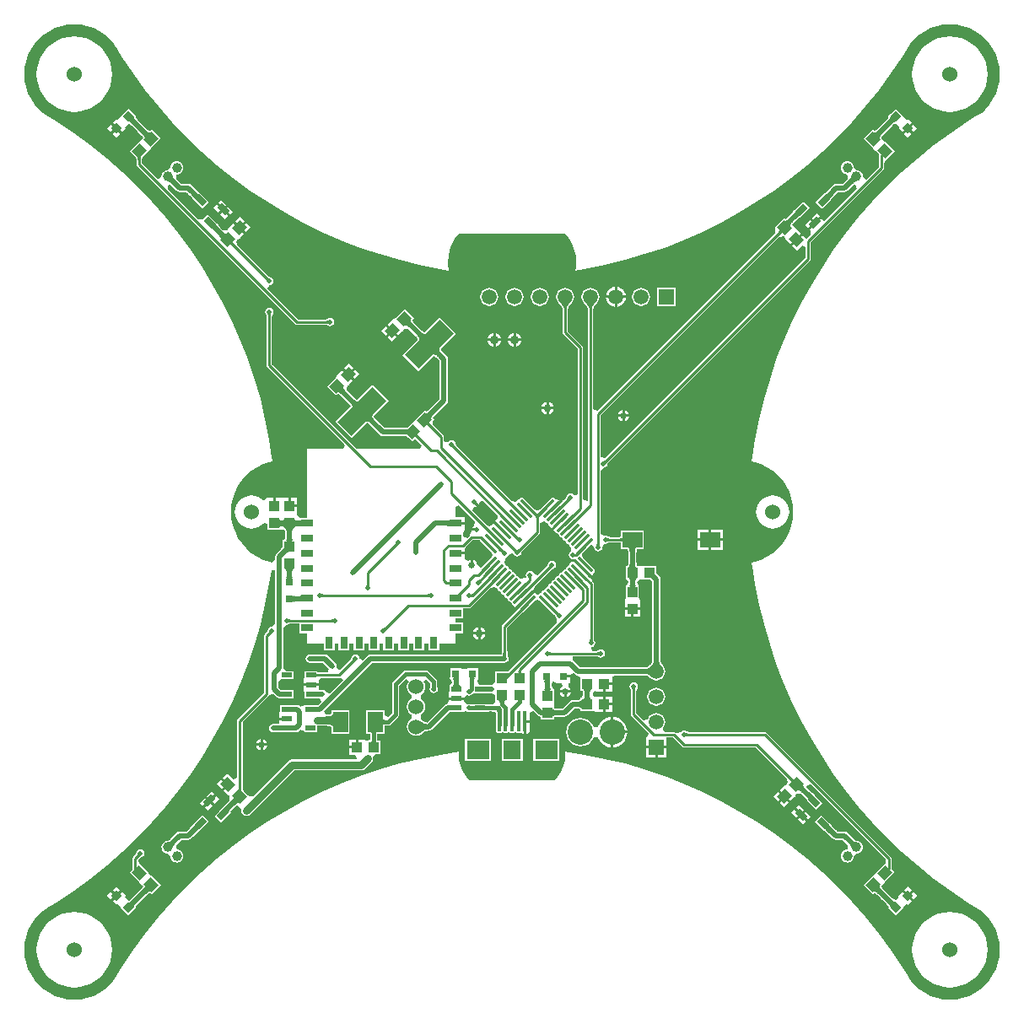
<source format=gtl>
G04 Layer_Physical_Order=1*
G04 Layer_Color=255*
%FSLAX25Y25*%
%MOIN*%
G70*
G01*
G75*
G04:AMPARAMS|DCode=10|XSize=23.62mil|YSize=45.28mil|CornerRadius=0mil|HoleSize=0mil|Usage=FLASHONLY|Rotation=45.000|XOffset=0mil|YOffset=0mil|HoleType=Round|Shape=Rectangle|*
%AMROTATEDRECTD10*
4,1,4,0.00766,-0.02436,-0.02436,0.00766,-0.00766,0.02436,0.02436,-0.00766,0.00766,-0.02436,0.0*
%
%ADD10ROTATEDRECTD10*%

%ADD11R,0.05906X0.07874*%
G04:AMPARAMS|DCode=12|XSize=39.37mil|YSize=43.31mil|CornerRadius=0mil|HoleSize=0mil|Usage=FLASHONLY|Rotation=135.000|XOffset=0mil|YOffset=0mil|HoleType=Round|Shape=Rectangle|*
%AMROTATEDRECTD12*
4,1,4,0.02923,0.00139,-0.00139,-0.02923,-0.02923,-0.00139,0.00139,0.02923,0.02923,0.00139,0.0*
%
%ADD12ROTATEDRECTD12*%

G04:AMPARAMS|DCode=13|XSize=196.85mil|YSize=78.74mil|CornerRadius=0mil|HoleSize=0mil|Usage=FLASHONLY|Rotation=225.000|XOffset=0mil|YOffset=0mil|HoleType=Round|Shape=Rectangle|*
%AMROTATEDRECTD13*
4,1,4,0.04176,0.09744,0.09744,0.04176,-0.04176,-0.09744,-0.09744,-0.04176,0.04176,0.09744,0.0*
%
%ADD13ROTATEDRECTD13*%

%ADD14R,0.03937X0.04331*%
%ADD15R,0.03150X0.04724*%
%ADD16R,0.04724X0.03150*%
%ADD17R,0.03937X0.01969*%
%ADD18R,0.03150X0.03150*%
%ADD19R,0.07087X0.07480*%
%ADD20R,0.09000X0.07480*%
G04:AMPARAMS|DCode=21|XSize=80.15mil|YSize=15.75mil|CornerRadius=0mil|HoleSize=0mil|Usage=FLASHONLY|Rotation=90.000|XOffset=0mil|YOffset=0mil|HoleType=Round|Shape=Octagon|*
%AMOCTAGOND21*
4,1,8,0.00394,0.04008,-0.00394,0.04008,-0.00787,0.03614,-0.00787,-0.03614,-0.00394,-0.04008,0.00394,-0.04008,0.00787,-0.03614,0.00787,0.03614,0.00394,0.04008,0.0*
%
%ADD21OCTAGOND21*%

%ADD22R,0.07874X0.05906*%
G04:AMPARAMS|DCode=23|XSize=11.81mil|YSize=82.68mil|CornerRadius=0mil|HoleSize=0mil|Usage=FLASHONLY|Rotation=315.000|XOffset=0mil|YOffset=0mil|HoleType=Round|Shape=Round|*
%AMOVALD23*
21,1,0.07087,0.01181,0.00000,0.00000,45.0*
1,1,0.01181,-0.02506,-0.02506*
1,1,0.01181,0.02506,0.02506*
%
%ADD23OVALD23*%

G04:AMPARAMS|DCode=24|XSize=11.81mil|YSize=82.68mil|CornerRadius=0mil|HoleSize=0mil|Usage=FLASHONLY|Rotation=45.000|XOffset=0mil|YOffset=0mil|HoleType=Round|Shape=Round|*
%AMOVALD24*
21,1,0.07087,0.01181,0.00000,0.00000,135.0*
1,1,0.01181,0.02506,-0.02506*
1,1,0.01181,-0.02506,0.02506*
%
%ADD24OVALD24*%

%ADD25R,0.03150X0.03150*%
G04:AMPARAMS|DCode=26|XSize=39.37mil|YSize=43.31mil|CornerRadius=0mil|HoleSize=0mil|Usage=FLASHONLY|Rotation=45.000|XOffset=0mil|YOffset=0mil|HoleType=Round|Shape=Rectangle|*
%AMROTATEDRECTD26*
4,1,4,0.00139,-0.02923,-0.02923,0.00139,-0.00139,0.02923,0.02923,-0.00139,0.00139,-0.02923,0.0*
%
%ADD26ROTATEDRECTD26*%

%ADD27R,0.04331X0.03937*%
%ADD28P,0.04454X4X360.0*%
%ADD29P,0.04454X4X270.0*%
G04:AMPARAMS|DCode=30|XSize=23.62mil|YSize=45.28mil|CornerRadius=0mil|HoleSize=0mil|Usage=FLASHONLY|Rotation=135.000|XOffset=0mil|YOffset=0mil|HoleType=Round|Shape=Rectangle|*
%AMROTATEDRECTD30*
4,1,4,0.02436,0.00766,-0.00766,-0.02436,-0.02436,-0.00766,0.00766,0.02436,0.02436,0.00766,0.0*
%
%ADD30ROTATEDRECTD30*%

%ADD31C,0.02000*%
%ADD32C,0.01000*%
%ADD33C,0.03000*%
%ADD34C,0.01500*%
%ADD35C,0.03937*%
%ADD36R,0.05906X0.05906*%
%ADD37C,0.05906*%
%ADD38R,0.05906X0.05906*%
%ADD39C,0.06000*%
%ADD40C,0.06000*%
%ADD41C,0.10000*%
%ADD42C,0.02000*%
%ADD43C,0.02500*%
%ADD44C,0.03500*%
%ADD45C,0.03000*%
G36*
X7662Y-25757D02*
X7628Y-25807D01*
X7598Y-25864D01*
X7572Y-25929D01*
X7550Y-26000D01*
X7532Y-26079D01*
X7518Y-26165D01*
X7508Y-26258D01*
X7500Y-26466D01*
X6500D01*
X6498Y-26358D01*
X6482Y-26165D01*
X6468Y-26079D01*
X6450Y-26000D01*
X6428Y-25929D01*
X6402Y-25864D01*
X6372Y-25807D01*
X6338Y-25757D01*
X6300Y-25714D01*
X7700D01*
X7662Y-25757D01*
D02*
G37*
G36*
X-86225Y-22520D02*
X-86388Y-22580D01*
X-86531Y-22680D01*
X-86656Y-22820D01*
X-86761Y-23000D01*
X-86847Y-23220D01*
X-86914Y-23480D01*
X-86962Y-23780D01*
X-86990Y-24120D01*
X-86996Y-24348D01*
X-86994Y-24471D01*
X-86949Y-25111D01*
X-86910Y-25371D01*
X-86859Y-25591D01*
X-86797Y-25771D01*
X-86724Y-25911D01*
X-86640Y-26011D01*
X-86544Y-26071D01*
X-86437Y-26091D01*
X-89563D01*
X-89456Y-26071D01*
X-89360Y-26011D01*
X-89276Y-25911D01*
X-89203Y-25771D01*
X-89141Y-25591D01*
X-89090Y-25371D01*
X-89051Y-25111D01*
X-89022Y-24811D01*
X-89006Y-24273D01*
X-89010Y-24120D01*
X-89038Y-23780D01*
X-89086Y-23480D01*
X-89153Y-23220D01*
X-89239Y-23000D01*
X-89344Y-22820D01*
X-89469Y-22680D01*
X-89612Y-22580D01*
X-89775Y-22520D01*
X-89956Y-22500D01*
X-86044D01*
X-86225Y-22520D01*
D02*
G37*
G36*
X29346Y-25844D02*
X29370Y-25879D01*
X29408Y-25926D01*
X29604Y-26143D01*
X30059Y-26608D01*
X29352Y-27316D01*
X28565Y-26593D01*
X29336Y-25822D01*
X29346Y-25844D01*
D02*
G37*
G36*
X27972Y-27328D02*
X28009Y-27443D01*
X28055Y-27558D01*
X28111Y-27673D01*
X28177Y-27789D01*
X28253Y-27906D01*
X28337Y-28023D01*
X28536Y-28258D01*
X28649Y-28376D01*
X27917Y-29057D01*
X27702Y-28839D01*
X27154Y-28212D01*
X27095Y-28117D01*
X27068Y-28047D01*
X27072Y-28001D01*
X27107Y-27981D01*
X27174Y-27985D01*
X27944Y-27214D01*
X27972Y-27328D01*
D02*
G37*
G36*
X-8565Y-26593D02*
X-8547Y-26597D01*
X-8552Y-26623D01*
X-8581Y-26671D01*
X-8634Y-26739D01*
X-8811Y-26941D01*
X-9450Y-27600D01*
X-10077Y-26812D01*
X-9947Y-26680D01*
X-9552Y-26225D01*
X-9484Y-26130D01*
X-9429Y-26042D01*
X-9386Y-25961D01*
X-9355Y-25888D01*
X-9336Y-25822D01*
X-8565Y-26593D01*
D02*
G37*
G36*
X30738Y-24452D02*
X30762Y-24487D01*
X30800Y-24534D01*
X30996Y-24751D01*
X31451Y-25216D01*
X30744Y-25924D01*
X29957Y-25201D01*
X30728Y-24430D01*
X30738Y-24452D01*
D02*
G37*
G36*
X-12696Y-11201D02*
X-12433Y-11595D01*
X-8031Y-15997D01*
X-7594Y-17000D01*
X-8031Y-18003D01*
X-12204Y-22176D01*
X-12446Y-22135D01*
X-13706Y-21000D01*
X-13881Y-20122D01*
X-14378Y-19378D01*
X-15122Y-18880D01*
X-15500Y-18805D01*
Y-21000D01*
X-16500D01*
Y-18805D01*
X-16878Y-18880D01*
X-17511Y-19303D01*
X-18121Y-19027D01*
X-18838Y-18523D01*
Y-16811D01*
X-22200D01*
Y-15811D01*
X-18838D01*
Y-14250D01*
X-18771Y-14236D01*
X-18407Y-13993D01*
X-15535Y-11122D01*
X-12776D01*
X-12696Y-11201D01*
D02*
G37*
G36*
X48510Y-20425D02*
X48540Y-20767D01*
X48590Y-21068D01*
X48660Y-21330D01*
X48750Y-21551D01*
X48860Y-21732D01*
X48990Y-21873D01*
X49140Y-21974D01*
X49310Y-22035D01*
X49500Y-22055D01*
X45500Y-22043D01*
X45690Y-22024D01*
X45860Y-21963D01*
X46010Y-21863D01*
X46140Y-21723D01*
X46250Y-21543D01*
X46340Y-21324D01*
X46410Y-21064D01*
X46460Y-20764D01*
X46490Y-20424D01*
X46500Y-20043D01*
X48500D01*
X48510Y-20425D01*
D02*
G37*
G36*
X15734Y-22000D02*
X15676Y-22003D01*
X15617Y-22015D01*
X15555Y-22034D01*
X15492Y-22061D01*
X15425Y-22096D01*
X15357Y-22139D01*
X15286Y-22190D01*
X15213Y-22249D01*
X15060Y-22390D01*
X14353Y-21683D01*
X14428Y-21606D01*
X14554Y-21457D01*
X14604Y-21387D01*
X14648Y-21318D01*
X14683Y-21252D01*
X14710Y-21188D01*
X14729Y-21126D01*
X14740Y-21067D01*
X14744Y-21010D01*
X15734Y-22000D01*
D02*
G37*
G36*
X-9957Y-25201D02*
X-9980Y-25211D01*
X-10014Y-25235D01*
X-10062Y-25272D01*
X-10279Y-25469D01*
X-10744Y-25923D01*
X-11451Y-25216D01*
X-10728Y-24430D01*
X-9957Y-25201D01*
D02*
G37*
G36*
X-11349Y-23809D02*
X-11372Y-23819D01*
X-11406Y-23843D01*
X-11453Y-23880D01*
X-11671Y-24077D01*
X-12136Y-24532D01*
X-12843Y-23824D01*
X-12120Y-23038D01*
X-11349Y-23809D01*
D02*
G37*
G36*
X7231Y-30220D02*
X6508Y-31006D01*
X5738Y-30235D01*
X5760Y-30225D01*
X5794Y-30201D01*
X5842Y-30163D01*
X6059Y-29967D01*
X6524Y-29512D01*
X7231Y-30220D01*
D02*
G37*
G36*
X26562Y-28628D02*
X26586Y-28663D01*
X26624Y-28710D01*
X26820Y-28927D01*
X27275Y-29392D01*
X26568Y-30099D01*
X25782Y-29377D01*
X26552Y-28606D01*
X26562Y-28628D01*
D02*
G37*
G36*
X8623Y-31611D02*
X7900Y-32398D01*
X7130Y-31627D01*
X7152Y-31617D01*
X7186Y-31593D01*
X7234Y-31556D01*
X7451Y-31359D01*
X7916Y-30904D01*
X8623Y-31611D01*
D02*
G37*
G36*
X-83350Y-35590D02*
X-83370Y-35544D01*
X-83430Y-35503D01*
X-83530Y-35466D01*
X-83670Y-35434D01*
X-83850Y-35407D01*
X-84330Y-35368D01*
X-84881Y-35357D01*
X-85457Y-35397D01*
X-85717Y-35436D01*
X-85937Y-35487D01*
X-86117Y-35549D01*
X-86257Y-35622D01*
X-86357Y-35707D01*
X-86417Y-35802D01*
X-86437Y-35909D01*
Y-32784D01*
X-86417Y-32891D01*
X-86357Y-32986D01*
X-86257Y-33071D01*
X-86117Y-33144D01*
X-85937Y-33206D01*
X-85717Y-33256D01*
X-85457Y-33296D01*
X-85157Y-33324D01*
X-84898Y-33332D01*
X-84630Y-33311D01*
X-84330Y-33267D01*
X-84070Y-33205D01*
X-83850Y-33126D01*
X-83670Y-33029D01*
X-83530Y-32914D01*
X-83430Y-32782D01*
X-83370Y-32632D01*
X-83350Y-32465D01*
Y-35590D01*
D02*
G37*
G36*
X-19342Y-31878D02*
X-19843Y-32443D01*
X-19850Y-32465D01*
X-22051Y-32477D01*
X-21912Y-32469D01*
X-21771Y-32447D01*
X-21631Y-32410D01*
X-21490Y-32360D01*
X-21348Y-32295D01*
X-21207Y-32216D01*
X-21065Y-32123D01*
X-20923Y-32015D01*
X-20780Y-31894D01*
X-20637Y-31758D01*
X-19223D01*
X-19342Y-31878D01*
D02*
G37*
G36*
X5839Y-28828D02*
X5116Y-29614D01*
X4346Y-28843D01*
X4368Y-28833D01*
X4403Y-28809D01*
X4450Y-28772D01*
X4667Y-28576D01*
X5132Y-28120D01*
X5839Y-28828D01*
D02*
G37*
G36*
X-7174Y-27984D02*
X-7205Y-27997D01*
X-7248Y-28022D01*
X-7303Y-28061D01*
X-7448Y-28181D01*
X-7751Y-28462D01*
X-8010Y-28717D01*
X-8657Y-27950D01*
X-7944Y-27214D01*
X-7174Y-27984D01*
D02*
G37*
G36*
X-12137Y-27317D02*
X-12212Y-27394D01*
X-12337Y-27543D01*
X-12388Y-27613D01*
X-12431Y-27682D01*
X-12466Y-27748D01*
X-12494Y-27812D01*
X-12513Y-27874D01*
X-12524Y-27933D01*
X-12528Y-27990D01*
X-13518Y-27000D01*
X-13460Y-26997D01*
X-13401Y-26985D01*
X-13339Y-26966D01*
X-13275Y-26939D01*
X-13209Y-26904D01*
X-13141Y-26861D01*
X-13070Y-26810D01*
X-12997Y-26751D01*
X-12844Y-26610D01*
X-12137Y-27317D01*
D02*
G37*
G36*
X-24538Y-29122D02*
X-24548Y-29027D01*
X-24579Y-28942D01*
X-24629Y-28867D01*
X-24700Y-28802D01*
X-24791Y-28747D01*
X-24903Y-28702D01*
X-25034Y-28667D01*
X-25186Y-28642D01*
X-25358Y-28627D01*
X-25550Y-28622D01*
Y-27622D01*
X-25358Y-27617D01*
X-25186Y-27602D01*
X-25034Y-27577D01*
X-24903Y-27542D01*
X-24791Y-27497D01*
X-24700Y-27442D01*
X-24629Y-27377D01*
X-24579Y-27302D01*
X-24548Y-27217D01*
X-24538Y-27122D01*
Y-29122D01*
D02*
G37*
G36*
X49463Y-25965D02*
X49294Y-26025D01*
X49143Y-26126D01*
X49014Y-26266D01*
X48904Y-26447D01*
X48814Y-26669D01*
X48744Y-26930D01*
X48693Y-27232D01*
X48663Y-27574D01*
X48659Y-27753D01*
X48662Y-27880D01*
X48726Y-28520D01*
X48782Y-28780D01*
X48854Y-29000D01*
X48943Y-29180D01*
X49047Y-29320D01*
X49167Y-29420D01*
X49304Y-29480D01*
X49457Y-29500D01*
X45654D01*
X45843Y-29480D01*
X46014Y-29420D01*
X46163Y-29320D01*
X46294Y-29180D01*
X46404Y-29000D01*
X46494Y-28780D01*
X46564Y-28520D01*
X46613Y-28220D01*
X46643Y-27880D01*
X46648Y-27728D01*
X46643Y-27574D01*
X46613Y-27232D01*
X46564Y-26930D01*
X46494Y-26669D01*
X46404Y-26447D01*
X46294Y-26266D01*
X46163Y-26126D01*
X46014Y-26025D01*
X45843Y-25965D01*
X45654Y-25945D01*
X49654D01*
X49463Y-25965D01*
D02*
G37*
G36*
X-56498Y-28642D02*
X-56482Y-28835D01*
X-56468Y-28921D01*
X-56450Y-29000D01*
X-56428Y-29072D01*
X-56402Y-29136D01*
X-56372Y-29193D01*
X-56338Y-29243D01*
X-56300Y-29286D01*
X-57700D01*
X-57662Y-29243D01*
X-57628Y-29193D01*
X-57598Y-29136D01*
X-57572Y-29072D01*
X-57550Y-29000D01*
X-57532Y-28921D01*
X-57518Y-28835D01*
X-57508Y-28742D01*
X-57500Y-28534D01*
X-56500D01*
X-56498Y-28642D01*
D02*
G37*
G36*
X2122Y-9803D02*
X2197Y-9868D01*
X2270Y-9923D01*
X2341Y-9969D01*
X2409Y-10005D01*
X2475Y-10031D01*
X2538Y-10048D01*
X2599Y-10056D01*
X2657Y-10054D01*
X2713Y-10042D01*
X2036Y-11268D01*
X2023Y-11229D01*
X2002Y-11186D01*
X1974Y-11138D01*
X1939Y-11086D01*
X1848Y-10968D01*
X1729Y-10833D01*
X1581Y-10680D01*
X2044Y-9729D01*
X2122Y-9803D01*
D02*
G37*
G36*
X-14749Y-3581D02*
X-14759Y-4063D01*
X-15113Y-5338D01*
X-15442Y-5558D01*
X-15884Y-6220D01*
X-15940Y-6500D01*
X-14000D01*
Y-7500D01*
X-15967D01*
X-15968Y-7549D01*
X-16220Y-8321D01*
X-16753Y-9180D01*
X-16793Y-9207D01*
X-16793Y-9207D01*
X-17852Y-10266D01*
X-19238Y-9692D01*
Y-8231D01*
X-19238Y-8231D01*
X-18838Y-7075D01*
X-18838Y-7075D01*
X-18838Y-6896D01*
Y-5000D01*
X-22200D01*
Y-4000D01*
X-18838D01*
Y-1925D01*
X-22256D01*
Y1967D01*
X-20871Y2541D01*
X-14749Y-3581D01*
D02*
G37*
G36*
X-86990Y-9880D02*
X-86962Y-10220D01*
X-86914Y-10520D01*
X-86847Y-10780D01*
X-86761Y-11000D01*
X-86656Y-11180D01*
X-86531Y-11320D01*
X-86388Y-11420D01*
X-86225Y-11480D01*
X-86044Y-11500D01*
X-89956D01*
X-89775Y-11480D01*
X-89612Y-11420D01*
X-89469Y-11320D01*
X-89344Y-11180D01*
X-89239Y-11000D01*
X-89153Y-10780D01*
X-89086Y-10520D01*
X-89038Y-10220D01*
X-89010Y-9880D01*
X-89000Y-9500D01*
X-87000D01*
X-86990Y-9880D01*
D02*
G37*
G36*
X46793Y-11708D02*
X46734Y-11668D01*
X46641Y-11633D01*
X46512Y-11602D01*
X46348Y-11575D01*
X45916Y-11533D01*
X45007Y-11502D01*
X44634Y-11500D01*
Y-10500D01*
X45007Y-10498D01*
X46512Y-10398D01*
X46641Y-10367D01*
X46734Y-10332D01*
X46793Y-10292D01*
Y-11708D01*
D02*
G37*
G36*
X37757Y-10338D02*
X37807Y-10372D01*
X37864Y-10402D01*
X37929Y-10428D01*
X38000Y-10450D01*
X38079Y-10468D01*
X38165Y-10482D01*
X38258Y-10492D01*
X38466Y-10500D01*
Y-11500D01*
X38358Y-11502D01*
X38165Y-11518D01*
X38079Y-11532D01*
X38000Y-11550D01*
X37929Y-11572D01*
X37864Y-11598D01*
X37807Y-11628D01*
X37757Y-11662D01*
X37714Y-11700D01*
Y-10300D01*
X37757Y-10338D01*
D02*
G37*
G36*
X951Y-8584D02*
X974Y-8619D01*
X1012Y-8666D01*
X1208Y-8883D01*
X1664Y-9348D01*
X956Y-10055D01*
X170Y-9332D01*
X941Y-8562D01*
X951Y-8584D01*
D02*
G37*
G36*
X-86035Y-2690D02*
X-85974Y-2860D01*
X-85873Y-3010D01*
X-85732Y-3140D01*
X-85551Y-3250D01*
X-85330Y-3340D01*
X-85068Y-3410D01*
X-84767Y-3460D01*
X-84640Y-3471D01*
X-84330Y-3449D01*
X-84070Y-3410D01*
X-83850Y-3359D01*
X-83670Y-3297D01*
X-83530Y-3224D01*
X-83430Y-3140D01*
X-83370Y-3044D01*
X-83350Y-2937D01*
Y-6063D01*
X-83370Y-5956D01*
X-83430Y-5860D01*
X-83530Y-5776D01*
X-83670Y-5703D01*
X-83850Y-5641D01*
X-84070Y-5590D01*
X-84330Y-5551D01*
X-84599Y-5525D01*
X-84763Y-5540D01*
X-85063Y-5590D01*
X-85324Y-5660D01*
X-85544Y-5750D01*
X-85724Y-5860D01*
X-85864Y-5990D01*
X-85963Y-6140D01*
X-86023Y-6310D01*
X-86044Y-6500D01*
X-86225Y-6520D01*
X-86388Y-6580D01*
X-86531Y-6680D01*
X-86656Y-6820D01*
X-86761Y-7000D01*
X-86847Y-7220D01*
X-86914Y-7480D01*
X-86962Y-7780D01*
X-86990Y-8120D01*
X-87000Y-8500D01*
X-89000D01*
X-89010Y-8120D01*
X-89038Y-7780D01*
X-89086Y-7480D01*
X-89153Y-7220D01*
X-89239Y-7000D01*
X-89344Y-6820D01*
X-89469Y-6680D01*
X-89612Y-6580D01*
X-89775Y-6520D01*
X-89956Y-6500D01*
X-89977Y-6310D01*
X-90036Y-6140D01*
X-90136Y-5990D01*
X-90276Y-5860D01*
X-90456Y-5750D01*
X-90676Y-5660D01*
X-90936Y-5590D01*
X-91000Y-5579D01*
X-91063Y-5590D01*
X-91324Y-5660D01*
X-91544Y-5750D01*
X-91724Y-5860D01*
X-91864Y-5990D01*
X-91963Y-6140D01*
X-92023Y-6310D01*
X-92044Y-6500D01*
X-92055Y-2500D01*
X-92035Y-2690D01*
X-91974Y-2860D01*
X-91873Y-3010D01*
X-91732Y-3140D01*
X-91551Y-3250D01*
X-91330Y-3340D01*
X-91068Y-3410D01*
X-91000Y-3421D01*
X-90932Y-3410D01*
X-90670Y-3340D01*
X-90449Y-3250D01*
X-90268Y-3140D01*
X-90127Y-3010D01*
X-90026Y-2860D01*
X-89965Y-2690D01*
X-89944Y-2500D01*
X-89956Y-6500D01*
X-86044D01*
X-86055Y-2500D01*
X-86035Y-2690D01*
D02*
G37*
G36*
X-24550Y-6063D02*
X-24570Y-5956D01*
X-24630Y-5860D01*
X-24730Y-5776D01*
X-24870Y-5703D01*
X-25050Y-5641D01*
X-25270Y-5590D01*
X-25530Y-5551D01*
X-25830Y-5522D01*
X-26550Y-5500D01*
Y-3500D01*
X-26170Y-3494D01*
X-25530Y-3449D01*
X-25270Y-3410D01*
X-25050Y-3359D01*
X-24870Y-3297D01*
X-24730Y-3224D01*
X-24630Y-3140D01*
X-24570Y-3044D01*
X-24550Y-2937D01*
Y-6063D01*
D02*
G37*
G36*
X19680Y-3852D02*
X16098Y-7434D01*
X16200Y-7502D01*
X16820Y-7625D01*
X17079Y-7798D01*
X17091Y-7860D01*
X17354Y-8254D01*
X17748Y-8517D01*
X18391Y-8788D01*
X18391Y-8788D01*
X18483Y-9252D01*
X18746Y-9646D01*
X19140Y-9909D01*
X19140Y-9909D01*
X19288Y-9939D01*
X19604Y-10001D01*
X19782Y-10180D01*
X19875Y-10644D01*
X20138Y-11038D01*
X20532Y-11301D01*
X21174Y-11571D01*
X21174Y-11571D01*
X21267Y-12036D01*
X21530Y-12430D01*
X21924Y-12693D01*
X21924Y-12693D01*
X22072Y-12722D01*
X22388Y-12785D01*
X22566Y-12963D01*
X22659Y-13428D01*
X22922Y-13822D01*
X23189Y-14001D01*
X23284Y-14757D01*
X23227Y-15530D01*
X22906Y-15807D01*
X22847Y-15846D01*
X22493Y-16376D01*
X22369Y-17000D01*
X22493Y-17624D01*
X22847Y-18154D01*
X23234Y-18561D01*
X23284Y-19243D01*
X23189Y-19999D01*
X22922Y-20178D01*
X22659Y-20572D01*
X22566Y-21037D01*
X22566Y-21037D01*
X21924Y-21307D01*
X21530Y-21570D01*
X21267Y-21964D01*
X21174Y-22429D01*
X20996Y-22607D01*
X20532Y-22699D01*
X20532Y-22699D01*
X20138Y-22962D01*
X19875Y-23356D01*
X19782Y-23821D01*
X19782Y-23821D01*
X19140Y-24091D01*
X19140Y-24091D01*
X19140Y-24091D01*
X18746Y-24354D01*
X18483Y-24748D01*
X18391Y-25212D01*
X18391Y-25212D01*
X17748Y-25483D01*
X17354Y-25746D01*
X17091Y-26140D01*
X16999Y-26604D01*
X16820Y-26783D01*
X16356Y-26875D01*
X16356Y-26875D01*
X15962Y-27138D01*
X15699Y-27532D01*
X15607Y-27996D01*
X15607Y-27996D01*
X14964Y-28267D01*
X14964Y-28267D01*
X14964Y-28267D01*
X14570Y-28530D01*
X14307Y-28924D01*
X14215Y-29388D01*
X14215Y-29388D01*
X13572Y-29659D01*
X13572Y-29659D01*
X13572Y-29659D01*
X13178Y-29922D01*
X12915Y-30316D01*
X12823Y-30780D01*
X12823Y-30780D01*
X12180Y-31051D01*
X12180Y-31051D01*
X12180Y-31051D01*
X11786Y-31314D01*
X11523Y-31708D01*
X11431Y-32172D01*
X11431Y-32172D01*
X10788Y-32443D01*
X10394Y-32706D01*
X9866Y-32706D01*
X8970Y-32137D01*
X8854Y-31552D01*
X8502Y-31025D01*
X8866Y-29464D01*
X15440Y-22889D01*
X15502Y-22867D01*
X15638Y-22740D01*
X15680Y-22707D01*
X15720Y-22678D01*
X15751Y-22659D01*
X15770Y-22648D01*
X15772Y-22648D01*
X15779Y-22645D01*
X15798Y-22641D01*
X15806Y-22636D01*
X15811Y-22635D01*
X15819Y-22627D01*
X15831Y-22620D01*
X15851Y-22610D01*
X16368Y-22507D01*
X16897Y-22153D01*
X17251Y-21624D01*
X17375Y-21000D01*
X17251Y-20376D01*
X16897Y-19847D01*
X16368Y-19493D01*
X15744Y-19369D01*
X15119Y-19493D01*
X14590Y-19847D01*
X14236Y-20376D01*
X14134Y-20893D01*
X14124Y-20913D01*
X14116Y-20924D01*
X14109Y-20933D01*
X14108Y-20938D01*
X14102Y-20946D01*
X14099Y-20965D01*
X14095Y-20971D01*
X14095Y-20973D01*
X14085Y-20993D01*
X14065Y-21024D01*
X14041Y-21057D01*
X13946Y-21170D01*
X13886Y-21233D01*
X13860Y-21297D01*
X10063Y-25094D01*
X9879Y-25082D01*
X8533Y-24504D01*
X8507Y-24376D01*
X8153Y-23846D01*
X7624Y-23493D01*
X7000Y-23369D01*
X6376Y-23493D01*
X5847Y-23846D01*
X5493Y-24376D01*
X5369Y-25000D01*
X5493Y-25624D01*
X5263Y-26016D01*
X3388Y-26506D01*
X2926Y-26223D01*
X2909Y-26140D01*
X2646Y-25746D01*
X2252Y-25483D01*
X2252Y-25483D01*
X2252Y-25483D01*
X1609Y-25212D01*
X1609Y-25212D01*
X1517Y-24748D01*
X1254Y-24354D01*
X860Y-24091D01*
X860Y-24091D01*
X860Y-24091D01*
X218Y-23821D01*
X218Y-23821D01*
X125Y-23356D01*
X-138Y-22962D01*
X-532Y-22699D01*
X-532Y-22699D01*
X-680Y-22670D01*
X-996Y-22607D01*
X-1174Y-22429D01*
X-1267Y-21964D01*
X-1530Y-21570D01*
X-1924Y-21307D01*
X-2566Y-21037D01*
X-2566Y-21037D01*
X-2659Y-20572D01*
X-2922Y-20178D01*
X-3072Y-19558D01*
X-2376Y-18035D01*
X-1846Y-17681D01*
X-1493Y-17152D01*
X-30Y-16438D01*
X63Y-16432D01*
X478Y-16617D01*
X529Y-16678D01*
X847Y-17154D01*
X1376Y-17507D01*
X2000Y-17631D01*
X2624Y-17507D01*
X3153Y-17154D01*
X3507Y-16624D01*
X3610Y-16107D01*
X3620Y-16087D01*
X3627Y-16076D01*
X3635Y-16067D01*
X3636Y-16062D01*
X3641Y-16054D01*
X3645Y-16035D01*
X3648Y-16029D01*
X3648Y-16027D01*
X3659Y-16007D01*
X3678Y-15976D01*
X3702Y-15943D01*
X3797Y-15830D01*
X3858Y-15767D01*
X3883Y-15703D01*
X10793Y-8793D01*
X10793Y-8793D01*
X11036Y-8429D01*
X11122Y-8000D01*
Y-4527D01*
X11317Y-4266D01*
X11543Y-4124D01*
X12915Y-3684D01*
X13178Y-4078D01*
X13572Y-4341D01*
X14215Y-4612D01*
X14215Y-4612D01*
X14307Y-5076D01*
X14570Y-5470D01*
X14964Y-5733D01*
X14964Y-5733D01*
X15026Y-5746D01*
X15199Y-6004D01*
X15322Y-6624D01*
X15391Y-6726D01*
X18972Y-3145D01*
X19680Y-3852D01*
D02*
G37*
G36*
X-8565Y-7407D02*
X-9336Y-8178D01*
X-9346Y-8156D01*
X-9370Y-8121D01*
X-9408Y-8074D01*
X-9604Y-7857D01*
X-10059Y-7392D01*
X-9352Y-6684D01*
X-8565Y-7407D01*
D02*
G37*
G36*
X-5807Y-1387D02*
X-5628Y-2209D01*
X-6628Y-3670D01*
X-6730Y-3739D01*
X-6568Y-3901D01*
D01*
X-5782Y-4623D01*
X-5813Y-4655D01*
X-3148Y-7320D01*
X-3855Y-8027D01*
X-6521Y-5362D01*
X-6552Y-5394D01*
X-6562Y-5372D01*
X-6586Y-5337D01*
X-6624Y-5290D01*
X-6820Y-5073D01*
X-7275Y-4608D01*
D01*
X-7437Y-4446D01*
X-7506Y-4548D01*
X-8967Y-5548D01*
X-9789Y-5368D01*
X-15735Y578D01*
X-15000Y1961D01*
X-14220Y2116D01*
X-13558Y2558D01*
X-13116Y3220D01*
X-13020Y3704D01*
X-12163Y4161D01*
X-11490Y4296D01*
X-5807Y-1387D01*
D02*
G37*
G36*
X49310Y-13961D02*
X49140Y-14021D01*
X48990Y-14121D01*
X48860Y-14261D01*
X48750Y-14441D01*
X48660Y-14661D01*
X48590Y-14921D01*
X48540Y-15221D01*
X48510Y-15561D01*
X48500Y-15941D01*
X46500D01*
X46490Y-15561D01*
X46460Y-15221D01*
X46410Y-14921D01*
X46340Y-14661D01*
X46250Y-14441D01*
X46140Y-14261D01*
X46010Y-14121D01*
X45860Y-14021D01*
X45690Y-13961D01*
X45500Y-13941D01*
X49500D01*
X49310Y-13961D01*
D02*
G37*
G36*
X-87325Y-15795D02*
X-87471Y-15674D01*
X-87647Y-15612D01*
X-87853Y-15608D01*
X-88090Y-15663D01*
X-88358Y-15776D01*
X-88656Y-15948D01*
X-88985Y-16179D01*
X-89344Y-16468D01*
X-90153Y-17221D01*
X-91371Y-15610D01*
X-90982Y-15208D01*
X-90369Y-14483D01*
X-90145Y-14160D01*
X-89975Y-13864D01*
X-89860Y-13594D01*
X-89799Y-13351D01*
X-89793Y-13135D01*
X-89841Y-12945D01*
X-89944Y-12782D01*
X-87325Y-15795D01*
D02*
G37*
G36*
X1427Y-14676D02*
X1575Y-14803D01*
X1645Y-14854D01*
X1713Y-14898D01*
X1779Y-14934D01*
X1842Y-14962D01*
X1903Y-14983D01*
X1962Y-14995D01*
X2014Y-15000D01*
X2067Y-14997D01*
X2127Y-14985D01*
X2188Y-14966D01*
X2252Y-14939D01*
X2318Y-14904D01*
X2387Y-14861D01*
X2457Y-14810D01*
X2530Y-14751D01*
X2683Y-14610D01*
X3390Y-15317D01*
X3316Y-15394D01*
X3190Y-15543D01*
X3139Y-15613D01*
X3096Y-15682D01*
X3061Y-15748D01*
X3034Y-15812D01*
X3015Y-15874D01*
X3003Y-15933D01*
X3000Y-15990D01*
X2014Y-15004D01*
X1001Y-15961D01*
X999Y-15904D01*
X989Y-15844D01*
X971Y-15782D01*
X945Y-15718D01*
X911Y-15651D01*
X869Y-15582D01*
X818Y-15511D01*
X760Y-15438D01*
X619Y-15286D01*
X1349Y-14602D01*
X1427Y-14676D01*
D02*
G37*
G36*
X26790Y-16292D02*
X26768Y-16302D01*
X26733Y-16326D01*
X26686Y-16364D01*
X26469Y-16560D01*
X26003Y-17015D01*
X25296Y-16308D01*
X26019Y-15521D01*
X26790Y-16292D01*
D02*
G37*
G36*
X-3606Y-15212D02*
X-3457Y-15337D01*
X-3387Y-15388D01*
X-3318Y-15431D01*
X-3252Y-15466D01*
X-3188Y-15494D01*
X-3127Y-15513D01*
X-3067Y-15524D01*
X-3010Y-15528D01*
X-4000Y-16518D01*
X-4003Y-16460D01*
X-4015Y-16401D01*
X-4034Y-16339D01*
X-4061Y-16275D01*
X-4096Y-16209D01*
X-4139Y-16141D01*
X-4190Y-16070D01*
X-4249Y-15997D01*
X-4390Y-15844D01*
X-3683Y-15137D01*
X-3606Y-15212D01*
D02*
G37*
G36*
X-4617Y-14152D02*
X-4593Y-14187D01*
X-4555Y-14234D01*
X-4359Y-14451D01*
X-3904Y-14916D01*
X-4611Y-15623D01*
X-5398Y-14900D01*
X-4627Y-14130D01*
X-4617Y-14152D01*
D02*
G37*
G36*
X42558Y-12149D02*
X42731Y-12154D01*
X42858Y-12165D01*
X42954Y-12181D01*
X42963Y-12183D01*
Y-14553D01*
X45370D01*
X45432Y-14587D01*
X45546Y-14599D01*
X45567Y-14606D01*
X45586Y-14619D01*
X45620Y-14655D01*
X45669Y-14735D01*
X45724Y-14869D01*
X45775Y-15059D01*
X45815Y-15303D01*
X45841Y-15598D01*
X45851Y-15958D01*
X45869Y-15998D01*
Y-19986D01*
X45851Y-20026D01*
X45841Y-20386D01*
X45815Y-20682D01*
X45775Y-20925D01*
X45724Y-21115D01*
X45669Y-21249D01*
X45620Y-21329D01*
X45586Y-21366D01*
X45567Y-21378D01*
X45546Y-21386D01*
X45432Y-21398D01*
X45432Y-21398D01*
X45370Y-21431D01*
X44888D01*
X44851Y-22042D01*
X44857Y-22057D01*
X44854Y-22111D01*
X44888Y-22174D01*
Y-26568D01*
X45150D01*
X45918Y-27727D01*
X45154Y-28888D01*
X44932D01*
Y-33847D01*
X44532Y-35181D01*
X44532Y-35753D01*
Y-37846D01*
X50468D01*
Y-35753D01*
X50468Y-35181D01*
X50068Y-33847D01*
Y-29640D01*
X50100Y-29585D01*
X50098Y-29521D01*
X50106Y-29500D01*
X50068Y-28888D01*
X49472Y-27880D01*
X49441Y-27803D01*
X50236Y-26568D01*
X51581D01*
X51919Y-26568D01*
X54608D01*
X55369Y-27329D01*
Y-58387D01*
X55351Y-58425D01*
X55341Y-58675D01*
X55316Y-58891D01*
X55273Y-59099D01*
X55214Y-59301D01*
X55138Y-59498D01*
X55044Y-59690D01*
X54932Y-59879D01*
X54801Y-60064D01*
X54650Y-60247D01*
X54463Y-60443D01*
X54457Y-60457D01*
X54443Y-60463D01*
X54247Y-60650D01*
X54064Y-60801D01*
X53879Y-60932D01*
X53690Y-61044D01*
X53498Y-61138D01*
X53301Y-61214D01*
X53099Y-61273D01*
X52891Y-61316D01*
X52675Y-61341D01*
X52425Y-61351D01*
X52387Y-61369D01*
X26676D01*
X24153Y-58846D01*
X23817Y-58622D01*
X23825Y-57869D01*
X24066Y-57122D01*
X33449D01*
X33509Y-57149D01*
X33695Y-57156D01*
X33748Y-57162D01*
X33796Y-57170D01*
X33832Y-57178D01*
X33853Y-57184D01*
X33855Y-57186D01*
X33862Y-57188D01*
X33878Y-57199D01*
X33887Y-57201D01*
X33891Y-57203D01*
X33902Y-57204D01*
X33916Y-57207D01*
X33937Y-57214D01*
X34376Y-57507D01*
X35000Y-57631D01*
X35624Y-57507D01*
X36154Y-57153D01*
X36507Y-56624D01*
X36631Y-56000D01*
X36507Y-55376D01*
X36154Y-54847D01*
X35624Y-54493D01*
X35000Y-54369D01*
X34376Y-54493D01*
X33937Y-54786D01*
X33916Y-54793D01*
X33902Y-54796D01*
X33891Y-54797D01*
X33887Y-54799D01*
X33878Y-54801D01*
X33862Y-54812D01*
X33855Y-54814D01*
X33853Y-54816D01*
X33832Y-54822D01*
X33797Y-54830D01*
X33756Y-54837D01*
X33609Y-54849D01*
X33522Y-54851D01*
X33458Y-54878D01*
X31614D01*
X31466Y-53378D01*
X31824Y-53307D01*
X32353Y-52953D01*
X32707Y-52424D01*
X32831Y-51800D01*
X32707Y-51176D01*
X32414Y-50737D01*
X32407Y-50716D01*
X32404Y-50703D01*
X32403Y-50691D01*
X32401Y-50687D01*
X32399Y-50678D01*
X32388Y-50662D01*
X32386Y-50655D01*
X32384Y-50653D01*
X32378Y-50632D01*
X32370Y-50596D01*
X32363Y-50556D01*
X32351Y-50409D01*
X32349Y-50322D01*
X32322Y-50258D01*
Y-28457D01*
X32322Y-28456D01*
X32236Y-28027D01*
X31993Y-27663D01*
X31993Y-27663D01*
X31693Y-27364D01*
X31330Y-25802D01*
X31681Y-25276D01*
X31805Y-24656D01*
X31977Y-24398D01*
X32040Y-24385D01*
X32040Y-24385D01*
X32433Y-24122D01*
X32697Y-23728D01*
X32789Y-23264D01*
X32789Y-23264D01*
X32759Y-23115D01*
X32697Y-22799D01*
X32433Y-22405D01*
X28053Y-18025D01*
X28041Y-18010D01*
X27993Y-17949D01*
X27592Y-17005D01*
X28031Y-15997D01*
X31176Y-12852D01*
X32423Y-13726D01*
X32369Y-14000D01*
X32493Y-14624D01*
X32847Y-15154D01*
X33376Y-15507D01*
X34000Y-15631D01*
X34624Y-15507D01*
X35153Y-15154D01*
X35507Y-14624D01*
X35631Y-14000D01*
X35584Y-13763D01*
X35862Y-13322D01*
X36322Y-12862D01*
X36763Y-12584D01*
X37000Y-12631D01*
X37624Y-12507D01*
X38063Y-12214D01*
X38084Y-12207D01*
X38098Y-12204D01*
X38109Y-12203D01*
X38113Y-12201D01*
X38122Y-12199D01*
X38138Y-12188D01*
X38145Y-12186D01*
X38147Y-12184D01*
X38168Y-12178D01*
X38203Y-12170D01*
X38244Y-12163D01*
X38391Y-12151D01*
X38478Y-12149D01*
X38542Y-12122D01*
X42496D01*
X42558Y-12149D01*
D02*
G37*
G36*
X43587Y-12000D02*
X43577Y-11905D01*
X43547Y-11820D01*
X43496Y-11745D01*
X43425Y-11680D01*
X43334Y-11625D01*
X43223Y-11580D01*
X43091Y-11545D01*
X42939Y-11520D01*
X42767Y-11505D01*
X42575Y-11500D01*
Y-10500D01*
X42767Y-10495D01*
X42939Y-10480D01*
X43091Y-10455D01*
X43223Y-10420D01*
X43334Y-10375D01*
X43425Y-10320D01*
X43496Y-10255D01*
X43547Y-10180D01*
X43577Y-10095D01*
X43587Y-10000D01*
Y-12000D01*
D02*
G37*
G36*
X-1833Y-11368D02*
X-1809Y-11402D01*
X-1772Y-11450D01*
X-1575Y-11667D01*
X-1120Y-12132D01*
X-1828Y-12839D01*
X-2614Y-12116D01*
X-1843Y-11346D01*
X-1833Y-11368D01*
D02*
G37*
G36*
X-45010Y-13000D02*
X-45067Y-13003D01*
X-45127Y-13015D01*
X-45188Y-13034D01*
X-45252Y-13061D01*
X-45318Y-13096D01*
X-45387Y-13139D01*
X-45457Y-13190D01*
X-45530Y-13249D01*
X-45683Y-13390D01*
X-46390Y-12683D01*
X-46316Y-12606D01*
X-46190Y-12457D01*
X-46139Y-12387D01*
X-46096Y-12318D01*
X-46061Y-12252D01*
X-46034Y-12188D01*
X-46015Y-12127D01*
X-46003Y-12067D01*
X-46000Y-12010D01*
X-45010Y-13000D01*
D02*
G37*
G36*
X34402Y-12591D02*
X34420Y-12783D01*
X34436Y-12868D01*
X34456Y-12945D01*
X34481Y-13015D01*
X34510Y-13078D01*
X34544Y-13132D01*
X34582Y-13180D01*
X34625Y-13219D01*
X33232Y-13359D01*
X33264Y-13316D01*
X33292Y-13265D01*
X33318Y-13206D01*
X33340Y-13141D01*
X33358Y-13069D01*
X33373Y-12989D01*
X33385Y-12903D01*
X33398Y-12708D01*
X33400Y-12600D01*
X34400Y-12483D01*
X34402Y-12591D01*
D02*
G37*
G36*
X27500Y-77956D02*
X27480Y-77775D01*
X27420Y-77612D01*
X27320Y-77469D01*
X27180Y-77344D01*
X27000Y-77239D01*
X26780Y-77153D01*
X26520Y-77086D01*
X26220Y-77038D01*
X25880Y-77010D01*
X25500Y-77000D01*
Y-75000D01*
X25880Y-74990D01*
X26220Y-74962D01*
X26520Y-74914D01*
X26780Y-74847D01*
X27000Y-74761D01*
X27180Y-74656D01*
X27320Y-74531D01*
X27420Y-74388D01*
X27480Y-74225D01*
X27500Y-74044D01*
Y-77956D01*
D02*
G37*
G36*
X-2643Y-74503D02*
X-2770Y-74548D01*
X-2882Y-74624D01*
X-2980Y-74730D01*
X-3063Y-74866D01*
X-3130Y-75032D01*
X-3182Y-75229D01*
X-3220Y-75455D01*
X-3243Y-75713D01*
X-3250Y-76000D01*
X-4750D01*
X-4758Y-75713D01*
X-4780Y-75455D01*
X-4817Y-75229D01*
X-4870Y-75032D01*
X-4938Y-74866D01*
X-5020Y-74730D01*
X-5117Y-74624D01*
X-5230Y-74548D01*
X-5358Y-74503D01*
X-5500Y-74488D01*
X-2500D01*
X-2643Y-74503D01*
D02*
G37*
G36*
X-10580Y-76550D02*
X-10535Y-76588D01*
X-10460Y-76621D01*
X-10355Y-76650D01*
X-10220Y-76675D01*
X-10055Y-76695D01*
X-9635Y-76721D01*
X-9095Y-76730D01*
Y-78230D01*
X-9380Y-78233D01*
X-10220Y-78286D01*
X-10355Y-78310D01*
X-10460Y-78339D01*
X-10535Y-78373D01*
X-10580Y-78410D01*
X-10595Y-78453D01*
Y-76508D01*
X-10580Y-76550D01*
D02*
G37*
G36*
X775Y-79192D02*
X-775D01*
X-771Y-79176D01*
X-766Y-79136D01*
X-759Y-78989D01*
X-750Y-78000D01*
X750D01*
X775Y-79192D01*
D02*
G37*
G36*
X-14508Y-78453D02*
X-14523Y-78410D01*
X-14568Y-78373D01*
X-14643Y-78339D01*
X-14748Y-78310D01*
X-14883Y-78286D01*
X-15048Y-78266D01*
X-15468Y-78239D01*
X-16008Y-78230D01*
Y-76730D01*
X-15723Y-76728D01*
X-14883Y-76675D01*
X-14748Y-76650D01*
X-14643Y-76621D01*
X-14568Y-76588D01*
X-14523Y-76550D01*
X-14508Y-76508D01*
Y-78453D01*
D02*
G37*
G36*
X30663Y-72426D02*
X30694Y-72768D01*
X30744Y-73070D01*
X30814Y-73331D01*
X30904Y-73553D01*
X31014Y-73734D01*
X31144Y-73874D01*
X31293Y-73975D01*
X31464Y-74035D01*
X31654Y-74055D01*
X27654D01*
X27843Y-74035D01*
X28014Y-73975D01*
X28163Y-73874D01*
X28293Y-73734D01*
X28404Y-73553D01*
X28493Y-73331D01*
X28563Y-73070D01*
X28613Y-72768D01*
X28644Y-72426D01*
X28654Y-72044D01*
X30654D01*
X30663Y-72426D01*
D02*
G37*
G36*
X-20825Y-65583D02*
X-20862Y-65643D01*
X-20894Y-65743D01*
X-20922Y-65883D01*
X-20946Y-66063D01*
X-20980Y-66543D01*
X-20994Y-67259D01*
X-20990Y-67408D01*
X-20962Y-67748D01*
X-20914Y-68048D01*
X-20847Y-68308D01*
X-20761Y-68528D01*
X-20656Y-68708D01*
X-20531Y-68848D01*
X-20388Y-68948D01*
X-20225Y-69008D01*
X-20043Y-69028D01*
X-23956D01*
X-23775Y-69008D01*
X-23612Y-68948D01*
X-23469Y-68848D01*
X-23344Y-68708D01*
X-23239Y-68528D01*
X-23153Y-68308D01*
X-23086Y-68048D01*
X-23038Y-67748D01*
X-23010Y-67408D01*
X-23007Y-67289D01*
X-23009Y-67183D01*
X-23036Y-66843D01*
X-23082Y-66543D01*
X-23145Y-66283D01*
X-23227Y-66063D01*
X-23327Y-65883D01*
X-23446Y-65743D01*
X-23582Y-65643D01*
X-23737Y-65583D01*
X-23909Y-65563D01*
X-20784D01*
X-20825Y-65583D01*
D02*
G37*
G36*
X-14512Y-65566D02*
X-14640Y-65612D01*
X-14752Y-65688D01*
X-14850Y-65794D01*
X-14932Y-65930D01*
X-15000Y-66097D01*
X-15052Y-66293D01*
X-15090Y-66519D01*
X-15112Y-66776D01*
X-15120Y-67063D01*
X-16620D01*
X-16626Y-66778D01*
X-16673Y-66298D01*
X-16715Y-66103D01*
X-16769Y-65938D01*
X-16835Y-65803D01*
X-16912Y-65698D01*
X-17002Y-65623D01*
X-17103Y-65578D01*
X-17216Y-65563D01*
X-14370Y-65551D01*
X-14512Y-65566D01*
D02*
G37*
G36*
X24847Y-64153D02*
X25376Y-64507D01*
X25741Y-64580D01*
X26888Y-65431D01*
Y-70569D01*
X27545D01*
X27585Y-70590D01*
X27699Y-70602D01*
X27720Y-70610D01*
X27738Y-70622D01*
X27772Y-70659D01*
X27821Y-70740D01*
X27877Y-70876D01*
X27928Y-71068D01*
X27969Y-71314D01*
X27995Y-71611D01*
X28004Y-71974D01*
X28016Y-72000D01*
X28004Y-72026D01*
X27500Y-73394D01*
X26888Y-73431D01*
Y-73911D01*
X26855Y-73972D01*
X26855Y-73972D01*
X26843Y-74075D01*
X26840Y-74085D01*
X26831Y-74097D01*
X26797Y-74127D01*
X26716Y-74175D01*
X26580Y-74228D01*
X26388Y-74277D01*
X26142Y-74317D01*
X25845Y-74342D01*
X25484Y-74351D01*
X25444Y-74369D01*
X24000D01*
X23376Y-74493D01*
X22847Y-74847D01*
X19978Y-77715D01*
X18014D01*
X17974Y-77697D01*
X17611Y-77688D01*
X17314Y-77662D01*
X17068Y-77621D01*
X16876Y-77570D01*
X16740Y-77514D01*
X16659Y-77465D01*
X16622Y-77431D01*
X16610Y-77412D01*
X16602Y-77392D01*
X16590Y-77278D01*
X16568Y-77238D01*
X16568Y-76581D01*
Y-75419D01*
X16568Y-75081D01*
Y-71388D01*
X16568Y-70632D01*
X16602Y-70571D01*
X16599Y-70516D01*
X16606Y-70500D01*
X16568Y-69888D01*
X16392D01*
X15728Y-68679D01*
X15701Y-68572D01*
X16105Y-67134D01*
X16272Y-67110D01*
X17772Y-67575D01*
Y-67575D01*
X19582D01*
X19584Y-67580D01*
X19831Y-69075D01*
X19378Y-69378D01*
X18880Y-70122D01*
X18805Y-70500D01*
X23195D01*
X23120Y-70122D01*
X22622Y-69378D01*
X22169Y-69075D01*
X22416Y-67580D01*
X22418Y-67575D01*
X22921D01*
Y-65500D01*
X20346D01*
Y-64500D01*
X22921D01*
Y-64350D01*
X24421Y-63728D01*
X24847Y-64153D01*
D02*
G37*
G36*
X31464Y-69965D02*
X31293Y-70025D01*
X31144Y-70126D01*
X31014Y-70266D01*
X30904Y-70447D01*
X30814Y-70669D01*
X30744Y-70930D01*
X30694Y-71232D01*
X30663Y-71574D01*
X30654Y-71956D01*
X28654D01*
X28644Y-71574D01*
X28613Y-71232D01*
X28563Y-70930D01*
X28493Y-70669D01*
X28404Y-70447D01*
X28293Y-70266D01*
X28163Y-70126D01*
X28014Y-70025D01*
X27843Y-69965D01*
X27654Y-69945D01*
X31654D01*
X31464Y-69965D01*
D02*
G37*
G36*
X15175Y-66583D02*
X15138Y-66643D01*
X15106Y-66743D01*
X15078Y-66883D01*
X15054Y-67063D01*
X15020Y-67543D01*
X15001Y-68527D01*
X15010Y-68880D01*
X15038Y-69220D01*
X15086Y-69520D01*
X15153Y-69780D01*
X15239Y-70000D01*
X15344Y-70180D01*
X15469Y-70320D01*
X15612Y-70420D01*
X15775Y-70480D01*
X15957Y-70500D01*
X12043D01*
X12225Y-70480D01*
X12388Y-70420D01*
X12531Y-70320D01*
X12656Y-70180D01*
X12761Y-70000D01*
X12847Y-69780D01*
X12914Y-69520D01*
X12962Y-69220D01*
X12990Y-68880D01*
X12999Y-68531D01*
X12991Y-68183D01*
X12964Y-67843D01*
X12918Y-67543D01*
X12855Y-67283D01*
X12773Y-67063D01*
X12673Y-66883D01*
X12554Y-66743D01*
X12418Y-66643D01*
X12263Y-66583D01*
X12091Y-66563D01*
X15216D01*
X15175Y-66583D01*
D02*
G37*
G36*
X-53896Y-89831D02*
X-53874Y-90088D01*
X-53836Y-90315D01*
X-53784Y-90511D01*
X-53716Y-90677D01*
X-53634Y-90814D01*
X-53536Y-90919D01*
X-53424Y-90995D01*
X-53296Y-91040D01*
X-53154Y-91056D01*
X-56154D01*
X-56011Y-91040D01*
X-55884Y-90995D01*
X-55771Y-90919D01*
X-55674Y-90814D01*
X-55591Y-90677D01*
X-55524Y-90511D01*
X-55471Y-90315D01*
X-55434Y-90088D01*
X-55411Y-89831D01*
X-55404Y-89543D01*
X-53904D01*
X-53896Y-89831D01*
D02*
G37*
G36*
X-53296Y-86928D02*
X-53424Y-86974D01*
X-53536Y-87049D01*
X-53634Y-87155D01*
X-53716Y-87291D01*
X-53784Y-87457D01*
X-53836Y-87654D01*
X-53874Y-87881D01*
X-53896Y-88138D01*
X-53904Y-88425D01*
X-55404D01*
X-55411Y-88138D01*
X-55434Y-87881D01*
X-55471Y-87654D01*
X-55524Y-87457D01*
X-55591Y-87291D01*
X-55674Y-87155D01*
X-55771Y-87049D01*
X-55884Y-86974D01*
X-56011Y-86928D01*
X-56154Y-86913D01*
X-53154D01*
X-53296Y-86928D01*
D02*
G37*
G36*
X-107134Y-109099D02*
X-107129Y-109374D01*
X-107089Y-109840D01*
X-107055Y-110032D01*
X-107011Y-110196D01*
X-106957Y-110333D01*
X-106893Y-110443D01*
X-106819Y-110526D01*
X-106736Y-110580D01*
X-106642Y-110608D01*
X-107087Y-110545D01*
X-107032Y-111378D01*
X-107001Y-111507D01*
X-106966Y-111601D01*
X-106926Y-111660D01*
X-108341D01*
X-108302Y-111601D01*
X-108266Y-111507D01*
X-108235Y-111378D01*
X-108208Y-111214D01*
X-108167Y-110783D01*
X-108154Y-110396D01*
X-108625Y-110329D01*
X-108532Y-110327D01*
X-108448Y-110291D01*
X-108375Y-110223D01*
X-108311Y-110121D01*
X-108257Y-109987D01*
X-108212Y-109820D01*
X-108178Y-109619D01*
X-108153Y-109386D01*
X-108134Y-108821D01*
X-107134Y-109099D01*
D02*
G37*
G36*
X-110780Y-116927D02*
X-111045Y-117199D01*
X-111628Y-117888D01*
X-111752Y-118076D01*
X-111841Y-118242D01*
X-111894Y-118387D01*
X-111911Y-118511D01*
X-111894Y-118613D01*
X-111841Y-118694D01*
X-113494Y-117041D01*
X-113502Y-117005D01*
X-113479Y-116943D01*
X-113425Y-116855D01*
X-113341Y-116742D01*
X-113081Y-116436D01*
X-112462Y-115782D01*
X-112194Y-115513D01*
X-110780Y-116927D01*
D02*
G37*
G36*
X-107595Y-115155D02*
X-107743Y-115035D01*
X-107906Y-114958D01*
X-108083Y-114923D01*
X-108275Y-114931D01*
X-108481Y-114981D01*
X-108701Y-115074D01*
X-108935Y-115209D01*
X-109184Y-115387D01*
X-109447Y-115608D01*
X-109724Y-115871D01*
X-111138Y-114457D01*
X-110875Y-114180D01*
X-110655Y-113916D01*
X-110477Y-113668D01*
X-110341Y-113433D01*
X-110248Y-113213D01*
X-110198Y-113007D01*
X-110190Y-112816D01*
X-110225Y-112638D01*
X-110303Y-112476D01*
X-110423Y-112327D01*
X-107595Y-115155D01*
D02*
G37*
G36*
X-35639Y-82983D02*
X-35413Y-83170D01*
X-35181Y-83335D01*
X-34942Y-83478D01*
X-34697Y-83599D01*
X-34445Y-83698D01*
X-34187Y-83775D01*
X-33922Y-83830D01*
X-33650Y-83863D01*
X-33372Y-83874D01*
Y-85874D01*
X-33650Y-85885D01*
X-33922Y-85918D01*
X-34187Y-85973D01*
X-34445Y-86050D01*
X-34697Y-86149D01*
X-34942Y-86270D01*
X-35181Y-86413D01*
X-35413Y-86578D01*
X-35639Y-86765D01*
X-35858Y-86974D01*
Y-82774D01*
X-35639Y-82983D01*
D02*
G37*
G36*
X-4343Y-79192D02*
X-5894D01*
X-5889Y-79175D01*
X-5884Y-79132D01*
X-5877Y-78970D01*
X-5868Y-77882D01*
X-4368D01*
X-4343Y-79192D01*
D02*
G37*
G36*
X-1784D02*
X-3334D01*
X-3330Y-79172D01*
X-3325Y-79123D01*
X-3315Y-78798D01*
X-3309Y-77667D01*
X-1809D01*
X-1784Y-79192D01*
D02*
G37*
G36*
X15965Y-77536D02*
X16025Y-77706D01*
X16126Y-77856D01*
X16266Y-77987D01*
X16447Y-78096D01*
X16669Y-78187D01*
X16930Y-78256D01*
X17232Y-78307D01*
X17574Y-78337D01*
X17956Y-78347D01*
Y-80347D01*
X17574Y-80357D01*
X17232Y-80387D01*
X16930Y-80436D01*
X16669Y-80506D01*
X16447Y-80597D01*
X16266Y-80707D01*
X16126Y-80836D01*
X16025Y-80986D01*
X15965Y-81156D01*
X15945Y-81346D01*
Y-77346D01*
X15965Y-77536D01*
D02*
G37*
G36*
X-70708Y-85347D02*
X-70738Y-85062D01*
X-70829Y-84807D01*
X-70979Y-84582D01*
X-71190Y-84386D01*
X-71461Y-84222D01*
X-71793Y-84087D01*
X-72184Y-83982D01*
X-72636Y-83907D01*
X-73148Y-83862D01*
X-73720Y-83846D01*
Y-80847D01*
X-73148Y-80831D01*
X-72636Y-80787D01*
X-72184Y-80712D01*
X-71793Y-80607D01*
X-71461Y-80471D01*
X-71190Y-80307D01*
X-70979Y-80111D01*
X-70829Y-79887D01*
X-70738Y-79632D01*
X-70708Y-79347D01*
Y-85347D01*
D02*
G37*
G36*
X-51056Y-81643D02*
X-51011Y-81770D01*
X-50935Y-81883D01*
X-50829Y-81980D01*
X-50693Y-82063D01*
X-50527Y-82130D01*
X-50330Y-82183D01*
X-50104Y-82220D01*
X-49847Y-82243D01*
X-49559Y-82250D01*
Y-83750D01*
X-49847Y-83758D01*
X-50104Y-83780D01*
X-50330Y-83817D01*
X-50527Y-83870D01*
X-50693Y-83938D01*
X-50829Y-84020D01*
X-50935Y-84118D01*
X-51011Y-84230D01*
X-51056Y-84358D01*
X-51071Y-84500D01*
Y-81500D01*
X-51056Y-81643D01*
D02*
G37*
G36*
X18083Y-39685D02*
X18231Y-39810D01*
X18302Y-39861D01*
X18370Y-39904D01*
X18437Y-39939D01*
X18500Y-39966D01*
X18562Y-39985D01*
X18621Y-39997D01*
X18679Y-40000D01*
X17689Y-40990D01*
X17685Y-40933D01*
X17674Y-40874D01*
X17655Y-40812D01*
X17628Y-40748D01*
X17593Y-40682D01*
X17549Y-40613D01*
X17499Y-40543D01*
X17440Y-40470D01*
X17298Y-40317D01*
X18006Y-39610D01*
X18083Y-39685D01*
D02*
G37*
G36*
X16819Y-38372D02*
X16843Y-38406D01*
X16880Y-38454D01*
X17077Y-38671D01*
X17532Y-39136D01*
X16825Y-39843D01*
X16038Y-39120D01*
X16809Y-38349D01*
X16819Y-38372D01*
D02*
G37*
G36*
X-70714Y-43700D02*
X-70757Y-43662D01*
X-70807Y-43628D01*
X-70864Y-43598D01*
X-70929Y-43572D01*
X-71000Y-43550D01*
X-71079Y-43532D01*
X-71165Y-43518D01*
X-71258Y-43508D01*
X-71466Y-43500D01*
Y-42500D01*
X-71359Y-42498D01*
X-71165Y-42482D01*
X-71079Y-42468D01*
X-71000Y-42450D01*
X-70929Y-42428D01*
X-70864Y-42402D01*
X-70807Y-42372D01*
X-70757Y-42338D01*
X-70714Y-42300D01*
Y-43700D01*
D02*
G37*
G36*
X-49610Y-46317D02*
X-49685Y-46394D01*
X-49810Y-46543D01*
X-49861Y-46613D01*
X-49904Y-46682D01*
X-49939Y-46748D01*
X-49966Y-46812D01*
X-49985Y-46874D01*
X-49997Y-46933D01*
X-50000Y-46990D01*
X-50990Y-46000D01*
X-50933Y-45997D01*
X-50874Y-45985D01*
X-50812Y-45966D01*
X-50748Y-45939D01*
X-50682Y-45904D01*
X-50613Y-45861D01*
X-50543Y-45810D01*
X-50470Y-45751D01*
X-50317Y-45610D01*
X-49610Y-46317D01*
D02*
G37*
G36*
X-88243Y-42338D02*
X-88193Y-42372D01*
X-88136Y-42402D01*
X-88072Y-42428D01*
X-88000Y-42450D01*
X-87921Y-42468D01*
X-87835Y-42482D01*
X-87742Y-42492D01*
X-87534Y-42500D01*
Y-43500D01*
X-87642Y-43502D01*
X-87835Y-43518D01*
X-87921Y-43532D01*
X-88000Y-43550D01*
X-88072Y-43572D01*
X-88136Y-43598D01*
X-88193Y-43628D01*
X-88243Y-43662D01*
X-88286Y-43700D01*
Y-42300D01*
X-88243Y-42338D01*
D02*
G37*
G36*
X3962Y-39120D02*
X3940Y-39130D01*
X3905Y-39154D01*
X3858Y-39192D01*
X3641Y-39388D01*
X3176Y-39843D01*
X2468Y-39136D01*
X3191Y-38349D01*
X3962Y-39120D01*
D02*
G37*
G36*
X-32714Y-33700D02*
X-32757Y-33662D01*
X-32807Y-33628D01*
X-32864Y-33598D01*
X-32928Y-33572D01*
X-33000Y-33550D01*
X-33079Y-33532D01*
X-33165Y-33518D01*
X-33258Y-33508D01*
X-33466Y-33500D01*
Y-32500D01*
X-33358Y-32498D01*
X-33165Y-32482D01*
X-33079Y-32468D01*
X-33000Y-32450D01*
X-32928Y-32428D01*
X-32864Y-32402D01*
X-32807Y-32372D01*
X-32757Y-32338D01*
X-32714Y-32300D01*
Y-33700D01*
D02*
G37*
G36*
X-16136Y-32487D02*
X-16117Y-32490D01*
X-16087Y-32492D01*
X-15766Y-32499D01*
X-15558Y-32500D01*
Y-33500D01*
X-16143Y-33516D01*
Y-32484D01*
X-16136Y-32487D01*
D02*
G37*
G36*
X-75243Y-32338D02*
X-75193Y-32372D01*
X-75136Y-32402D01*
X-75072Y-32428D01*
X-75000Y-32450D01*
X-74921Y-32468D01*
X-74835Y-32482D01*
X-74742Y-32492D01*
X-74534Y-32500D01*
Y-33500D01*
X-74642Y-33502D01*
X-74835Y-33518D01*
X-74921Y-33532D01*
X-75000Y-33550D01*
X-75072Y-33572D01*
X-75136Y-33598D01*
X-75193Y-33628D01*
X-75243Y-33662D01*
X-75286Y-33700D01*
Y-32300D01*
X-75243Y-32338D01*
D02*
G37*
G36*
X2570Y-37728D02*
X2548Y-37738D01*
X2513Y-37762D01*
X2466Y-37800D01*
X2249Y-37996D01*
X1784Y-38451D01*
X1076Y-37744D01*
X1799Y-36957D01*
X2570Y-37728D01*
D02*
G37*
G36*
X-6472Y-29953D02*
X-5829Y-30224D01*
X-5829Y-30224D01*
X-5737Y-30688D01*
X-5474Y-31082D01*
X-5080Y-31345D01*
X-5080Y-31345D01*
X-5080Y-31345D01*
X-4437Y-31615D01*
X-4437Y-31615D01*
X-4345Y-32080D01*
X-4082Y-32474D01*
X-3688Y-32737D01*
X-3688Y-32737D01*
X-3688Y-32737D01*
X-3045Y-33007D01*
X-3045Y-33007D01*
X-2953Y-33472D01*
X-2690Y-33866D01*
X-2296Y-34129D01*
X-2296Y-34129D01*
X-2296Y-34129D01*
X-1653Y-34399D01*
X-1653Y-34399D01*
X-1561Y-34864D01*
X-1298Y-35258D01*
X-904Y-35521D01*
X-904Y-35521D01*
X-904Y-35521D01*
X-261Y-35791D01*
X-261Y-35791D01*
X-169Y-36256D01*
X94Y-36650D01*
X488Y-36913D01*
X488Y-36913D01*
X550Y-36925D01*
X723Y-37183D01*
X846Y-37804D01*
X1198Y-38330D01*
X834Y-39891D01*
X-3793Y-44518D01*
X-4036Y-44882D01*
X-4122Y-45311D01*
X-4121Y-45311D01*
Y-55064D01*
X-4149Y-55130D01*
X-4152Y-55494D01*
X-4181Y-56369D01*
X-56000D01*
X-56624Y-56493D01*
X-57153Y-56846D01*
X-58971Y-58664D01*
X-60159Y-58100D01*
X-60379Y-57950D01*
X-60493Y-57376D01*
X-60847Y-56846D01*
X-61376Y-56493D01*
X-62000Y-56369D01*
X-62624Y-56493D01*
X-63153Y-56846D01*
X-63507Y-57376D01*
X-63610Y-57893D01*
X-63620Y-57913D01*
X-63627Y-57924D01*
X-63635Y-57933D01*
X-63636Y-57938D01*
X-63641Y-57946D01*
X-63645Y-57965D01*
X-63648Y-57971D01*
X-63648Y-57973D01*
X-63659Y-57993D01*
X-63678Y-58024D01*
X-63702Y-58057D01*
X-63798Y-58170D01*
X-63858Y-58232D01*
X-63883Y-58297D01*
X-67919Y-62333D01*
X-68005Y-62363D01*
X-68216Y-62310D01*
X-69493Y-61624D01*
X-69369Y-61000D01*
X-69493Y-60376D01*
X-69846Y-59847D01*
X-72847Y-56846D01*
X-73376Y-56493D01*
X-74000Y-56369D01*
X-80000D01*
X-80624Y-56493D01*
X-81154Y-56846D01*
X-81507Y-57376D01*
X-81631Y-58000D01*
X-81507Y-58624D01*
X-81154Y-59153D01*
X-80624Y-59507D01*
X-80000Y-59631D01*
X-74676D01*
X-72409Y-61898D01*
X-72648Y-62890D01*
X-72989Y-63398D01*
X-76465D01*
X-76527Y-63370D01*
X-76698Y-63366D01*
X-76826Y-63356D01*
X-76923Y-63340D01*
X-76932Y-63338D01*
X-76932Y-62935D01*
X-77543Y-62898D01*
X-77560Y-62905D01*
X-77615Y-62902D01*
X-77676Y-62935D01*
X-82069D01*
Y-64941D01*
X-82468Y-66276D01*
X-82468Y-67438D01*
Y-67760D01*
X-76531D01*
Y-67114D01*
X-76493Y-66256D01*
X-75294Y-65641D01*
X-68520D01*
X-68520Y-65641D01*
X-68090Y-65556D01*
X-67727Y-65313D01*
X-66691Y-66384D01*
X-71917Y-71610D01*
X-72979Y-71452D01*
X-73618Y-71189D01*
X-73847Y-70846D01*
X-74376Y-70493D01*
X-75000Y-70369D01*
X-75083D01*
X-76531Y-70244D01*
X-76531Y-68869D01*
Y-68760D01*
X-82468D01*
X-82468Y-70244D01*
X-82069Y-71578D01*
Y-73584D01*
X-79737D01*
X-79500Y-73631D01*
X-76060D01*
X-75438Y-75131D01*
X-76676Y-76369D01*
X-79551D01*
X-79788Y-76416D01*
X-82120D01*
Y-76452D01*
X-83620Y-77073D01*
X-83846Y-76846D01*
X-84376Y-76493D01*
X-85000Y-76369D01*
X-89000D01*
X-89237Y-76416D01*
X-91568D01*
Y-78422D01*
X-91969Y-79756D01*
X-91969Y-80919D01*
Y-81240D01*
X-89000D01*
Y-82240D01*
X-91969D01*
X-91969Y-83724D01*
X-93417Y-83849D01*
X-94480D01*
X-95105Y-83973D01*
X-95634Y-84327D01*
X-95987Y-84856D01*
X-96112Y-85480D01*
X-95987Y-86105D01*
X-95634Y-86634D01*
X-95105Y-86988D01*
X-94480Y-87112D01*
X-85480D01*
X-84856Y-86988D01*
X-84327Y-86634D01*
X-83620Y-85927D01*
X-82120Y-86548D01*
Y-87065D01*
X-76983D01*
Y-84488D01*
X-73755D01*
X-73737Y-84496D01*
X-73185Y-84510D01*
X-72718Y-84551D01*
X-72322Y-84617D01*
X-72000Y-84703D01*
X-71754Y-84803D01*
X-71583Y-84907D01*
X-71477Y-85006D01*
X-71414Y-85100D01*
X-71376Y-85206D01*
X-71354Y-85415D01*
X-71332Y-85455D01*
Y-87537D01*
X-64227D01*
Y-78463D01*
X-71332D01*
Y-79238D01*
X-71354Y-79278D01*
X-71376Y-79487D01*
X-71414Y-79593D01*
X-71477Y-79687D01*
X-71583Y-79786D01*
X-71754Y-79890D01*
X-72000Y-79990D01*
X-72322Y-80076D01*
X-72718Y-80142D01*
X-73185Y-80183D01*
X-73737Y-80197D01*
X-74348Y-78827D01*
X-74398Y-78705D01*
X-55324Y-59631D01*
X-3000D01*
X-2376Y-59507D01*
X-1846Y-59153D01*
X-1493Y-58624D01*
X-1369Y-58000D01*
X-1493Y-57376D01*
X-1725Y-57029D01*
X-1724Y-57006D01*
X-1745Y-56949D01*
X-1754Y-56913D01*
X-1849Y-55484D01*
X-1851Y-55130D01*
X-1878Y-55064D01*
Y-45776D01*
X3564Y-40334D01*
X3630Y-40307D01*
X4086Y-39861D01*
X4279Y-39687D01*
X4292Y-39676D01*
X4308Y-39665D01*
X4343Y-39612D01*
X4421Y-39579D01*
X4438Y-39538D01*
X4595Y-39433D01*
X8997Y-35031D01*
X10000Y-34594D01*
X11003Y-35031D01*
X15405Y-39433D01*
X15562Y-39538D01*
X15579Y-39579D01*
X15592Y-39585D01*
X15598Y-39598D01*
X16385Y-40321D01*
X16446Y-40343D01*
X16799Y-40697D01*
X16822Y-40758D01*
X16948Y-40894D01*
X16982Y-40936D01*
X17010Y-40976D01*
X17030Y-41007D01*
X17040Y-41027D01*
X17040Y-41029D01*
X17044Y-41035D01*
X17047Y-41054D01*
X17053Y-41062D01*
X17054Y-41067D01*
X17061Y-41076D01*
X17069Y-41087D01*
X17079Y-41107D01*
X17181Y-41624D01*
X17535Y-42153D01*
X17587Y-43797D01*
X17570Y-43844D01*
X-109Y-61523D01*
X-217Y-61595D01*
X-217Y-61595D01*
X-862Y-62239D01*
X-934Y-62348D01*
X-1474Y-62888D01*
X-6568D01*
Y-67240D01*
X-6716Y-67469D01*
X-8000Y-68369D01*
X-8068Y-68369D01*
X-12551D01*
X-12788Y-68416D01*
X-12967D01*
X-13850Y-66949D01*
X-13479Y-66175D01*
X-13479Y-66175D01*
Y-61825D01*
X-17828D01*
Y-62032D01*
X-20172D01*
Y-61825D01*
X-24521D01*
Y-64675D01*
X-24521Y-65429D01*
X-24554Y-65488D01*
X-24552Y-65546D01*
X-24559Y-65563D01*
X-24521Y-66175D01*
X-23850Y-67397D01*
X-24047Y-67728D01*
X-24568Y-68416D01*
X-24606Y-69028D01*
X-24599Y-69044D01*
X-24602Y-69099D01*
X-24568Y-69160D01*
Y-70422D01*
X-24969Y-71756D01*
X-24969Y-72919D01*
Y-73240D01*
X-18872D01*
X-17657Y-72527D01*
X-17531Y-72526D01*
X-17000Y-72631D01*
X-16376Y-72507D01*
X-15846Y-72154D01*
X-15120Y-71584D01*
X-12788D01*
X-12551Y-71631D01*
X-8000D01*
X-6716Y-72531D01*
X-6568Y-72760D01*
Y-75112D01*
X-7658Y-76104D01*
X-8506D01*
X-9983Y-75896D01*
X-10595Y-75859D01*
X-10685Y-75896D01*
X-11483Y-75896D01*
X-14417D01*
X-14508Y-75859D01*
X-15120Y-75896D01*
X-16620Y-75925D01*
X-17000Y-75849D01*
X-17624Y-75973D01*
X-17639Y-75983D01*
X-19031Y-75146D01*
X-19031Y-74240D01*
X-24969D01*
Y-74538D01*
X-25268Y-75305D01*
X-26105Y-75973D01*
X-26634Y-76327D01*
X-33525Y-83218D01*
X-33598Y-83215D01*
X-33816Y-83189D01*
X-34028Y-83145D01*
X-34233Y-83083D01*
X-34434Y-83004D01*
X-34631Y-82907D01*
X-34826Y-82791D01*
X-35017Y-82655D01*
X-35207Y-82498D01*
X-35409Y-82304D01*
X-35462Y-82284D01*
X-36184Y-81729D01*
Y-80145D01*
X-35432Y-79568D01*
X-34855Y-78816D01*
X-34493Y-77940D01*
X-34369Y-77000D01*
X-34493Y-76060D01*
X-34855Y-75185D01*
X-35432Y-74432D01*
X-36184Y-73855D01*
Y-72271D01*
X-35432Y-71693D01*
X-34855Y-70942D01*
X-34493Y-70066D01*
X-34369Y-69126D01*
X-34493Y-68186D01*
X-34855Y-67311D01*
X-35178Y-66890D01*
X-34048Y-65898D01*
X-32376Y-67570D01*
Y-69180D01*
X-32507Y-69376D01*
X-32631Y-70000D01*
X-32507Y-70624D01*
X-32153Y-71153D01*
X-31624Y-71507D01*
X-31000Y-71631D01*
X-30376Y-71507D01*
X-29847Y-71153D01*
X-29493Y-70624D01*
X-29369Y-70000D01*
X-29493Y-69376D01*
X-29624Y-69180D01*
Y-67000D01*
X-29728Y-66473D01*
X-30027Y-66027D01*
X-33027Y-63027D01*
X-33473Y-62728D01*
X-34000Y-62624D01*
X-42000D01*
X-42527Y-62728D01*
X-42973Y-63027D01*
X-42973Y-63027D01*
X-46973Y-67027D01*
X-47272Y-67473D01*
X-47376Y-68000D01*
Y-79430D01*
X-48947Y-81001D01*
X-50447Y-80379D01*
Y-78463D01*
X-57553D01*
Y-87537D01*
X-56262D01*
X-56222Y-87559D01*
X-56186Y-87563D01*
X-56173Y-87583D01*
X-56141Y-87664D01*
X-56107Y-87791D01*
X-56078Y-87962D01*
X-56060Y-88175D01*
X-56053Y-88442D01*
X-56030Y-88493D01*
Y-89475D01*
X-56053Y-89526D01*
X-56060Y-89794D01*
X-56078Y-90007D01*
X-57240Y-90334D01*
X-57361Y-90350D01*
X-57559Y-90358D01*
X-58181Y-90031D01*
Y-90031D01*
X-60847D01*
Y-93000D01*
X-61347D01*
Y-93500D01*
X-64512D01*
Y-95969D01*
X-62050D01*
X-61249Y-97469D01*
X-61510Y-97859D01*
X-86960D01*
X-87779Y-98022D01*
X-88474Y-98486D01*
X-102401Y-112413D01*
X-103862Y-112505D01*
X-104238Y-112129D01*
X-106114Y-110253D01*
X-106124Y-110217D01*
X-106189Y-110178D01*
X-106400Y-109968D01*
X-106421Y-109890D01*
X-106445Y-109755D01*
X-106480Y-109341D01*
X-106484Y-109088D01*
X-106512Y-109024D01*
Y-83098D01*
X-96207Y-72793D01*
X-96207Y-72793D01*
X-95964Y-72429D01*
X-94851Y-71951D01*
X-94378Y-71929D01*
X-93154Y-73154D01*
X-92624Y-73507D01*
X-92000Y-73631D01*
X-88949D01*
X-88712Y-73584D01*
X-86380D01*
Y-70416D01*
X-88712D01*
X-88949Y-70369D01*
X-91324D01*
X-92369Y-69324D01*
Y-67251D01*
X-91517Y-66104D01*
X-86380D01*
Y-62935D01*
X-89142D01*
X-90369Y-61838D01*
Y-45772D01*
X-90267Y-45599D01*
X-89000Y-44631D01*
X-88376Y-44507D01*
X-87937Y-44214D01*
X-87916Y-44207D01*
X-87902Y-44204D01*
X-87891Y-44203D01*
X-87887Y-44201D01*
X-87878Y-44199D01*
X-87862Y-44188D01*
X-87855Y-44186D01*
X-87853Y-44184D01*
X-87832Y-44178D01*
X-87796Y-44170D01*
X-87756Y-44163D01*
X-87609Y-44151D01*
X-87522Y-44149D01*
X-87458Y-44122D01*
X-83962D01*
Y-48013D01*
X-81000D01*
Y-52000D01*
X-74505D01*
Y-54706D01*
X-70155D01*
Y-52000D01*
X-68599D01*
Y-54706D01*
X-64250D01*
Y-52000D01*
X-62694D01*
Y-54706D01*
X-58344D01*
Y-52000D01*
X-56788D01*
Y-54706D01*
X-52439D01*
Y-52000D01*
X-50883D01*
Y-54706D01*
X-46533D01*
Y-52000D01*
X-44977D01*
Y-54706D01*
X-40628D01*
Y-52000D01*
X-39072D01*
Y-54706D01*
X-34722D01*
Y-52000D01*
X-33166D01*
Y-54706D01*
X-28817D01*
Y-52000D01*
X-22000D01*
X-22256Y-51744D01*
Y-48013D01*
X-19238D01*
Y-43664D01*
X-22256D01*
Y-42108D01*
X-19238D01*
Y-38122D01*
X-17000D01*
X-17000Y-38122D01*
X-16571Y-38036D01*
X-16207Y-37793D01*
X-8404Y-29990D01*
X-6870Y-29691D01*
X-6472Y-29953D01*
D02*
G37*
G36*
X3505Y-62690D02*
X3520Y-62860D01*
X3545Y-63010D01*
X3580Y-63140D01*
X3625Y-63250D01*
X3680Y-63340D01*
X3745Y-63410D01*
X3820Y-63460D01*
X3905Y-63490D01*
X4000Y-63500D01*
X2000D01*
X2095Y-63490D01*
X2180Y-63460D01*
X2255Y-63410D01*
X2320Y-63340D01*
X2375Y-63250D01*
X2420Y-63140D01*
X2455Y-63010D01*
X2480Y-62860D01*
X2495Y-62690D01*
X2500Y-62500D01*
X3500D01*
X3505Y-62690D01*
D02*
G37*
G36*
X58011Y-58726D02*
X58043Y-58994D01*
X58096Y-59256D01*
X58171Y-59510D01*
X58267Y-59758D01*
X58384Y-59999D01*
X58523Y-60232D01*
X58683Y-60459D01*
X58864Y-60679D01*
X59067Y-60891D01*
X54933D01*
X55136Y-60679D01*
X55317Y-60459D01*
X55477Y-60232D01*
X55616Y-59999D01*
X55733Y-59758D01*
X55829Y-59510D01*
X55904Y-59256D01*
X55957Y-58994D01*
X55989Y-58726D01*
X56000Y-58450D01*
X58000D01*
X58011Y-58726D01*
D02*
G37*
G36*
X-1336Y-65043D02*
X-1473Y-65187D01*
X-1595Y-65330D01*
X-1703Y-65473D01*
X-1797Y-65615D01*
X-1876Y-65757D01*
X-1940Y-65898D01*
X-1991Y-66039D01*
X-2027Y-66179D01*
X-2048Y-66318D01*
X-2056Y-66458D01*
Y-63629D01*
X-2048Y-63759D01*
X-2027Y-63859D01*
X-1991Y-63931D01*
X-1940Y-63974D01*
X-1876Y-63989D01*
X-1797Y-63974D01*
X-1703Y-63931D01*
X-1595Y-63859D01*
X-1473Y-63759D01*
X-1336Y-63629D01*
Y-65043D01*
D02*
G37*
G36*
X-77534Y-63637D02*
X-77504Y-63717D01*
X-77454Y-63788D01*
X-77384Y-63850D01*
X-77293Y-63902D01*
X-77184Y-63944D01*
X-77053Y-63977D01*
X-76903Y-64001D01*
X-76733Y-64015D01*
X-76543Y-64020D01*
Y-65020D01*
X-76733Y-65024D01*
X-76903Y-65039D01*
X-77053Y-65062D01*
X-77184Y-65095D01*
X-77293Y-65138D01*
X-77384Y-65190D01*
X-77454Y-65251D01*
X-77504Y-65322D01*
X-77534Y-65402D01*
X-77543Y-65492D01*
Y-63547D01*
X-77534Y-63637D01*
D02*
G37*
G36*
X54891Y-65067D02*
X54679Y-64864D01*
X54459Y-64683D01*
X54232Y-64523D01*
X53999Y-64384D01*
X53758Y-64267D01*
X53510Y-64171D01*
X53256Y-64096D01*
X52994Y-64043D01*
X52726Y-64011D01*
X52450Y-64000D01*
Y-62000D01*
X52726Y-61989D01*
X52994Y-61957D01*
X53256Y-61904D01*
X53510Y-61829D01*
X53758Y-61733D01*
X53999Y-61616D01*
X54232Y-61477D01*
X54459Y-61317D01*
X54679Y-61136D01*
X54891Y-60933D01*
Y-65067D01*
D02*
G37*
G36*
X-62010Y-59000D02*
X-62067Y-59003D01*
X-62126Y-59015D01*
X-62188Y-59034D01*
X-62252Y-59061D01*
X-62318Y-59096D01*
X-62387Y-59139D01*
X-62457Y-59190D01*
X-62530Y-59249D01*
X-62683Y-59390D01*
X-63390Y-58683D01*
X-63315Y-58606D01*
X-63190Y-58457D01*
X-63139Y-58387D01*
X-63096Y-58318D01*
X-63061Y-58252D01*
X-63034Y-58188D01*
X-63015Y-58126D01*
X-63003Y-58067D01*
X-63000Y-58010D01*
X-62010Y-59000D01*
D02*
G37*
G36*
X31702Y-50442D02*
X31718Y-50635D01*
X31732Y-50721D01*
X31750Y-50800D01*
X31772Y-50871D01*
X31798Y-50936D01*
X31828Y-50993D01*
X31862Y-51043D01*
X31900Y-51086D01*
X30500D01*
X30538Y-51043D01*
X30572Y-50993D01*
X30602Y-50936D01*
X30628Y-50871D01*
X30650Y-50800D01*
X30668Y-50721D01*
X30682Y-50635D01*
X30692Y-50542D01*
X30700Y-50334D01*
X31700D01*
X31702Y-50442D01*
D02*
G37*
G36*
X-95010Y-48000D02*
X-95067Y-48003D01*
X-95126Y-48015D01*
X-95188Y-48034D01*
X-95252Y-48061D01*
X-95318Y-48096D01*
X-95387Y-48139D01*
X-95457Y-48190D01*
X-95530Y-48249D01*
X-95683Y-48390D01*
X-96390Y-47683D01*
X-96315Y-47606D01*
X-96190Y-47457D01*
X-96139Y-47387D01*
X-96096Y-47318D01*
X-96061Y-47252D01*
X-96034Y-47188D01*
X-96015Y-47126D01*
X-96003Y-47067D01*
X-96000Y-47010D01*
X-95010Y-48000D01*
D02*
G37*
G36*
X34286Y-56700D02*
X34243Y-56662D01*
X34193Y-56628D01*
X34136Y-56598D01*
X34071Y-56572D01*
X34000Y-56550D01*
X33921Y-56532D01*
X33835Y-56518D01*
X33742Y-56508D01*
X33534Y-56500D01*
Y-55500D01*
X33642Y-55498D01*
X33835Y-55482D01*
X33921Y-55468D01*
X34000Y-55450D01*
X34071Y-55428D01*
X34136Y-55402D01*
X34193Y-55372D01*
X34243Y-55338D01*
X34286Y-55300D01*
Y-56700D01*
D02*
G37*
G36*
X-2498Y-55507D02*
X-2398Y-57012D01*
X-2367Y-57140D01*
X-2332Y-57234D01*
X-2292Y-57293D01*
X-3708D01*
X-3668Y-57234D01*
X-3633Y-57140D01*
X-3602Y-57012D01*
X-3575Y-56848D01*
X-3533Y-56416D01*
X-3502Y-55507D01*
X-3500Y-55134D01*
X-2500D01*
X-2498Y-55507D01*
D02*
G37*
G36*
X14757Y-55338D02*
X14807Y-55372D01*
X14864Y-55402D01*
X14929Y-55428D01*
X15000Y-55450D01*
X15079Y-55468D01*
X15165Y-55482D01*
X15258Y-55492D01*
X15466Y-55500D01*
Y-56500D01*
X15358Y-56502D01*
X15165Y-56518D01*
X15079Y-56532D01*
X15000Y-56550D01*
X14929Y-56572D01*
X14864Y-56598D01*
X14807Y-56628D01*
X14757Y-56662D01*
X14714Y-56700D01*
Y-55300D01*
X14757Y-55338D01*
D02*
G37*
G36*
X-30990Y38596D02*
X-31252Y38321D01*
X-31472Y38060D01*
X-31650Y37814D01*
X-31787Y37583D01*
X-31881Y37366D01*
X-31934Y37165D01*
X-31945Y36978D01*
X-31914Y36805D01*
X-31842Y36648D01*
X-31728Y36505D01*
X-34495Y39272D01*
X-34352Y39158D01*
X-34194Y39086D01*
X-34022Y39055D01*
X-33835Y39066D01*
X-33634Y39119D01*
X-33417Y39213D01*
X-33186Y39350D01*
X-32940Y39528D01*
X-32679Y39748D01*
X-32404Y40010D01*
X-30990Y38596D01*
D02*
G37*
G36*
X106966Y110284D02*
X106892Y110344D01*
X106810Y110383D01*
X106721Y110400D01*
X106625Y110396D01*
X106522Y110371D01*
X106411Y110324D01*
X106293Y110255D01*
X106168Y110166D01*
X106036Y110055D01*
X105897Y109922D01*
X105190Y110629D01*
X105322Y110769D01*
X105433Y110901D01*
X105523Y111026D01*
X105591Y111144D01*
X105638Y111254D01*
X105663Y111358D01*
X105667Y111454D01*
X105650Y111542D01*
X105612Y111624D01*
X105552Y111698D01*
X106966Y110284D01*
D02*
G37*
G36*
X175575Y192559D02*
X178106Y192055D01*
X180549Y191226D01*
X182864Y190084D01*
X185009Y188651D01*
X186949Y186949D01*
X188651Y185009D01*
X190084Y182864D01*
X191226Y180549D01*
X192055Y178106D01*
X192559Y175575D01*
X192727Y173000D01*
X192559Y170425D01*
X192055Y167894D01*
X191226Y165451D01*
X190084Y163136D01*
X188651Y160991D01*
X186949Y159051D01*
X185470Y157754D01*
X184290Y156877D01*
X184290Y156877D01*
X184290Y156877D01*
X183091Y156149D01*
X179993Y154270D01*
X173182Y149719D01*
X166576Y144875D01*
X160187Y139748D01*
X154028Y134346D01*
X148111Y128682D01*
X142446Y122764D01*
X137045Y116606D01*
X131918Y110217D01*
X127074Y103611D01*
X122523Y96800D01*
X118274Y89797D01*
X114333Y82615D01*
X110711Y75268D01*
X107411Y67770D01*
X104442Y60136D01*
X101809Y52379D01*
X99517Y44514D01*
X97570Y36557D01*
X95972Y28523D01*
X94893Y21513D01*
X94726Y20427D01*
X94683Y20034D01*
X94719Y20030D01*
D01*
X96092Y19723D01*
X98386Y18944D01*
X100791Y17758D01*
X103022Y16268D01*
X105038Y14499D01*
X106807Y12483D01*
X108297Y10253D01*
X109483Y7847D01*
X110345Y5307D01*
X110869Y2676D01*
X111044Y0D01*
X110869Y-2676D01*
X110345Y-5307D01*
X109483Y-7847D01*
X108297Y-10253D01*
X106807Y-12483D01*
X105038Y-14499D01*
X103022Y-16268D01*
X100791Y-17758D01*
X98386Y-18944D01*
X96092Y-19723D01*
X94719Y-20030D01*
X94719Y-20030D01*
X94683Y-20034D01*
X94726Y-20427D01*
X94893Y-21513D01*
X95972Y-28523D01*
X97570Y-36557D01*
X99517Y-44514D01*
X101809Y-52379D01*
X104442Y-60136D01*
X107411Y-67770D01*
X110711Y-75268D01*
X114333Y-82615D01*
X118274Y-89797D01*
X122523Y-96800D01*
X127074Y-103611D01*
X131918Y-110217D01*
X137045Y-116606D01*
X142446Y-122764D01*
X148111Y-128682D01*
X154028Y-134346D01*
X160187Y-139748D01*
X166576Y-144875D01*
X173182Y-149719D01*
X179993Y-154270D01*
X184290Y-156877D01*
D01*
X185470Y-157754D01*
X186949Y-159051D01*
X188651Y-160991D01*
X190084Y-163136D01*
X191226Y-165451D01*
X192055Y-167894D01*
X192559Y-170425D01*
X192727Y-173000D01*
X192559Y-175575D01*
X192055Y-178106D01*
X191226Y-180549D01*
X190084Y-182864D01*
X188651Y-185009D01*
X186949Y-186949D01*
X185009Y-188651D01*
X182864Y-190084D01*
X180549Y-191226D01*
X178106Y-192055D01*
X175575Y-192559D01*
X173000Y-192727D01*
X170425Y-192559D01*
X167894Y-192055D01*
X165451Y-191226D01*
X163136Y-190084D01*
X160991Y-188651D01*
X159051Y-186949D01*
X157754Y-185470D01*
X156877Y-184290D01*
Y-184290D01*
X156149Y-183091D01*
X154270Y-179993D01*
X149719Y-173182D01*
X144875Y-166576D01*
X139748Y-160187D01*
X134346Y-154028D01*
X128682Y-148111D01*
X122764Y-142446D01*
X116606Y-137045D01*
X110217Y-131918D01*
X103611Y-127074D01*
X96800Y-122523D01*
X89797Y-118274D01*
X82615Y-114333D01*
X75268Y-110711D01*
X67770Y-107411D01*
X60136Y-104442D01*
X52379Y-101809D01*
X44514Y-99517D01*
X36557Y-97570D01*
X28523Y-95972D01*
X22560Y-95054D01*
X21025Y-94818D01*
X21077Y-95334D01*
X20999Y-96331D01*
X20878Y-97866D01*
X20285Y-100336D01*
X19313Y-102683D01*
X17986Y-104849D01*
X17003Y-106000D01*
X17000Y-106000D01*
X-17001Y-106001D01*
X-17986Y-104849D01*
X-19313Y-102683D01*
X-20285Y-100336D01*
X-20878Y-97866D01*
X-21077Y-95334D01*
X-21025Y-94818D01*
X-22438Y-95035D01*
X-22557Y-95053D01*
X-28523Y-95972D01*
X-36557Y-97570D01*
X-44514Y-99517D01*
X-52379Y-101809D01*
X-60136Y-104442D01*
X-67770Y-107411D01*
X-75268Y-110711D01*
X-82615Y-114333D01*
X-89797Y-118274D01*
X-96800Y-122523D01*
X-103611Y-127074D01*
X-110217Y-131918D01*
X-116606Y-137045D01*
X-122764Y-142446D01*
X-128682Y-148111D01*
X-134346Y-154028D01*
X-139748Y-160187D01*
X-144875Y-166576D01*
X-149719Y-173182D01*
X-154270Y-179993D01*
X-156877Y-184290D01*
D01*
X-157754Y-185470D01*
X-159051Y-186949D01*
X-160991Y-188651D01*
X-163136Y-190084D01*
X-165451Y-191226D01*
X-167894Y-192055D01*
X-170425Y-192559D01*
X-173000Y-192727D01*
X-175575Y-192559D01*
X-178106Y-192055D01*
X-180549Y-191226D01*
X-182864Y-190084D01*
X-185009Y-188651D01*
X-186949Y-186949D01*
X-188651Y-185009D01*
X-190084Y-182864D01*
X-191226Y-180549D01*
X-192055Y-178106D01*
X-192559Y-175575D01*
X-192727Y-173000D01*
X-192559Y-170425D01*
X-192055Y-167894D01*
X-191226Y-165451D01*
X-190084Y-163136D01*
X-188651Y-160991D01*
X-186949Y-159051D01*
X-185470Y-157754D01*
X-184290Y-156877D01*
X-183091Y-156149D01*
X-179993Y-154270D01*
X-173182Y-149719D01*
X-166576Y-144875D01*
X-160187Y-139748D01*
X-154028Y-134346D01*
X-148111Y-128682D01*
X-142446Y-122764D01*
X-137045Y-116606D01*
X-131918Y-110217D01*
X-127074Y-103611D01*
X-122523Y-96800D01*
X-118274Y-89797D01*
X-114333Y-82615D01*
X-110711Y-75268D01*
X-107411Y-67770D01*
X-104442Y-60136D01*
X-101809Y-52379D01*
X-99517Y-44514D01*
X-97570Y-36557D01*
X-95972Y-28523D01*
X-95131Y-23062D01*
X-93631Y-23177D01*
Y-44228D01*
X-93734Y-44401D01*
X-95000Y-45369D01*
X-95624Y-45493D01*
X-96153Y-45847D01*
X-96507Y-46376D01*
X-96610Y-46893D01*
X-96620Y-46913D01*
X-96627Y-46924D01*
X-96635Y-46933D01*
X-96636Y-46938D01*
X-96641Y-46946D01*
X-96645Y-46965D01*
X-96648Y-46971D01*
X-96648Y-46973D01*
X-96659Y-46993D01*
X-96678Y-47024D01*
X-96702Y-47057D01*
X-96798Y-47170D01*
X-96858Y-47232D01*
X-96883Y-47297D01*
X-97793Y-48207D01*
X-98036Y-48571D01*
X-98122Y-49000D01*
X-98122Y-49000D01*
Y-71535D01*
X-108427Y-81841D01*
X-108670Y-82205D01*
X-108755Y-82634D01*
X-108755Y-82634D01*
Y-105087D01*
X-110141Y-105661D01*
X-112505Y-103296D01*
X-114251Y-105042D01*
X-112013Y-107280D01*
X-112366Y-107634D01*
X-112013Y-107987D01*
X-114112Y-110086D01*
X-112227Y-111971D01*
X-112227D01*
X-111846Y-112195D01*
X-111672Y-112536D01*
X-111605Y-112795D01*
X-111609Y-114010D01*
X-111625Y-114051D01*
X-112610Y-115035D01*
X-112653Y-115053D01*
X-112654Y-115055D01*
X-112655Y-115055D01*
X-112923Y-115325D01*
X-112926Y-115332D01*
X-112933Y-115336D01*
X-113348Y-115773D01*
X-115413Y-117839D01*
X-115767Y-118368D01*
X-115787Y-118468D01*
X-117544Y-120226D01*
X-115025Y-122744D01*
X-112036Y-119755D01*
X-111527Y-119246D01*
X-111486Y-119238D01*
X-111422Y-119170D01*
X-111381Y-119154D01*
X-110975Y-118694D01*
X-111210Y-118460D01*
X-110418Y-117486D01*
X-110315Y-117380D01*
X-110298Y-117339D01*
X-110295Y-117334D01*
X-109318Y-116358D01*
X-109277Y-116342D01*
X-109067Y-116143D01*
X-108607Y-116160D01*
X-107898Y-116276D01*
X-107023Y-117525D01*
X-107122Y-118021D01*
X-106959Y-118840D01*
X-106495Y-119535D01*
X-105800Y-119999D01*
X-104981Y-120162D01*
X-104161Y-119999D01*
X-103467Y-119535D01*
X-86073Y-102141D01*
X-59551D01*
X-58732Y-101978D01*
X-58037Y-101514D01*
X-55537Y-99014D01*
X-55073Y-98319D01*
X-54910Y-97500D01*
X-54996Y-97069D01*
X-54348Y-95921D01*
X-54012Y-95569D01*
X-51888D01*
Y-90431D01*
X-53045D01*
X-53085Y-90410D01*
X-53121Y-90406D01*
X-53134Y-90385D01*
X-53167Y-90304D01*
X-53201Y-90178D01*
X-53229Y-90007D01*
X-53247Y-89794D01*
X-53254Y-89526D01*
X-53277Y-89475D01*
Y-88493D01*
X-53254Y-88442D01*
X-53247Y-88175D01*
X-53229Y-87962D01*
X-53201Y-87791D01*
X-53167Y-87664D01*
X-53134Y-87583D01*
X-53121Y-87563D01*
X-53085Y-87559D01*
X-53045Y-87537D01*
X-50447D01*
Y-84609D01*
X-50425Y-84569D01*
X-50422Y-84532D01*
X-50401Y-84520D01*
X-50320Y-84487D01*
X-50193Y-84453D01*
X-50022Y-84425D01*
X-49810Y-84406D01*
X-49542Y-84399D01*
X-49491Y-84376D01*
X-49000D01*
X-48473Y-84272D01*
X-48027Y-83973D01*
X-45027Y-80973D01*
X-44728Y-80527D01*
X-44624Y-80000D01*
Y-68570D01*
X-41952Y-65898D01*
X-40822Y-66890D01*
X-41145Y-67311D01*
X-41507Y-68186D01*
X-41631Y-69126D01*
X-41507Y-70066D01*
X-41145Y-70942D01*
X-40567Y-71693D01*
X-39816Y-72271D01*
Y-73855D01*
X-40567Y-74432D01*
X-41145Y-75185D01*
X-41507Y-76060D01*
X-41631Y-77000D01*
X-41507Y-77940D01*
X-41145Y-78816D01*
X-40567Y-79568D01*
X-39816Y-80145D01*
Y-81729D01*
X-40567Y-82306D01*
X-41145Y-83059D01*
X-41507Y-83934D01*
X-41631Y-84874D01*
X-41507Y-85814D01*
X-41145Y-86690D01*
X-40567Y-87442D01*
X-39816Y-88019D01*
X-38940Y-88381D01*
X-38000Y-88505D01*
X-37060Y-88381D01*
X-36184Y-88019D01*
X-35462Y-87464D01*
X-35409Y-87444D01*
X-35207Y-87251D01*
X-35017Y-87093D01*
X-34826Y-86957D01*
X-34631Y-86841D01*
X-34434Y-86743D01*
X-34233Y-86664D01*
X-34028Y-86603D01*
X-33816Y-86559D01*
X-33598Y-86533D01*
X-33346Y-86523D01*
X-33308Y-86505D01*
X-32874D01*
X-32250Y-86381D01*
X-31721Y-86028D01*
X-24805Y-79112D01*
X-22000D01*
X-21763Y-79065D01*
X-19670D01*
X-19432Y-79065D01*
X-17932Y-78782D01*
X-17624Y-78987D01*
X-17000Y-79112D01*
X-16620Y-79036D01*
X-15120Y-79065D01*
X-14508Y-79102D01*
X-14417Y-79065D01*
X-11483D01*
X-10685Y-79065D01*
X-10595Y-79102D01*
X-9983Y-79065D01*
X-8510Y-78857D01*
X-8011D01*
X-7784Y-78892D01*
X-6543Y-79192D01*
X-6505Y-79283D01*
Y-86714D01*
X-5812Y-87407D01*
X-4424D01*
X-3839Y-86822D01*
X-3253Y-87407D01*
X-1865D01*
X-1280Y-86822D01*
X-694Y-87407D01*
X694D01*
X1280Y-86822D01*
X1865Y-87407D01*
X3253D01*
X3539Y-87122D01*
X4224Y-87808D01*
X4618D01*
Y-82800D01*
X5118D01*
Y-82300D01*
X6905D01*
Y-79334D01*
X8405Y-78713D01*
X10193Y-80500D01*
X10722Y-80854D01*
X11347Y-80978D01*
X11432D01*
Y-82112D01*
X16568D01*
Y-81455D01*
X16590Y-81415D01*
X16602Y-81301D01*
X16610Y-81280D01*
X16622Y-81262D01*
X16659Y-81228D01*
X16740Y-81178D01*
X16876Y-81123D01*
X17068Y-81072D01*
X17314Y-81031D01*
X17611Y-81005D01*
X17974Y-80996D01*
X18014Y-80978D01*
X20653D01*
X21278Y-80854D01*
X21807Y-80500D01*
X24676Y-77631D01*
X25444D01*
X25484Y-77649D01*
X25845Y-77658D01*
X26142Y-77683D01*
X26388Y-77723D01*
X26580Y-77772D01*
X26716Y-77825D01*
X26797Y-77873D01*
X26831Y-77903D01*
X26840Y-77915D01*
X26843Y-77925D01*
X26855Y-78028D01*
X26855Y-78028D01*
X26888Y-78089D01*
Y-78569D01*
X27500Y-78606D01*
X27516Y-78599D01*
X27571Y-78602D01*
X27632Y-78569D01*
X31847D01*
X33181Y-78969D01*
X33753Y-78969D01*
X35846D01*
Y-76000D01*
Y-73032D01*
X33753D01*
X33181Y-73032D01*
X32753Y-73142D01*
X32389Y-73025D01*
X32379Y-73019D01*
X32024Y-72000D01*
X32379Y-70981D01*
X32389Y-70975D01*
X32753Y-70858D01*
X33181Y-70969D01*
X33753Y-70969D01*
X35846D01*
Y-68000D01*
X36347D01*
Y-67500D01*
X39512D01*
Y-66131D01*
X39512Y-65031D01*
X40846Y-64631D01*
X52387D01*
X52425Y-64649D01*
X52675Y-64659D01*
X52891Y-64684D01*
X53099Y-64727D01*
X53301Y-64786D01*
X53498Y-64862D01*
X53690Y-64956D01*
X53879Y-65068D01*
X54064Y-65199D01*
X54247Y-65350D01*
X54443Y-65537D01*
X54498Y-65558D01*
X55208Y-66103D01*
X56073Y-66461D01*
X57000Y-66583D01*
X57927Y-66461D01*
X58792Y-66103D01*
X59534Y-65534D01*
X60103Y-64792D01*
X60461Y-63927D01*
X60583Y-63000D01*
X60461Y-62073D01*
X60103Y-61208D01*
X59558Y-60498D01*
X59537Y-60443D01*
X59350Y-60247D01*
X59199Y-60064D01*
X59068Y-59879D01*
X58956Y-59690D01*
X58862Y-59498D01*
X58786Y-59301D01*
X58727Y-59099D01*
X58684Y-58891D01*
X58659Y-58675D01*
X58649Y-58425D01*
X58631Y-58387D01*
Y-26654D01*
X58507Y-26029D01*
X58153Y-25500D01*
X57112Y-24458D01*
Y-21431D01*
X51919D01*
X51581Y-21431D01*
X50419D01*
X50081Y-21431D01*
X49610D01*
X49570Y-21410D01*
X49457Y-21397D01*
X49435Y-21390D01*
X49416Y-21377D01*
X49381Y-21340D01*
X49332Y-21258D01*
X49277Y-21123D01*
X49226Y-20931D01*
X49185Y-20685D01*
X49159Y-20388D01*
X49149Y-20027D01*
X49131Y-19986D01*
Y-15998D01*
X49149Y-15958D01*
X49159Y-15598D01*
X49185Y-15303D01*
X49225Y-15059D01*
X49277Y-14869D01*
X49331Y-14735D01*
X49380Y-14655D01*
X49414Y-14619D01*
X49433Y-14606D01*
X49454Y-14599D01*
X49568Y-14587D01*
X49630Y-14553D01*
X52037D01*
Y-7447D01*
X42963D01*
Y-9817D01*
X42955Y-9819D01*
X42858Y-9835D01*
X42731Y-9846D01*
X42558Y-9851D01*
X42496Y-9878D01*
X38551D01*
X38491Y-9851D01*
X38305Y-9844D01*
X38252Y-9838D01*
X38204Y-9830D01*
X38168Y-9822D01*
X38147Y-9816D01*
X38145Y-9814D01*
X38138Y-9812D01*
X38122Y-9801D01*
X38113Y-9799D01*
X38109Y-9797D01*
X38098Y-9796D01*
X38084Y-9793D01*
X38063Y-9786D01*
X37624Y-9493D01*
X37000Y-9369D01*
X36522Y-9464D01*
X36263Y-9418D01*
X35022Y-8594D01*
Y16063D01*
X36000Y17369D01*
X36624Y17493D01*
X37154Y17846D01*
X37507Y18376D01*
X37610Y18893D01*
X37620Y18913D01*
X37627Y18924D01*
X37635Y18933D01*
X37636Y18938D01*
X37641Y18946D01*
X37645Y18965D01*
X37648Y18971D01*
X37648Y18973D01*
X37659Y18993D01*
X37678Y19024D01*
X37702Y19057D01*
X37798Y19170D01*
X37858Y19232D01*
X37883Y19297D01*
X117793Y99207D01*
X117793Y99207D01*
X118036Y99571D01*
X118122Y100000D01*
X118122Y100000D01*
Y106535D01*
X146793Y135207D01*
X146793Y135207D01*
X147036Y135571D01*
X147122Y136000D01*
Y137524D01*
X147505Y138862D01*
Y138862D01*
X147505Y138862D01*
X151138Y142494D01*
X147466Y146166D01*
X147227Y146405D01*
X146405Y147227D01*
X145941Y147692D01*
X145928Y147735D01*
X145856Y147824D01*
X145847Y147844D01*
X145842Y147866D01*
X145844Y147916D01*
X145867Y148009D01*
X145924Y148143D01*
X146023Y148315D01*
X146168Y148518D01*
X146360Y148747D01*
X146609Y149010D01*
X146625Y149051D01*
X150226Y152651D01*
X150266Y152667D01*
X150776Y153146D01*
X150979Y153314D01*
X151156Y153444D01*
X151297Y153533D01*
X151361Y153563D01*
X151634Y153291D01*
X151780Y153437D01*
X153154Y152062D01*
X152725Y151634D01*
X154192Y150167D01*
X156013Y151987D01*
X157833Y153808D01*
X156366Y155275D01*
X155938Y154846D01*
X154563Y156220D01*
X154709Y156366D01*
X151634Y159442D01*
X149619Y157427D01*
X149104Y156912D01*
X149057Y156902D01*
X148998Y156840D01*
X148964Y156825D01*
X148558Y156366D01*
X148831Y156094D01*
X148800Y156030D01*
X148711Y155888D01*
X148585Y155717D01*
X148193Y155266D01*
X147941Y155007D01*
X147925Y154964D01*
X146050Y153089D01*
X145846Y152954D01*
X145711Y152750D01*
X144318Y151358D01*
X144277Y151342D01*
X144014Y151093D01*
X143786Y150901D01*
X143583Y150756D01*
X143411Y150656D01*
X143276Y150599D01*
X143184Y150577D01*
X143134Y150575D01*
X143111Y150579D01*
X143092Y150589D01*
X143003Y150661D01*
X142959Y150673D01*
X142494Y151138D01*
X138862Y147505D01*
X142534Y143834D01*
X142773Y143595D01*
X143595Y142773D01*
X143833Y142534D01*
X144960Y141408D01*
X144878Y141000D01*
X144878Y141000D01*
Y136465D01*
X139868Y131454D01*
X139712Y131499D01*
X138534Y132241D01*
X138570Y132520D01*
X138482Y133191D01*
X138223Y133816D01*
X137812Y134352D01*
X137275Y134764D01*
X136650Y135022D01*
X136388Y135057D01*
X135947Y135144D01*
X135124Y135967D01*
X135037Y136408D01*
X135002Y136670D01*
X134744Y137295D01*
X134332Y137832D01*
X133795Y138244D01*
X133170Y138502D01*
X132500Y138591D01*
X131830Y138502D01*
X131205Y138244D01*
X130668Y137832D01*
X130256Y137295D01*
X129998Y136670D01*
X129909Y136000D01*
X129998Y135329D01*
X130256Y134705D01*
X130668Y134168D01*
X131205Y133756D01*
X131830Y133498D01*
X132039Y133470D01*
X132451Y133213D01*
X132631Y132647D01*
X132771Y131644D01*
X132755Y131602D01*
X130784Y129631D01*
X128089D01*
X127465Y129507D01*
X126936Y129154D01*
X126115Y128333D01*
X125847Y128154D01*
X125667Y127885D01*
X125055Y127273D01*
X125013Y127256D01*
X124507Y126760D01*
X124000Y126297D01*
X123934Y126363D01*
X123474Y125957D01*
X123437Y125867D01*
X119884Y122313D01*
X122403Y119795D01*
X125392Y122784D01*
X125956Y123348D01*
X126046Y123385D01*
X126453Y123845D01*
X127266Y124843D01*
X127343Y124921D01*
X127357Y124955D01*
X127381Y124984D01*
X128765Y126369D01*
X131460D01*
X132084Y126493D01*
X132613Y126847D01*
X134981Y129215D01*
X135148Y129300D01*
X135567Y129275D01*
X136145Y127753D01*
X136136Y127722D01*
X123375Y114961D01*
X122210Y116125D01*
X119903Y113817D01*
X117595Y111509D01*
X118009Y111095D01*
Y109595D01*
X116377Y107963D01*
X116306Y107892D01*
X114819Y109379D01*
X112720Y107280D01*
X110621Y105181D01*
X112505Y103296D01*
X114493Y105283D01*
X115878Y104709D01*
Y100465D01*
X36747Y21334D01*
X35232Y21616D01*
X35022Y21937D01*
Y38168D01*
X105568Y108714D01*
X107534Y108833D01*
X108029Y107773D01*
X108029Y107773D01*
X109914Y105888D01*
X112013Y107987D01*
X114112Y110086D01*
X112227Y111971D01*
Y111971D01*
X111137Y112846D01*
X110790Y113550D01*
X110935Y113753D01*
X111127Y113981D01*
X111376Y114244D01*
X111391Y114285D01*
X112372Y115266D01*
X112415Y115283D01*
X112921Y115779D01*
X113428Y116242D01*
X113494Y116175D01*
X113953Y116582D01*
X113991Y116672D01*
X117544Y120226D01*
X115025Y122744D01*
X112036Y119755D01*
X111472Y119191D01*
X111381Y119154D01*
X110975Y118694D01*
X110162Y117696D01*
X110085Y117618D01*
X110071Y117584D01*
X110047Y117554D01*
X109083Y116590D01*
X109041Y116574D01*
X108779Y116323D01*
X108549Y116124D01*
X108345Y115969D01*
X108173Y115859D01*
X108037Y115792D01*
X107947Y115762D01*
X107926Y115759D01*
X107892Y115786D01*
X107892Y115786D01*
X107829Y115803D01*
X107494Y116138D01*
X107037Y115733D01*
X107028Y115713D01*
X106981Y115670D01*
X106964Y115607D01*
X103862Y112505D01*
X104101Y112267D01*
X103982Y110301D01*
X33622Y39940D01*
X32122Y40527D01*
Y80218D01*
X32148Y80270D01*
X32160Y80439D01*
X32190Y80582D01*
X32246Y80747D01*
X32331Y80935D01*
X32447Y81143D01*
X32596Y81369D01*
X32773Y81606D01*
X33246Y82147D01*
X33530Y82436D01*
X33551Y82489D01*
X34103Y83208D01*
X34461Y84073D01*
X34583Y85000D01*
X34461Y85927D01*
X34103Y86792D01*
X33534Y87534D01*
X32792Y88103D01*
X31927Y88461D01*
X31000Y88583D01*
X30073Y88461D01*
X29208Y88103D01*
X28466Y87534D01*
X27897Y86792D01*
X27539Y85927D01*
X27417Y85000D01*
X27539Y84073D01*
X27897Y83208D01*
X28449Y82489D01*
X28470Y82436D01*
X28754Y82147D01*
X29227Y81606D01*
X29404Y81369D01*
X29553Y81143D01*
X29669Y80935D01*
X29754Y80747D01*
X29810Y80582D01*
X29840Y80439D01*
X29852Y80270D01*
X29878Y80218D01*
Y4333D01*
X29622Y4161D01*
X28122Y4963D01*
Y65000D01*
X28122Y65000D01*
X28036Y65429D01*
X27793Y65793D01*
X27793Y65793D01*
X22121Y71465D01*
Y80218D01*
X22148Y80270D01*
X22160Y80439D01*
X22190Y80582D01*
X22246Y80747D01*
X22331Y80935D01*
X22447Y81143D01*
X22596Y81369D01*
X22773Y81606D01*
X23246Y82147D01*
X23530Y82436D01*
X23551Y82489D01*
X24103Y83208D01*
X24461Y84073D01*
X24583Y85000D01*
X24461Y85927D01*
X24103Y86792D01*
X23534Y87534D01*
X22792Y88103D01*
X21927Y88461D01*
X21000Y88583D01*
X20073Y88461D01*
X19208Y88103D01*
X18466Y87534D01*
X17897Y86792D01*
X17539Y85927D01*
X17417Y85000D01*
X17539Y84073D01*
X17897Y83208D01*
X18449Y82489D01*
X18470Y82436D01*
X18754Y82147D01*
X19227Y81606D01*
X19404Y81369D01*
X19553Y81143D01*
X19669Y80935D01*
X19754Y80747D01*
X19810Y80582D01*
X19840Y80439D01*
X19852Y80270D01*
X19879Y80218D01*
Y71000D01*
X19878Y71000D01*
X19964Y70571D01*
X20207Y70207D01*
X25878Y64535D01*
Y6810D01*
X25131Y6569D01*
X24378Y6560D01*
X24153Y6897D01*
X23624Y7251D01*
X23000Y7375D01*
X22376Y7251D01*
X21847Y6897D01*
X21493Y6368D01*
X21390Y5851D01*
X21380Y5831D01*
X21373Y5819D01*
X21365Y5810D01*
X21364Y5806D01*
X21359Y5798D01*
X21355Y5779D01*
X21352Y5772D01*
X21352Y5770D01*
X21341Y5751D01*
X21322Y5720D01*
X21298Y5686D01*
X21202Y5574D01*
X21142Y5511D01*
X21117Y5446D01*
X20364Y4693D01*
X18802Y4330D01*
X18276Y4681D01*
X17656Y4805D01*
X17398Y4977D01*
X17385Y5040D01*
X17122Y5433D01*
X16728Y5697D01*
X16264Y5789D01*
X15799Y5697D01*
X15405Y5433D01*
X11024Y1052D01*
X10949Y993D01*
X10000Y590D01*
X9114Y966D01*
X8962Y1066D01*
X4642Y5386D01*
X4626Y5402D01*
X4626D01*
X4595Y5434D01*
X4595Y5434D01*
X4201Y5697D01*
X4201D01*
X3736Y5789D01*
X3736Y5789D01*
X3272Y5697D01*
X3272D01*
X3272Y5697D01*
X2878Y5433D01*
X2878D01*
X2615Y5040D01*
X2615Y5040D01*
X2598Y4956D01*
X1203Y4103D01*
X-45Y4375D01*
X-22110Y26440D01*
X-22133Y26502D01*
X-22260Y26638D01*
X-22293Y26680D01*
X-22322Y26720D01*
X-22341Y26750D01*
X-22352Y26770D01*
X-22352Y26772D01*
X-22355Y26779D01*
X-22359Y26798D01*
X-22364Y26806D01*
X-22365Y26811D01*
X-22373Y26819D01*
X-22380Y26831D01*
X-22390Y26851D01*
X-22493Y27368D01*
X-22847Y27897D01*
X-23376Y28251D01*
X-24000Y28375D01*
X-24624Y28251D01*
X-25153Y27897D01*
X-25379Y27560D01*
X-26131Y27569D01*
X-26878Y27810D01*
Y29732D01*
X-26878Y29733D01*
X-26964Y30162D01*
X-27207Y30526D01*
X-27207Y30526D01*
X-31251Y34570D01*
X-31294Y35439D01*
X-31268Y36046D01*
X-30862Y36505D01*
X-31201Y36845D01*
X-31221Y36912D01*
Y36912D01*
X-31286Y36992D01*
X-31290Y37002D01*
X-31292Y37016D01*
X-31290Y37062D01*
X-31266Y37152D01*
X-31207Y37286D01*
X-31106Y37457D01*
X-30960Y37659D01*
X-30768Y37887D01*
X-30519Y38148D01*
X-30503Y38190D01*
X-25846Y42847D01*
X-25493Y43376D01*
X-25369Y44000D01*
Y60447D01*
X-25493Y61071D01*
X-25846Y61600D01*
X-27393Y63147D01*
X-27409Y63188D01*
X-27658Y63451D01*
X-27850Y63680D01*
X-27995Y63882D01*
X-28095Y64054D01*
X-28152Y64189D01*
X-28174Y64281D01*
X-28176Y64332D01*
X-28172Y64354D01*
X-28162Y64374D01*
X-28091Y64462D01*
X-28078Y64506D01*
X-22185Y70399D01*
X-28601Y76815D01*
X-34336Y71081D01*
X-34403Y71061D01*
X-34493Y70989D01*
X-34513Y70979D01*
X-34535Y70974D01*
X-34585Y70976D01*
X-34676Y70998D01*
X-34809Y71054D01*
X-34980Y71152D01*
X-35181Y71296D01*
X-35408Y71486D01*
X-35669Y71734D01*
X-35710Y71750D01*
X-38642Y74682D01*
X-38658Y74723D01*
X-38907Y74986D01*
X-39099Y75214D01*
X-39244Y75417D01*
X-39344Y75589D01*
X-39401Y75724D01*
X-39423Y75816D01*
X-39425Y75866D01*
X-39421Y75889D01*
X-39411Y75908D01*
X-39340Y75997D01*
X-39327Y76041D01*
X-38862Y76506D01*
X-42494Y80138D01*
X-46001Y76632D01*
X-47227Y75971D01*
X-47632Y75566D01*
X-49112Y74086D01*
X-47013Y71987D01*
X-44914Y69888D01*
X-43434Y71368D01*
X-43029Y71773D01*
X-42805Y72154D01*
X-42464Y72328D01*
X-42205Y72395D01*
X-40990Y72391D01*
X-40949Y72375D01*
X-38017Y69443D01*
X-38002Y69402D01*
X-37754Y69141D01*
X-37563Y68914D01*
X-37420Y68712D01*
X-37322Y68542D01*
X-37266Y68408D01*
X-37244Y68317D01*
X-37242Y68268D01*
X-37246Y68246D01*
X-37256Y68225D01*
X-37328Y68136D01*
X-37348Y68068D01*
X-43369Y62048D01*
X-36952Y55631D01*
X-31059Y61524D01*
X-31016Y61537D01*
X-30927Y61609D01*
X-30907Y61619D01*
X-30885Y61623D01*
X-30835Y61621D01*
X-30742Y61598D01*
X-30608Y61541D01*
X-30436Y61442D01*
X-30233Y61297D01*
X-30004Y61105D01*
X-29741Y60856D01*
X-29700Y60840D01*
X-28631Y59771D01*
Y44676D01*
X-32810Y40497D01*
X-32851Y40481D01*
X-33113Y40232D01*
X-33341Y40040D01*
X-33542Y39894D01*
X-33714Y39793D01*
X-33847Y39734D01*
X-33938Y39710D01*
X-33984Y39708D01*
X-33998Y39710D01*
X-34008Y39715D01*
X-34088Y39779D01*
X-34088Y39779D01*
X-34155Y39799D01*
X-34495Y40138D01*
X-34954Y39732D01*
X-34960Y39716D01*
X-35001Y39679D01*
X-35021Y39612D01*
X-38405Y36227D01*
X-39227Y35405D01*
X-40455Y34177D01*
X-40471Y34174D01*
X-40501Y34132D01*
X-40551Y34115D01*
X-40584Y34048D01*
X-41140Y33493D01*
X-41383Y33427D01*
X-41713Y33368D01*
X-42607Y33293D01*
X-43145Y33283D01*
X-43186Y33265D01*
X-50405D01*
X-53840Y36700D01*
X-53856Y36741D01*
X-54105Y37004D01*
X-54297Y37233D01*
X-54442Y37436D01*
X-54541Y37607D01*
X-54598Y37742D01*
X-54621Y37835D01*
X-54623Y37885D01*
X-54619Y37907D01*
X-54609Y37927D01*
X-54537Y38016D01*
X-54524Y38059D01*
X-48631Y43952D01*
X-55048Y50369D01*
X-60925Y44491D01*
X-60993Y44471D01*
X-61082Y44399D01*
X-61103Y44389D01*
X-61125Y44385D01*
X-61174Y44387D01*
X-61265Y44409D01*
X-61399Y44464D01*
X-61569Y44563D01*
X-61771Y44706D01*
X-61998Y44897D01*
X-62259Y45145D01*
X-62300Y45160D01*
X-65183Y48043D01*
X-65247Y48153D01*
X-65204Y49367D01*
X-65128Y49618D01*
X-64961Y49914D01*
X-64773Y50029D01*
X-64368Y50434D01*
X-62888Y51914D01*
X-64987Y54013D01*
X-67086Y56112D01*
X-68566Y54632D01*
X-68971Y54227D01*
X-69632Y53001D01*
X-73138Y49494D01*
X-69506Y45862D01*
X-68899Y46469D01*
X-68856Y46481D01*
X-68767Y46553D01*
X-68746Y46563D01*
X-68723Y46567D01*
X-68673Y46565D01*
X-68580Y46543D01*
X-68445Y46485D01*
X-68273Y46386D01*
X-68071Y46241D01*
X-67842Y46050D01*
X-67580Y45801D01*
X-67539Y45785D01*
X-64607Y42853D01*
X-64591Y42812D01*
X-64343Y42551D01*
X-64153Y42324D01*
X-64009Y42123D01*
X-63911Y41952D01*
X-63855Y41819D01*
X-63833Y41728D01*
X-63832Y41678D01*
X-63836Y41656D01*
X-63846Y41636D01*
X-63918Y41546D01*
X-63938Y41478D01*
X-69815Y35601D01*
X-63399Y29184D01*
X-57506Y35078D01*
X-57462Y35091D01*
X-57374Y35162D01*
X-57354Y35172D01*
X-57332Y35176D01*
X-57281Y35174D01*
X-57189Y35152D01*
X-57054Y35095D01*
X-56882Y34995D01*
X-56680Y34850D01*
X-56451Y34658D01*
X-56188Y34409D01*
X-56147Y34393D01*
X-52234Y30480D01*
X-51705Y30127D01*
X-51081Y30002D01*
X-43521D01*
X-43501Y29991D01*
X-43467Y29999D01*
X-43435Y29985D01*
X-42353Y29946D01*
X-41939Y29901D01*
X-41594Y29840D01*
X-41443Y29800D01*
X-40910Y29267D01*
X-40893Y29216D01*
X-40843Y29191D01*
X-40818Y29142D01*
X-40771Y29128D01*
X-39505Y27862D01*
X-38387Y28981D01*
X-38379Y28977D01*
X-38300Y28920D01*
X-38201Y28837D01*
X-38076Y28719D01*
X-38013Y28694D01*
X-35704Y26386D01*
X-36279Y25000D01*
X-61414D01*
X-94878Y58465D01*
Y77449D01*
X-94851Y77509D01*
X-94844Y77695D01*
X-94838Y77748D01*
X-94830Y77797D01*
X-94822Y77832D01*
X-94816Y77853D01*
X-94814Y77855D01*
X-94812Y77862D01*
X-94801Y77878D01*
X-94799Y77887D01*
X-94797Y77891D01*
X-94796Y77903D01*
X-94793Y77916D01*
X-94786Y77937D01*
X-94493Y78376D01*
X-94369Y79000D01*
X-94493Y79624D01*
X-94846Y80154D01*
X-95376Y80507D01*
X-96000Y80631D01*
X-96624Y80507D01*
X-97154Y80154D01*
X-97507Y79624D01*
X-97631Y79000D01*
X-97507Y78376D01*
X-97214Y77937D01*
X-97207Y77916D01*
X-97204Y77903D01*
X-97203Y77891D01*
X-97201Y77887D01*
X-97199Y77878D01*
X-97188Y77862D01*
X-97186Y77855D01*
X-97184Y77853D01*
X-97178Y77832D01*
X-97170Y77797D01*
X-97163Y77756D01*
X-97151Y77609D01*
X-97149Y77522D01*
X-97122Y77458D01*
Y58000D01*
X-97122Y58000D01*
X-97036Y57571D01*
X-96793Y57207D01*
X-65972Y26386D01*
X-66546Y25000D01*
X-81000D01*
Y-2325D01*
X-83190D01*
X-83231Y-2299D01*
X-83316Y-2302D01*
X-83350Y-2288D01*
X-83962Y-2325D01*
X-83971Y-2325D01*
X-85054Y-894D01*
X-85031Y-819D01*
X-85031Y-247D01*
Y1846D01*
X-88000D01*
Y2347D01*
X-88500D01*
Y5512D01*
X-89531D01*
X-90969Y5512D01*
X-92469Y5512D01*
X-93500D01*
Y2347D01*
X-94500D01*
Y5512D01*
X-96969D01*
Y5270D01*
X-98089Y4755D01*
X-98469Y4697D01*
X-99368Y5435D01*
X-100498Y6039D01*
X-101725Y6411D01*
X-103000Y6537D01*
X-104275Y6411D01*
X-105502Y6039D01*
X-106632Y5435D01*
X-107622Y4622D01*
X-108435Y3632D01*
X-109039Y2502D01*
X-109411Y1275D01*
X-109537Y0D01*
X-109411Y-1275D01*
X-109039Y-2502D01*
X-108435Y-3632D01*
X-107622Y-4622D01*
X-106632Y-5435D01*
X-105502Y-6039D01*
X-104275Y-6411D01*
X-103000Y-6537D01*
X-101725Y-6411D01*
X-100498Y-6039D01*
X-99368Y-5435D01*
X-98378Y-4622D01*
X-98068Y-4246D01*
X-96569Y-4782D01*
Y-7112D01*
X-92174D01*
X-92111Y-7146D01*
X-92057Y-7143D01*
X-92041Y-7149D01*
X-92041Y-7149D01*
X-91024Y-7123D01*
X-89949Y-7154D01*
X-89925Y-7157D01*
X-89915Y-7160D01*
X-89903Y-7169D01*
X-89873Y-7203D01*
X-89825Y-7284D01*
X-89772Y-7420D01*
X-89723Y-7612D01*
X-89683Y-7858D01*
X-89658Y-8155D01*
X-89649Y-8516D01*
X-89631Y-8556D01*
Y-9444D01*
X-89649Y-9484D01*
X-89658Y-9845D01*
X-89683Y-10142D01*
X-89723Y-10388D01*
X-89772Y-10580D01*
X-89825Y-10716D01*
X-89873Y-10797D01*
X-89903Y-10831D01*
X-89915Y-10840D01*
X-89925Y-10843D01*
X-90028Y-10855D01*
X-90028Y-10855D01*
X-90089Y-10888D01*
X-90569D01*
X-90606Y-11500D01*
X-90599Y-11516D01*
X-90602Y-11571D01*
X-90569Y-11632D01*
Y-12625D01*
X-90578Y-12639D01*
X-90569Y-12690D01*
X-90592Y-12736D01*
X-90569Y-12808D01*
Y-13593D01*
X-90694Y-13812D01*
X-90885Y-14087D01*
X-91465Y-14772D01*
X-91838Y-15159D01*
X-91855Y-15201D01*
X-93154Y-16500D01*
X-93507Y-17029D01*
X-93631Y-17653D01*
Y-19028D01*
X-93810Y-19193D01*
X-95131Y-19949D01*
X-95846Y-19806D01*
X-98386Y-18944D01*
X-100791Y-17758D01*
X-103022Y-16268D01*
X-105038Y-14499D01*
X-106807Y-12483D01*
X-108297Y-10253D01*
X-109483Y-7847D01*
X-110345Y-5307D01*
X-110869Y-2676D01*
X-111044Y0D01*
X-110869Y2676D01*
X-110345Y5307D01*
X-109483Y7847D01*
X-108297Y10253D01*
X-106807Y12483D01*
X-105038Y14499D01*
X-103022Y16268D01*
X-100791Y17758D01*
X-98386Y18944D01*
X-96092Y19723D01*
X-94719Y20030D01*
X-94719Y20030D01*
X-94683Y20034D01*
X-94726Y20427D01*
X-94893Y21513D01*
X-95972Y28523D01*
X-97570Y36557D01*
X-99517Y44514D01*
X-101809Y52379D01*
X-104442Y60136D01*
X-107411Y67770D01*
X-110711Y75268D01*
X-114333Y82615D01*
X-118274Y89797D01*
X-122523Y96800D01*
X-127074Y103611D01*
X-131918Y110217D01*
X-137045Y116606D01*
X-142446Y122764D01*
X-148111Y128682D01*
X-154028Y134346D01*
X-160187Y139748D01*
X-166576Y144875D01*
X-173182Y149719D01*
X-179993Y154270D01*
X-184290Y156877D01*
D01*
X-185470Y157754D01*
X-186949Y159051D01*
X-188651Y160991D01*
X-190084Y163136D01*
X-191226Y165451D01*
X-192055Y167894D01*
X-192559Y170425D01*
X-192727Y173000D01*
X-192559Y175575D01*
X-192055Y178106D01*
X-191226Y180549D01*
X-190084Y182864D01*
X-188651Y185009D01*
X-186949Y186949D01*
X-185009Y188651D01*
X-182864Y190084D01*
X-180549Y191226D01*
X-178106Y192055D01*
X-175575Y192559D01*
X-173000Y192727D01*
X-170425Y192559D01*
X-167894Y192055D01*
X-165451Y191226D01*
X-163136Y190084D01*
X-160991Y188651D01*
X-159051Y186949D01*
X-157754Y185470D01*
X-156877Y184290D01*
X-156149Y183091D01*
X-154270Y179993D01*
X-149719Y173182D01*
X-144875Y166576D01*
X-139748Y160187D01*
X-134346Y154028D01*
X-128682Y148111D01*
X-122764Y142446D01*
X-116606Y137045D01*
X-110217Y131918D01*
X-103611Y127074D01*
X-96800Y122523D01*
X-89797Y118274D01*
X-82615Y114333D01*
X-75268Y110711D01*
X-67770Y107411D01*
X-60136Y104442D01*
X-52379Y101809D01*
X-44514Y99517D01*
X-36557Y97570D01*
X-28523Y95972D01*
X-24942Y95421D01*
X-25194Y96684D01*
X-25214Y96980D01*
X-25337Y98854D01*
X-25194Y101024D01*
X-24770Y103158D01*
X-24071Y105218D01*
X-23109Y107168D01*
X-21969Y108874D01*
X-21000Y110000D01*
X21000D01*
X21968Y108876D01*
X23109Y107168D01*
X24071Y105218D01*
X24770Y103158D01*
X25194Y101024D01*
X25337Y98854D01*
X25214Y96980D01*
X25194Y96684D01*
X24942Y95421D01*
X26213Y95616D01*
X26520Y95664D01*
X28523Y95972D01*
X36557Y97570D01*
X44514Y99517D01*
X52379Y101809D01*
X60136Y104442D01*
X67770Y107411D01*
X75268Y110711D01*
X82615Y114333D01*
X89797Y118274D01*
X96800Y122523D01*
X103611Y127074D01*
X110217Y131918D01*
X116606Y137045D01*
X122764Y142446D01*
X128682Y148111D01*
X134346Y154028D01*
X139748Y160187D01*
X144875Y166576D01*
X149719Y173182D01*
X154270Y179993D01*
X156877Y184290D01*
D01*
X157754Y185470D01*
X159051Y186949D01*
X160991Y188651D01*
X163136Y190084D01*
X165451Y191226D01*
X167894Y192055D01*
X170425Y192559D01*
X173000Y192727D01*
X175575Y192559D01*
D02*
G37*
G36*
X-62430Y44412D02*
X-62169Y44192D01*
X-61921Y44016D01*
X-61688Y43881D01*
X-61468Y43789D01*
X-61263Y43740D01*
X-61072Y43733D01*
X-60896Y43768D01*
X-60733Y43846D01*
X-60585Y43966D01*
X-63413Y41138D01*
X-63293Y41286D01*
X-63215Y41449D01*
X-63180Y41626D01*
X-63187Y41817D01*
X-63236Y42022D01*
X-63328Y42241D01*
X-63463Y42474D01*
X-63639Y42722D01*
X-63858Y42983D01*
X-64120Y43259D01*
X-62706Y44673D01*
X-62430Y44412D01*
D02*
G37*
G36*
X135960Y130552D02*
X135852Y130545D01*
X135739Y130523D01*
X135620Y130484D01*
X135497Y130431D01*
X135369Y130361D01*
X135236Y130276D01*
X135097Y130175D01*
X134954Y130059D01*
X134653Y129779D01*
X133239Y131193D01*
X133386Y131346D01*
X133635Y131638D01*
X133736Y131776D01*
X133821Y131909D01*
X133890Y132037D01*
X133944Y132160D01*
X133982Y132279D01*
X134005Y132392D01*
X134011Y132501D01*
X135960Y130552D01*
D02*
G37*
G36*
X110905Y114691D02*
X110642Y114414D01*
X110422Y114151D01*
X110244Y113902D01*
X110108Y113668D01*
X110015Y113448D01*
X109965Y113242D01*
X109957Y113050D01*
X109992Y112873D01*
X110069Y112710D01*
X110189Y112561D01*
X107494Y115272D01*
X107619Y115176D01*
X107761Y115120D01*
X107919Y115103D01*
X108093Y115126D01*
X108284Y115190D01*
X108492Y115293D01*
X108717Y115436D01*
X108958Y115619D01*
X109216Y115842D01*
X109490Y116105D01*
X110905Y114691D01*
D02*
G37*
G36*
X-33620Y36297D02*
X-33578Y36206D01*
X-33509Y36093D01*
X-33413Y35958D01*
X-33137Y35623D01*
X-32890Y35360D01*
X-32552Y35698D01*
X-32612Y35624D01*
X-32650Y35543D01*
X-32667Y35454D01*
X-32663Y35358D01*
X-32638Y35254D01*
X-32591Y35144D01*
X-32523Y35026D01*
X-32433Y34901D01*
X-32322Y34769D01*
X-32190Y34629D01*
X-32897Y33922D01*
X-33036Y34055D01*
X-33169Y34166D01*
X-33294Y34255D01*
X-33411Y34324D01*
X-33522Y34370D01*
X-33625Y34396D01*
X-33721Y34400D01*
X-33810Y34383D01*
X-33891Y34344D01*
X-33966Y34284D01*
X-33639Y34611D01*
X-34360Y35242D01*
X-34473Y35311D01*
X-34565Y35353D01*
X-34634Y35366D01*
X-33634Y36367D01*
X-33620Y36297D01*
D02*
G37*
G36*
X126882Y125378D02*
X126614Y125108D01*
X125601Y123944D01*
X125578Y123881D01*
X125587Y123845D01*
X123934Y125498D01*
X123970Y125489D01*
X124033Y125511D01*
X124122Y125564D01*
X124236Y125648D01*
X124377Y125762D01*
X124953Y126288D01*
X125467Y126793D01*
X126882Y125378D01*
D02*
G37*
G36*
X-55162Y38275D02*
X-55240Y38112D01*
X-55275Y37935D01*
X-55267Y37744D01*
X-55217Y37538D01*
X-55124Y37318D01*
X-54989Y37083D01*
X-54811Y36835D01*
X-54590Y36571D01*
X-54327Y36294D01*
X-55741Y34880D01*
X-56018Y35143D01*
X-56281Y35364D01*
X-56530Y35542D01*
X-56765Y35677D01*
X-56985Y35770D01*
X-57191Y35820D01*
X-57382Y35828D01*
X-57559Y35793D01*
X-57722Y35716D01*
X-57871Y35596D01*
X-55042Y38424D01*
X-55162Y38275D01*
D02*
G37*
G36*
X-95338Y78243D02*
X-95372Y78193D01*
X-95402Y78136D01*
X-95428Y78071D01*
X-95450Y78000D01*
X-95468Y77921D01*
X-95482Y77835D01*
X-95492Y77742D01*
X-95500Y77534D01*
X-96500D01*
X-96502Y77641D01*
X-96518Y77835D01*
X-96532Y77921D01*
X-96550Y78000D01*
X-96572Y78071D01*
X-96598Y78136D01*
X-96628Y78193D01*
X-96662Y78243D01*
X-96700Y78286D01*
X-95300D01*
X-95338Y78243D01*
D02*
G37*
G36*
X-39965Y76257D02*
X-40042Y76094D01*
X-40077Y75917D01*
X-40069Y75725D01*
X-40019Y75520D01*
X-39926Y75299D01*
X-39791Y75065D01*
X-39613Y74816D01*
X-39392Y74553D01*
X-39129Y74276D01*
X-40543Y72861D01*
X-40821Y73125D01*
X-41084Y73345D01*
X-41332Y73523D01*
X-41567Y73659D01*
X-41787Y73752D01*
X-41993Y73802D01*
X-42184Y73810D01*
X-42362Y73775D01*
X-42524Y73697D01*
X-42673Y73577D01*
X-39845Y76406D01*
X-39965Y76257D01*
D02*
G37*
G36*
X32769Y82589D02*
X32268Y82015D01*
X32064Y81742D01*
X31892Y81480D01*
X31751Y81228D01*
X31641Y80985D01*
X31563Y80753D01*
X31516Y80531D01*
X31500Y80318D01*
X30500D01*
X30484Y80531D01*
X30437Y80753D01*
X30359Y80985D01*
X30249Y81228D01*
X30108Y81480D01*
X29936Y81742D01*
X29732Y82015D01*
X29231Y82589D01*
X28933Y82891D01*
X33067D01*
X32769Y82589D01*
D02*
G37*
G36*
X22769D02*
X22268Y82015D01*
X22064Y81742D01*
X21892Y81480D01*
X21751Y81228D01*
X21641Y80985D01*
X21563Y80753D01*
X21516Y80531D01*
X21500Y80318D01*
X20500D01*
X20484Y80531D01*
X20437Y80753D01*
X20359Y80985D01*
X20249Y81228D01*
X20108Y81480D01*
X19936Y81742D01*
X19732Y82015D01*
X19231Y82589D01*
X18933Y82891D01*
X23067D01*
X22769Y82589D01*
D02*
G37*
G36*
X151634Y154156D02*
X151544Y154218D01*
X151434Y154243D01*
X151304Y154232D01*
X151153Y154185D01*
X150982Y154101D01*
X150790Y153981D01*
X150579Y153825D01*
X150347Y153633D01*
X149821Y153140D01*
X148407Y154554D01*
X148672Y154827D01*
X149093Y155311D01*
X149249Y155523D01*
X149369Y155714D01*
X149452Y155885D01*
X149499Y156036D01*
X149510Y156167D01*
X149485Y156277D01*
X149424Y156366D01*
X151634Y154156D01*
D02*
G37*
G36*
X146139Y149457D02*
X145875Y149179D01*
X145655Y148916D01*
X145476Y148668D01*
X145341Y148433D01*
X145248Y148213D01*
X145198Y148007D01*
X145190Y147816D01*
X145225Y147638D01*
X145303Y147476D01*
X145423Y147327D01*
X142595Y150155D01*
X142743Y150035D01*
X142906Y149958D01*
X143083Y149923D01*
X143275Y149931D01*
X143481Y149981D01*
X143701Y150074D01*
X143935Y150209D01*
X144184Y150387D01*
X144447Y150608D01*
X144724Y150871D01*
X146139Y149457D01*
D02*
G37*
G36*
X-66574Y49631D02*
X-66646Y49474D01*
X-66676Y49303D01*
X-66664Y49116D01*
X-66611Y48915D01*
X-66516Y48699D01*
X-66379Y48468D01*
X-66201Y48222D01*
X-65981Y47962D01*
X-65719Y47686D01*
X-67133Y46272D01*
X-67410Y46535D01*
X-67673Y46755D01*
X-67921Y46933D01*
X-68155Y47068D01*
X-68376Y47161D01*
X-68581Y47211D01*
X-68773Y47219D01*
X-68950Y47184D01*
X-69114Y47107D01*
X-69263Y46987D01*
X-66460Y49773D01*
X-66574Y49631D01*
D02*
G37*
G36*
X-35840Y71001D02*
X-35579Y70782D01*
X-35331Y70605D01*
X-35098Y70471D01*
X-34879Y70379D01*
X-34674Y70330D01*
X-34483Y70323D01*
X-34306Y70358D01*
X-34143Y70436D01*
X-33995Y70556D01*
X-36823Y67728D01*
X-36703Y67876D01*
X-36625Y68039D01*
X-36590Y68215D01*
X-36597Y68406D01*
X-36647Y68611D01*
X-36738Y68831D01*
X-36873Y69064D01*
X-37050Y69311D01*
X-37269Y69573D01*
X-37530Y69849D01*
X-36116Y71263D01*
X-35840Y71001D01*
D02*
G37*
G36*
X-28716Y64722D02*
X-28793Y64559D01*
X-28828Y64382D01*
X-28820Y64191D01*
X-28770Y63985D01*
X-28677Y63765D01*
X-28542Y63530D01*
X-28364Y63281D01*
X-28143Y63018D01*
X-27880Y62741D01*
X-29294Y61327D01*
X-29572Y61590D01*
X-29835Y61811D01*
X-30083Y61989D01*
X-30318Y62124D01*
X-30538Y62217D01*
X-30744Y62267D01*
X-30935Y62275D01*
X-31112Y62240D01*
X-31275Y62162D01*
X-31424Y62042D01*
X-28596Y64871D01*
X-28716Y64722D01*
D02*
G37*
G36*
X20315Y2352D02*
X19593Y1565D01*
X18822Y2336D01*
X18844Y2346D01*
X18879Y2370D01*
X18926Y2408D01*
X19143Y2604D01*
X19608Y3059D01*
X20315Y2352D01*
D02*
G37*
G36*
X1178Y2336D02*
X407Y1565D01*
X397Y1588D01*
X373Y1622D01*
X336Y1670D01*
X140Y1887D01*
X-316Y2352D01*
X392Y3059D01*
X1178Y2336D01*
D02*
G37*
G36*
X-13997Y3933D02*
X-13985Y3873D01*
X-13966Y3812D01*
X-13939Y3748D01*
X-13904Y3682D01*
X-13861Y3613D01*
X-13810Y3543D01*
X-13751Y3470D01*
X-13610Y3317D01*
X-14317Y2610D01*
X-14394Y2685D01*
X-14543Y2810D01*
X-14613Y2861D01*
X-14682Y2904D01*
X-14748Y2939D01*
X-14812Y2966D01*
X-14874Y2985D01*
X-14933Y2997D01*
X-14990Y3000D01*
X-14000Y3990D01*
X-13997Y3933D01*
D02*
G37*
G36*
X113494Y117041D02*
X113457Y117050D01*
X113394Y117027D01*
X113306Y116975D01*
X113191Y116891D01*
X113051Y116777D01*
X112474Y116251D01*
X111960Y115746D01*
X110546Y117161D01*
X110814Y117430D01*
X111827Y118595D01*
X111849Y118658D01*
X111841Y118694D01*
X113494Y117041D01*
D02*
G37*
G36*
X11479Y-981D02*
X11456Y-991D01*
X11422Y-1015D01*
X11374Y-1053D01*
X11157Y-1249D01*
X11090Y-1314D01*
X11073Y-1333D01*
X10953Y-1483D01*
X10847Y-1639D01*
X10755Y-1801D01*
X10677Y-1969D01*
X10613Y-2143D01*
X10564Y-2322D01*
X10528Y-2507D01*
X10507Y-2699D01*
X10500Y-2896D01*
X9500D01*
X9493Y-2699D01*
X9472Y-2507D01*
X9436Y-2322D01*
X9387Y-2143D01*
X9323Y-1969D01*
X9245Y-1801D01*
X9154Y-1639D01*
X9048Y-1483D01*
X8990Y-1412D01*
X8522Y-981D01*
X9292Y-210D01*
X9302Y-232D01*
X9326Y-267D01*
X9364Y-314D01*
X9458Y-418D01*
X9576Y-501D01*
X9717Y-571D01*
X9859Y-614D01*
X10000Y-628D01*
X10141Y-614D01*
X10283Y-571D01*
X10424Y-501D01*
X10470Y-468D01*
X10708Y-210D01*
X11479Y-981D01*
D02*
G37*
G36*
X-2998Y-1840D02*
X-3768Y-2610D01*
X-3779Y-2588D01*
X-3802Y-2554D01*
X-3840Y-2506D01*
X-4036Y-2289D01*
X-4491Y-1824D01*
X-3784Y-1117D01*
X-2998Y-1840D01*
D02*
G37*
G36*
X25883Y-3216D02*
X25160Y-4002D01*
X24390Y-3232D01*
X24412Y-3221D01*
X24446Y-3198D01*
X24494Y-3160D01*
X24711Y-2964D01*
X25176Y-2509D01*
X25883Y-3216D01*
D02*
G37*
G36*
X-1606Y-448D02*
X-2376Y-1218D01*
X-2387Y-1196D01*
X-2410Y-1161D01*
X-2448Y-1114D01*
X-2644Y-897D01*
X-3099Y-432D01*
X-2392Y275D01*
X-1606Y-448D01*
D02*
G37*
G36*
X24491Y-1824D02*
X23768Y-2610D01*
X22998Y-1840D01*
X23020Y-1830D01*
X23055Y-1806D01*
X23102Y-1768D01*
X23319Y-1572D01*
X23784Y-1117D01*
X24491Y-1824D01*
D02*
G37*
G36*
X-38353Y31565D02*
X-38311Y31473D01*
X-38242Y31360D01*
X-38145Y31226D01*
X-37869Y30891D01*
X-37623Y30627D01*
X-37284Y30966D01*
X-37344Y30891D01*
X-37383Y30810D01*
X-37400Y30721D01*
X-37396Y30625D01*
X-37370Y30522D01*
X-37324Y30411D01*
X-37255Y30294D01*
X-37166Y30169D01*
X-37055Y30036D01*
X-36922Y29897D01*
X-37629Y29190D01*
X-37769Y29322D01*
X-37901Y29433D01*
X-38026Y29523D01*
X-38144Y29591D01*
X-38254Y29638D01*
X-38358Y29663D01*
X-38454Y29667D01*
X-38543Y29650D01*
X-38624Y29612D01*
X-38698Y29552D01*
X-38372Y29878D01*
X-39093Y30509D01*
X-39206Y30578D01*
X-39297Y30620D01*
X-39367Y30634D01*
X-38366Y31634D01*
X-38353Y31565D01*
D02*
G37*
G36*
X22990Y4744D02*
X22933Y4740D01*
X22873Y4729D01*
X22812Y4710D01*
X22748Y4683D01*
X22682Y4648D01*
X22613Y4605D01*
X22543Y4554D01*
X22470Y4495D01*
X22317Y4353D01*
X21610Y5060D01*
X21685Y5138D01*
X21810Y5286D01*
X21861Y5357D01*
X21904Y5425D01*
X21939Y5491D01*
X21966Y5555D01*
X21985Y5617D01*
X21997Y5677D01*
X22000Y5734D01*
X22990Y4744D01*
D02*
G37*
G36*
X37390Y19683D02*
X37315Y19606D01*
X37190Y19457D01*
X37139Y19387D01*
X37096Y19318D01*
X37061Y19252D01*
X37034Y19188D01*
X37015Y19127D01*
X37003Y19067D01*
X37000Y19010D01*
X36010Y20000D01*
X36067Y20003D01*
X36127Y20015D01*
X36188Y20034D01*
X36252Y20061D01*
X36318Y20096D01*
X36387Y20139D01*
X36457Y20190D01*
X36530Y20249D01*
X36683Y20390D01*
X37390Y19683D01*
D02*
G37*
G36*
X-40403Y29642D02*
X-40421Y29831D01*
X-40501Y29999D01*
X-40645Y30148D01*
X-40851Y30277D01*
X-41121Y30386D01*
X-41453Y30475D01*
X-41848Y30544D01*
X-42306Y30594D01*
X-43412Y30634D01*
X-43133Y32634D01*
X-42574Y32644D01*
X-41628Y32723D01*
X-41241Y32792D01*
X-40911Y32882D01*
X-40639Y32991D01*
X-40425Y33119D01*
X-40267Y33268D01*
X-40167Y33437D01*
X-40125Y33625D01*
X-40403Y29642D01*
D02*
G37*
G36*
X-22997Y26676D02*
X-22985Y26617D01*
X-22966Y26555D01*
X-22939Y26491D01*
X-22904Y26425D01*
X-22861Y26357D01*
X-22810Y26286D01*
X-22751Y26213D01*
X-22610Y26061D01*
X-23317Y25353D01*
X-23394Y25428D01*
X-23543Y25554D01*
X-23613Y25605D01*
X-23682Y25648D01*
X-23748Y25683D01*
X-23812Y25710D01*
X-23874Y25729D01*
X-23933Y25740D01*
X-23990Y25744D01*
X-23000Y26734D01*
X-22997Y26676D01*
D02*
G37*
G36*
X18924Y3744D02*
X18201Y2957D01*
X17430Y3728D01*
X17452Y3738D01*
X17487Y3762D01*
X17534Y3800D01*
X17751Y3996D01*
X18216Y4451D01*
X18924Y3744D01*
D02*
G37*
%LPC*%
G36*
X-61847Y-90031D02*
X-64512D01*
Y-92500D01*
X-61847D01*
Y-90031D01*
D02*
G37*
G36*
X-98500Y-89805D02*
Y-91500D01*
X-96805D01*
X-96881Y-91122D01*
X-97378Y-90378D01*
X-98122Y-89881D01*
X-98500Y-89805D01*
D02*
G37*
G36*
X-99500D02*
X-99878Y-89881D01*
X-100622Y-90378D01*
X-101119Y-91122D01*
X-101195Y-91500D01*
X-99500D01*
Y-89805D01*
D02*
G37*
G36*
X45480Y-87500D02*
X40000D01*
Y-92980D01*
X40676Y-92913D01*
X41807Y-92570D01*
X42849Y-92013D01*
X43763Y-91263D01*
X44513Y-90350D01*
X45070Y-89307D01*
X45413Y-88176D01*
X45480Y-87500D01*
D02*
G37*
G36*
X-116832Y121503D02*
X-118021Y120315D01*
X-116066Y118360D01*
X-114878Y119549D01*
X-116832Y121503D01*
D02*
G37*
G36*
X-99500Y-92500D02*
X-101195D01*
X-101119Y-92878D01*
X-100622Y-93622D01*
X-99878Y-94119D01*
X-99500Y-94195D01*
Y-92500D01*
D02*
G37*
G36*
X-114936Y123399D02*
X-116125Y122210D01*
X-114171Y120256D01*
X-112982Y121445D01*
X-114936Y123399D01*
D02*
G37*
G36*
X-96805Y-92500D02*
X-98500D01*
Y-94195D01*
X-98122Y-94119D01*
X-97378Y-93622D01*
X-96881Y-92878D01*
X-96805Y-92500D01*
D02*
G37*
G36*
X36847Y-73032D02*
Y-75500D01*
X39512D01*
Y-73032D01*
X36847D01*
D02*
G37*
G36*
X23195Y-71500D02*
X21500D01*
Y-73195D01*
X21878Y-73119D01*
X22622Y-72622D01*
X23120Y-71878D01*
X23195Y-71500D01*
D02*
G37*
G36*
X156366Y150927D02*
X154899Y149460D01*
X156366Y147992D01*
X157833Y149460D01*
X156366Y150927D01*
D02*
G37*
G36*
X-156366D02*
X-157833Y149460D01*
X-156366Y147992D01*
X-154899Y149460D01*
X-156366Y150927D01*
D02*
G37*
G36*
X39512Y-76500D02*
X36847D01*
Y-78969D01*
X39512D01*
Y-76500D01*
D02*
G37*
G36*
X20500Y-71500D02*
X18805D01*
X18880Y-71878D01*
X19378Y-72622D01*
X20122Y-73119D01*
X20500Y-73195D01*
Y-71500D01*
D02*
G37*
G36*
X57000Y-69417D02*
X56073Y-69539D01*
X55208Y-69897D01*
X54466Y-70466D01*
X53897Y-71208D01*
X53539Y-72073D01*
X53417Y-73000D01*
X53539Y-73927D01*
X53897Y-74792D01*
X54466Y-75534D01*
X55208Y-76103D01*
X56073Y-76461D01*
X57000Y-76583D01*
X57927Y-76461D01*
X58792Y-76103D01*
X59534Y-75534D01*
X60103Y-74792D01*
X60461Y-73927D01*
X60583Y-73000D01*
X60461Y-72073D01*
X60103Y-71208D01*
X59534Y-70466D01*
X58792Y-69897D01*
X57927Y-69539D01*
X57000Y-69417D01*
D02*
G37*
G36*
X158540Y153101D02*
X157073Y151634D01*
X158540Y150167D01*
X160008Y151634D01*
X158540Y153101D01*
D02*
G37*
G36*
X6905Y-83300D02*
X5618D01*
Y-87808D01*
X6012D01*
X6905Y-86914D01*
Y-83300D01*
D02*
G37*
G36*
X40000Y-81020D02*
Y-86500D01*
X45480D01*
X45413Y-85824D01*
X45070Y-84693D01*
X44513Y-83650D01*
X43763Y-82737D01*
X42849Y-81987D01*
X41807Y-81430D01*
X40676Y-81087D01*
X40000Y-81020D01*
D02*
G37*
G36*
X39000D02*
X38324Y-81087D01*
X37193Y-81430D01*
X36151Y-81987D01*
X35237Y-82737D01*
X34487Y-83650D01*
X33930Y-84693D01*
X33842Y-84984D01*
X32254Y-85050D01*
X31892Y-84176D01*
X30994Y-83006D01*
X29824Y-82108D01*
X28462Y-81544D01*
X27000Y-81352D01*
X25538Y-81544D01*
X24176Y-82108D01*
X23006Y-83006D01*
X22108Y-84176D01*
X21544Y-85538D01*
X21352Y-87000D01*
X21544Y-88462D01*
X22108Y-89824D01*
X23006Y-90994D01*
X24176Y-91892D01*
X25538Y-92456D01*
X27000Y-92648D01*
X28462Y-92456D01*
X29824Y-91892D01*
X30994Y-90994D01*
X31892Y-89824D01*
X32254Y-88950D01*
X33842Y-89016D01*
X33930Y-89307D01*
X34487Y-90350D01*
X35237Y-91263D01*
X36151Y-92013D01*
X37193Y-92570D01*
X38324Y-92913D01*
X39000Y-92980D01*
Y-87000D01*
Y-81020D01*
D02*
G37*
G36*
X-158540Y153101D02*
X-160008Y151634D01*
X-158540Y150167D01*
X-157073Y151634D01*
X-158540Y153101D01*
D02*
G37*
G36*
X60953Y-93500D02*
X57500D01*
Y-96953D01*
X60953D01*
Y-93500D01*
D02*
G37*
G36*
X-122403Y-119795D02*
X-125392Y-122784D01*
X-125956Y-123348D01*
X-126046Y-123385D01*
X-126453Y-123845D01*
X-127266Y-124843D01*
X-127343Y-124921D01*
X-127357Y-124955D01*
X-127381Y-124984D01*
X-128765Y-126369D01*
X-131460D01*
X-132084Y-126493D01*
X-132613Y-126847D01*
X-135055Y-129288D01*
X-135095Y-129303D01*
X-135380Y-129568D01*
X-135494Y-129661D01*
X-135602Y-129740D01*
X-135699Y-129801D01*
X-135782Y-129846D01*
X-135850Y-129876D01*
X-135902Y-129893D01*
X-135936Y-129900D01*
X-136001Y-129903D01*
X-136081Y-129943D01*
X-136650Y-130018D01*
X-137275Y-130277D01*
X-137812Y-130688D01*
X-138223Y-131225D01*
X-138482Y-131850D01*
X-138570Y-132520D01*
X-138482Y-133191D01*
X-138223Y-133816D01*
X-137812Y-134352D01*
X-137275Y-134764D01*
X-136650Y-135022D01*
X-136388Y-135057D01*
X-135947Y-135144D01*
X-135124Y-135967D01*
X-135037Y-136408D01*
X-135002Y-136670D01*
X-134744Y-137295D01*
X-134332Y-137832D01*
X-133795Y-138244D01*
X-133170Y-138502D01*
X-132500Y-138591D01*
X-131830Y-138502D01*
X-131205Y-138244D01*
X-130668Y-137832D01*
X-130256Y-137295D01*
X-129998Y-136670D01*
X-129909Y-136000D01*
X-129998Y-135329D01*
X-130256Y-134705D01*
X-130668Y-134168D01*
X-131205Y-133756D01*
X-131830Y-133498D01*
X-132092Y-133463D01*
X-132256Y-133431D01*
X-132497Y-133237D01*
X-132648Y-132701D01*
X-132771Y-131644D01*
X-132755Y-131602D01*
X-130784Y-129631D01*
X-128089D01*
X-127465Y-129507D01*
X-126936Y-129154D01*
X-126115Y-128333D01*
X-125847Y-128154D01*
X-125667Y-127885D01*
X-125055Y-127273D01*
X-125013Y-127256D01*
X-124507Y-126760D01*
X-124000Y-126297D01*
X-123934Y-126363D01*
X-123474Y-125957D01*
X-123437Y-125867D01*
X-119884Y-122313D01*
X-122403Y-119795D01*
D02*
G37*
G36*
X122313Y-119884D02*
X119795Y-122403D01*
X122784Y-125392D01*
X123348Y-125956D01*
X123385Y-126046D01*
X123845Y-126453D01*
X124843Y-127266D01*
X124921Y-127343D01*
X124955Y-127357D01*
X124984Y-127381D01*
X126757Y-129154D01*
X127287Y-129507D01*
X127911Y-129631D01*
X127911Y-129631D01*
X130784D01*
X132748Y-131595D01*
X132763Y-131635D01*
X132770Y-131643D01*
X132497Y-133113D01*
X132452Y-133213D01*
X132039Y-133470D01*
X131830Y-133498D01*
X131205Y-133756D01*
X130668Y-134168D01*
X130256Y-134705D01*
X129998Y-135329D01*
X129909Y-136000D01*
X129998Y-136670D01*
X130256Y-137295D01*
X130668Y-137832D01*
X131205Y-138244D01*
X131830Y-138502D01*
X132500Y-138591D01*
X133170Y-138502D01*
X133795Y-138244D01*
X134332Y-137832D01*
X134744Y-137295D01*
X135002Y-136670D01*
X135037Y-136408D01*
X135124Y-135967D01*
X135947Y-135144D01*
X136388Y-135057D01*
X136650Y-135022D01*
X137275Y-134764D01*
X137812Y-134352D01*
X138223Y-133816D01*
X138482Y-133191D01*
X138570Y-132520D01*
X138482Y-131850D01*
X138223Y-131225D01*
X137812Y-130688D01*
X137275Y-130277D01*
X136650Y-130018D01*
X136081Y-129943D01*
X136001Y-129903D01*
X135936Y-129900D01*
X135902Y-129893D01*
X135850Y-129876D01*
X135782Y-129846D01*
X135699Y-129801D01*
X135602Y-129740D01*
X135500Y-129665D01*
X135243Y-129446D01*
X135104Y-129312D01*
X135062Y-129295D01*
X132613Y-126847D01*
X132084Y-126493D01*
X131460Y-126369D01*
X128587D01*
X128333Y-126115D01*
X128154Y-125847D01*
X127885Y-125667D01*
X127302Y-125084D01*
X127268Y-125043D01*
X127256Y-125013D01*
X127182Y-124937D01*
X126363Y-123934D01*
X125957Y-123474D01*
X125867Y-123437D01*
X125303Y-122873D01*
X122313Y-119884D01*
D02*
G37*
G36*
X156366Y-147992D02*
X154899Y-149460D01*
X156366Y-150927D01*
X157833Y-149460D01*
X156366Y-147992D01*
D02*
G37*
G36*
X114171Y-120256D02*
X112982Y-121445D01*
X114936Y-123399D01*
X116125Y-122210D01*
X114171Y-120256D01*
D02*
G37*
G36*
X113405Y-115699D02*
X112216Y-116888D01*
X114171Y-118842D01*
X115359Y-117653D01*
X113405Y-115699D01*
D02*
G37*
G36*
X111509Y-117595D02*
X110320Y-118783D01*
X112275Y-120738D01*
X113463Y-119549D01*
X111509Y-117595D01*
D02*
G37*
G36*
X116066Y-118360D02*
X114878Y-119549D01*
X116832Y-121503D01*
X118021Y-120315D01*
X116066Y-118360D01*
D02*
G37*
G36*
X48000Y-67369D02*
X47376Y-67493D01*
X46847Y-67847D01*
X46493Y-68376D01*
X46369Y-69000D01*
X46493Y-69624D01*
X46786Y-70063D01*
X46793Y-70084D01*
X46796Y-70098D01*
X46797Y-70109D01*
X46799Y-70113D01*
X46801Y-70122D01*
X46812Y-70138D01*
X46814Y-70145D01*
X46816Y-70147D01*
X46822Y-70168D01*
X46830Y-70204D01*
X46837Y-70244D01*
X46849Y-70391D01*
X46851Y-70478D01*
X46878Y-70542D01*
Y-80000D01*
X46878Y-80000D01*
X46964Y-80429D01*
X47207Y-80793D01*
X53961Y-87547D01*
X53340Y-89047D01*
X53047D01*
Y-92500D01*
X60953D01*
Y-89122D01*
X63535D01*
X67207Y-92793D01*
X67207Y-92793D01*
X67571Y-93036D01*
X68000Y-93122D01*
X96268D01*
X108714Y-105568D01*
X108912Y-106817D01*
X108794Y-107322D01*
X108681Y-107492D01*
X108616Y-107566D01*
X108595Y-107586D01*
X107773Y-108029D01*
X107368Y-108433D01*
X105888Y-109914D01*
X107987Y-112013D01*
X110086Y-114112D01*
X111566Y-112632D01*
X111971Y-112227D01*
X112376Y-111527D01*
X112785Y-111351D01*
X113307Y-111253D01*
X114100Y-111239D01*
X114244Y-111376D01*
X114285Y-111391D01*
X115237Y-112344D01*
X115271Y-112385D01*
X115283Y-112415D01*
X115357Y-112490D01*
X116175Y-113494D01*
X116582Y-113953D01*
X116672Y-113991D01*
X117236Y-114555D01*
X120226Y-117544D01*
X122744Y-115025D01*
X119755Y-112036D01*
X119191Y-111472D01*
X119154Y-111381D01*
X118694Y-110975D01*
X117696Y-110162D01*
X117618Y-110085D01*
X117584Y-110071D01*
X117554Y-110047D01*
X116590Y-109083D01*
X116574Y-109041D01*
X116437Y-108898D01*
X116480Y-108187D01*
X116513Y-108159D01*
X117782Y-107680D01*
X117853Y-107681D01*
X118164Y-107750D01*
X146207Y-135793D01*
X146207Y-135793D01*
X147736Y-137322D01*
X147717Y-137492D01*
X147505Y-138862D01*
Y-138862D01*
X147505Y-138862D01*
X143834Y-142534D01*
X143595Y-142773D01*
X142773Y-143595D01*
X142534Y-143833D01*
X138862Y-147505D01*
X142494Y-151138D01*
X142959Y-150673D01*
X143003Y-150661D01*
X143092Y-150589D01*
X143112Y-150579D01*
X143134Y-150575D01*
X143184Y-150577D01*
X143276Y-150599D01*
X143411Y-150656D01*
X143583Y-150756D01*
X143786Y-150901D01*
X144014Y-151093D01*
X144277Y-151342D01*
X144318Y-151358D01*
X145470Y-152510D01*
X145493Y-152624D01*
X145846Y-153154D01*
X146376Y-153507D01*
X146490Y-153530D01*
X147919Y-154958D01*
X147934Y-154999D01*
X148413Y-155509D01*
X148581Y-155711D01*
X148711Y-155888D01*
X148800Y-156030D01*
X148831Y-156094D01*
X148558Y-156366D01*
X148964Y-156825D01*
X148998Y-156840D01*
X149057Y-156902D01*
X149104Y-156912D01*
X151634Y-159442D01*
X154709Y-156366D01*
X154563Y-156220D01*
X155938Y-154846D01*
X156366Y-155275D01*
X157833Y-153808D01*
X156013Y-151987D01*
X154192Y-150167D01*
X152725Y-151634D01*
X152725Y-151634D01*
Y-152261D01*
X151634Y-153291D01*
X150356Y-152754D01*
X150274Y-152674D01*
X150232Y-152657D01*
X146625Y-149051D01*
X146609Y-149010D01*
X146360Y-148747D01*
X146168Y-148518D01*
X146023Y-148315D01*
X145924Y-148143D01*
X145867Y-148009D01*
X145844Y-147916D01*
X145842Y-147866D01*
X145847Y-147844D01*
X145856Y-147824D01*
X145928Y-147735D01*
X145941Y-147692D01*
X147227Y-146405D01*
X147466Y-146167D01*
X151138Y-142494D01*
X150042Y-141399D01*
X150122Y-141000D01*
X150122Y-141000D01*
Y-137000D01*
X150122Y-137000D01*
X150036Y-136571D01*
X149793Y-136207D01*
X149793Y-136207D01*
X147793Y-134207D01*
X147793Y-134207D01*
X100793Y-87207D01*
X100429Y-86964D01*
X100000Y-86878D01*
X100000Y-86878D01*
X69551D01*
X69491Y-86851D01*
X69305Y-86844D01*
X69252Y-86838D01*
X69204Y-86830D01*
X69168Y-86822D01*
X69147Y-86816D01*
X69145Y-86814D01*
X69138Y-86812D01*
X69122Y-86801D01*
X69113Y-86799D01*
X69109Y-86797D01*
X69098Y-86796D01*
X69084Y-86793D01*
X69063Y-86786D01*
X68624Y-86493D01*
X68000Y-86369D01*
X67376Y-86493D01*
X66847Y-86847D01*
X66729Y-87022D01*
X65420Y-87377D01*
X64963Y-87377D01*
X64793Y-87207D01*
X64429Y-86964D01*
X64000Y-86878D01*
X64000Y-86878D01*
X60246D01*
X59792Y-86021D01*
X59653Y-85378D01*
X60103Y-84792D01*
X60461Y-83927D01*
X60583Y-83000D01*
X60461Y-82073D01*
X60103Y-81208D01*
X59534Y-80466D01*
X58792Y-79897D01*
X57927Y-79539D01*
X57000Y-79417D01*
X56073Y-79539D01*
X55208Y-79897D01*
X54466Y-80466D01*
X53897Y-81208D01*
X53609Y-81902D01*
X52981Y-82189D01*
X51983Y-82397D01*
X49122Y-79535D01*
Y-70551D01*
X49149Y-70491D01*
X49156Y-70305D01*
X49162Y-70252D01*
X49170Y-70204D01*
X49178Y-70168D01*
X49184Y-70147D01*
X49186Y-70145D01*
X49188Y-70138D01*
X49199Y-70122D01*
X49201Y-70113D01*
X49203Y-70109D01*
X49204Y-70098D01*
X49207Y-70084D01*
X49214Y-70063D01*
X49507Y-69624D01*
X49631Y-69000D01*
X49507Y-68376D01*
X49154Y-67847D01*
X48624Y-67493D01*
X48000Y-67369D01*
D02*
G37*
G36*
X173000Y-158082D02*
X170666Y-158266D01*
X168390Y-158812D01*
X166227Y-159708D01*
X164232Y-160931D01*
X162452Y-162452D01*
X160931Y-164232D01*
X159708Y-166227D01*
X158812Y-168390D01*
X158266Y-170666D01*
X158082Y-173000D01*
X158266Y-175334D01*
X158812Y-177610D01*
X159708Y-179772D01*
X160931Y-181768D01*
X162452Y-183548D01*
X164232Y-185069D01*
X166227Y-186292D01*
X168390Y-187188D01*
X170666Y-187734D01*
X173000Y-187918D01*
X175334Y-187734D01*
X177610Y-187188D01*
X179772Y-186292D01*
X181768Y-185069D01*
X183548Y-183548D01*
X185069Y-181768D01*
X186292Y-179772D01*
X187188Y-177610D01*
X187734Y-175334D01*
X187918Y-173000D01*
X187734Y-170666D01*
X187188Y-168390D01*
X186292Y-166227D01*
X185069Y-164232D01*
X183548Y-162452D01*
X181768Y-160931D01*
X179772Y-159708D01*
X177610Y-158812D01*
X175334Y-158266D01*
X173000Y-158082D01*
D02*
G37*
G36*
X-173000D02*
X-175334Y-158266D01*
X-177610Y-158812D01*
X-179772Y-159708D01*
X-181768Y-160931D01*
X-183548Y-162452D01*
X-185069Y-164232D01*
X-186292Y-166227D01*
X-187188Y-168390D01*
X-187734Y-170666D01*
X-187918Y-173000D01*
X-187734Y-175334D01*
X-187188Y-177610D01*
X-186292Y-179772D01*
X-185069Y-181768D01*
X-183548Y-183548D01*
X-181768Y-185069D01*
X-179772Y-186292D01*
X-177610Y-187188D01*
X-175334Y-187734D01*
X-173000Y-187918D01*
X-170666Y-187734D01*
X-168390Y-187188D01*
X-166227Y-186292D01*
X-164232Y-185069D01*
X-162452Y-183548D01*
X-160931Y-181768D01*
X-159708Y-179772D01*
X-158812Y-177610D01*
X-158266Y-175334D01*
X-158082Y-173000D01*
X-158266Y-170666D01*
X-158812Y-168390D01*
X-159708Y-166227D01*
X-160931Y-164232D01*
X-162452Y-162452D01*
X-164232Y-160931D01*
X-166227Y-159708D01*
X-168390Y-158812D01*
X-170666Y-158266D01*
X-173000Y-158082D01*
D02*
G37*
G36*
X-147000Y-133369D02*
X-147624Y-133493D01*
X-148153Y-133846D01*
X-148507Y-134376D01*
X-148610Y-134893D01*
X-148620Y-134913D01*
X-148627Y-134924D01*
X-148635Y-134933D01*
X-148636Y-134938D01*
X-148641Y-134946D01*
X-148645Y-134965D01*
X-148648Y-134971D01*
X-148648Y-134973D01*
X-148659Y-134993D01*
X-148678Y-135024D01*
X-148702Y-135057D01*
X-148798Y-135170D01*
X-148858Y-135232D01*
X-148883Y-135297D01*
X-149793Y-136207D01*
X-150036Y-136571D01*
X-150122Y-137000D01*
X-150122Y-137000D01*
Y-141000D01*
X-150122Y-141000D01*
X-150042Y-141399D01*
X-151138Y-142494D01*
X-147466Y-146166D01*
X-147227Y-146405D01*
X-146405Y-147227D01*
X-145941Y-147692D01*
X-145928Y-147735D01*
X-145856Y-147824D01*
X-145847Y-147844D01*
X-145842Y-147866D01*
X-145844Y-147916D01*
X-145867Y-148009D01*
X-145924Y-148143D01*
X-146023Y-148315D01*
X-146168Y-148518D01*
X-146360Y-148747D01*
X-146609Y-149010D01*
X-146625Y-149051D01*
X-148153Y-150579D01*
X-150226Y-152651D01*
X-150266Y-152667D01*
X-150776Y-153146D01*
X-150979Y-153314D01*
X-151156Y-153444D01*
X-151297Y-153533D01*
X-151361Y-153563D01*
X-151634Y-153291D01*
X-151780Y-153437D01*
X-153154Y-152062D01*
X-152725Y-151634D01*
X-154192Y-150167D01*
X-156013Y-151987D01*
X-157833Y-153808D01*
X-156366Y-155275D01*
X-155938Y-154846D01*
X-154563Y-156220D01*
X-154709Y-156366D01*
X-151634Y-159442D01*
X-149619Y-157427D01*
X-149104Y-156912D01*
X-149057Y-156902D01*
X-148998Y-156840D01*
X-148964Y-156825D01*
X-148558Y-156366D01*
X-148831Y-156094D01*
X-148800Y-156030D01*
X-148711Y-155888D01*
X-148585Y-155717D01*
X-148193Y-155266D01*
X-147941Y-155007D01*
X-147925Y-154964D01*
X-145846Y-152886D01*
X-144318Y-151358D01*
X-144277Y-151342D01*
X-144014Y-151093D01*
X-143786Y-150901D01*
X-143583Y-150756D01*
X-143411Y-150656D01*
X-143276Y-150599D01*
X-143184Y-150577D01*
X-143134Y-150575D01*
X-143111Y-150579D01*
X-143092Y-150589D01*
X-143003Y-150661D01*
X-142959Y-150673D01*
X-142494Y-151138D01*
X-138862Y-147505D01*
X-142534Y-143834D01*
X-142773Y-143595D01*
X-143595Y-142773D01*
X-143833Y-142534D01*
X-147505Y-138862D01*
X-147505Y-138862D01*
X-147505Y-138862D01*
X-147662Y-137849D01*
X-146971Y-136648D01*
X-146965Y-136645D01*
X-146946Y-136641D01*
X-146938Y-136636D01*
X-146933Y-136635D01*
X-146924Y-136627D01*
X-146913Y-136620D01*
X-146893Y-136610D01*
X-146376Y-136507D01*
X-145846Y-136153D01*
X-145493Y-135624D01*
X-145369Y-135000D01*
X-145493Y-134376D01*
X-145846Y-133846D01*
X-146376Y-133493D01*
X-147000Y-133369D01*
D02*
G37*
G36*
X-156366Y-147992D02*
X-157833Y-149460D01*
X-156366Y-150927D01*
X-154899Y-149460D01*
X-156366Y-147992D01*
D02*
G37*
G36*
X158540Y-150167D02*
X157073Y-151634D01*
X158540Y-153101D01*
X160008Y-151634D01*
X158540Y-150167D01*
D02*
G37*
G36*
X-158540D02*
X-160008Y-151634D01*
X-158540Y-153101D01*
X-157073Y-151634D01*
X-158540Y-150167D01*
D02*
G37*
G36*
X-114958Y-105749D02*
X-116704Y-107494D01*
X-114819Y-109379D01*
X-113073Y-107634D01*
X-114958Y-105749D01*
D02*
G37*
G36*
X-151634Y159442D02*
X-154709Y156366D01*
X-154563Y156220D01*
X-155938Y154846D01*
X-156366Y155275D01*
X-157833Y153808D01*
X-156013Y151987D01*
X-154192Y150167D01*
X-152725Y151634D01*
X-153154Y152062D01*
X-151780Y153437D01*
X-151634Y153291D01*
X-151361Y153563D01*
X-151297Y153532D01*
X-151156Y153444D01*
X-150985Y153318D01*
X-150533Y152926D01*
X-150274Y152674D01*
X-150232Y152657D01*
X-148521Y150947D01*
X-148507Y150876D01*
X-148153Y150347D01*
X-147624Y149993D01*
X-147553Y149979D01*
X-146625Y149051D01*
X-146609Y149010D01*
X-146360Y148747D01*
X-146168Y148518D01*
X-146023Y148315D01*
X-145924Y148143D01*
X-145867Y148009D01*
X-145844Y147916D01*
X-145842Y147866D01*
X-145847Y147844D01*
X-145856Y147824D01*
X-145928Y147735D01*
X-145941Y147692D01*
X-146405Y147227D01*
X-147227Y146405D01*
X-147466Y146167D01*
X-151138Y142494D01*
X-148852Y140208D01*
X-148830Y140151D01*
X-148778Y140128D01*
X-148749Y140078D01*
X-148712Y140069D01*
X-148578Y139934D01*
X-148556Y139806D01*
X-148520Y139357D01*
X-148516Y139078D01*
X-148488Y139014D01*
Y138948D01*
X-148492Y138914D01*
X-148488Y138909D01*
Y137366D01*
X-148488Y137366D01*
X-148403Y136937D01*
X-148159Y136573D01*
X-85793Y74207D01*
X-85793Y74207D01*
X-85429Y73964D01*
X-85000Y73878D01*
X-85000Y73878D01*
X-73551D01*
X-73491Y73851D01*
X-73305Y73844D01*
X-73252Y73838D01*
X-73203Y73830D01*
X-73168Y73822D01*
X-73147Y73816D01*
X-73145Y73814D01*
X-73138Y73812D01*
X-73122Y73801D01*
X-73113Y73799D01*
X-73109Y73797D01*
X-73097Y73796D01*
X-73084Y73793D01*
X-73063Y73786D01*
X-72624Y73493D01*
X-72000Y73369D01*
X-71376Y73493D01*
X-70846Y73847D01*
X-70493Y74376D01*
X-70369Y75000D01*
X-70493Y75624D01*
X-70846Y76153D01*
X-71376Y76507D01*
X-72000Y76631D01*
X-72624Y76507D01*
X-73063Y76214D01*
X-73084Y76207D01*
X-73097Y76204D01*
X-73109Y76203D01*
X-73113Y76201D01*
X-73122Y76199D01*
X-73138Y76188D01*
X-73145Y76186D01*
X-73147Y76184D01*
X-73168Y76178D01*
X-73203Y76170D01*
X-73244Y76163D01*
X-73391Y76151D01*
X-73478Y76149D01*
X-73542Y76122D01*
X-84535D01*
X-96650Y88236D01*
X-96114Y89391D01*
X-95941Y89648D01*
X-95376Y89760D01*
X-94846Y90114D01*
X-94493Y90643D01*
X-94369Y91267D01*
X-94493Y91892D01*
X-94846Y92421D01*
X-95376Y92775D01*
X-95893Y92877D01*
X-95913Y92887D01*
X-95924Y92895D01*
X-95933Y92902D01*
X-95938Y92903D01*
X-95946Y92909D01*
X-95965Y92912D01*
X-95971Y92916D01*
X-95973Y92916D01*
X-95993Y92926D01*
X-96024Y92945D01*
X-96057Y92970D01*
X-96170Y93065D01*
X-96232Y93125D01*
X-96297Y93151D01*
X-108714Y105568D01*
X-108912Y106817D01*
X-108794Y107322D01*
X-108681Y107492D01*
X-108616Y107566D01*
X-108595Y107586D01*
X-107773Y108029D01*
X-107368Y108433D01*
X-105888Y109914D01*
X-107987Y112013D01*
X-110086Y114112D01*
X-111566Y112632D01*
X-111971Y112227D01*
X-112317Y111584D01*
X-112587Y111410D01*
X-112804Y111322D01*
X-113741Y111167D01*
X-114009Y111153D01*
X-114244Y111376D01*
X-114285Y111391D01*
X-115266Y112372D01*
X-115283Y112415D01*
X-115779Y112921D01*
X-116242Y113428D01*
X-116175Y113494D01*
X-116582Y113953D01*
X-116672Y113991D01*
X-120226Y117544D01*
X-122031Y115738D01*
X-124009Y115595D01*
X-136136Y127722D01*
X-136144Y127747D01*
X-136051Y128546D01*
X-135597Y129304D01*
X-135185Y129310D01*
X-134981Y129215D01*
X-132613Y126847D01*
X-132084Y126493D01*
X-131460Y126369D01*
X-128587D01*
X-128333Y126115D01*
X-128154Y125847D01*
X-127885Y125667D01*
X-127273Y125055D01*
X-127256Y125013D01*
X-126760Y124507D01*
X-126297Y124000D01*
X-126363Y123934D01*
X-125957Y123474D01*
X-125867Y123437D01*
X-122313Y119884D01*
X-119795Y122403D01*
X-122784Y125392D01*
X-123348Y125956D01*
X-123385Y126046D01*
X-123845Y126453D01*
X-124843Y127266D01*
X-124921Y127343D01*
X-124955Y127357D01*
X-124984Y127381D01*
X-126757Y129154D01*
X-127287Y129507D01*
X-127911Y129631D01*
X-130784D01*
X-132748Y131595D01*
X-132763Y131635D01*
X-132536Y133139D01*
X-132497Y133237D01*
X-132256Y133431D01*
X-132092Y133463D01*
X-131830Y133498D01*
X-131205Y133756D01*
X-130668Y134168D01*
X-130256Y134705D01*
X-129998Y135329D01*
X-129909Y136000D01*
X-129998Y136670D01*
X-130256Y137295D01*
X-130668Y137832D01*
X-131205Y138244D01*
X-131830Y138502D01*
X-132500Y138591D01*
X-133170Y138502D01*
X-133795Y138244D01*
X-134332Y137832D01*
X-134744Y137295D01*
X-135002Y136670D01*
X-135037Y136408D01*
X-135124Y135967D01*
X-135947Y135144D01*
X-136388Y135057D01*
X-136650Y135022D01*
X-137275Y134764D01*
X-137812Y134352D01*
X-138223Y133816D01*
X-138482Y133191D01*
X-138570Y132520D01*
X-138534Y132241D01*
X-139712Y131499D01*
X-139868Y131454D01*
X-146245Y137831D01*
Y139283D01*
X-146217Y139342D01*
X-146199Y139839D01*
X-146179Y140014D01*
X-146153Y140157D01*
X-146132Y140235D01*
X-145922Y140446D01*
X-145856Y140484D01*
X-145847Y140521D01*
X-143834Y142534D01*
X-143595Y142773D01*
X-142773Y143595D01*
X-142534Y143833D01*
X-138862Y147505D01*
X-142494Y151138D01*
X-142959Y150673D01*
X-143003Y150661D01*
X-143092Y150589D01*
X-143112Y150579D01*
X-143134Y150575D01*
X-143184Y150577D01*
X-143276Y150599D01*
X-143411Y150656D01*
X-143583Y150756D01*
X-143786Y150901D01*
X-144014Y151093D01*
X-144277Y151342D01*
X-144318Y151358D01*
X-147919Y154958D01*
X-147934Y154999D01*
X-148413Y155509D01*
X-148581Y155711D01*
X-148711Y155888D01*
X-148800Y156030D01*
X-148831Y156094D01*
X-148558Y156366D01*
X-148964Y156825D01*
X-148998Y156840D01*
X-149057Y156902D01*
X-149104Y156912D01*
X-151634Y159442D01*
D02*
G37*
G36*
X-118783Y-110320D02*
X-120738Y-112275D01*
X-119549Y-113463D01*
X-117595Y-111509D01*
X-118783Y-110320D01*
D02*
G37*
G36*
X-8400Y-89660D02*
X-18600D01*
Y-98340D01*
X-8400D01*
Y-89660D01*
D02*
G37*
G36*
X56500Y-93500D02*
X53047D01*
Y-96953D01*
X56500D01*
Y-93500D01*
D02*
G37*
G36*
X18600Y-89660D02*
X8400D01*
Y-98340D01*
X18600D01*
Y-89660D01*
D02*
G37*
G36*
X4143D02*
X-4143D01*
Y-98340D01*
X4143D01*
Y-89660D01*
D02*
G37*
G36*
X107634Y-113073D02*
X105749Y-114958D01*
X107494Y-116704D01*
X109379Y-114819D01*
X107634Y-113073D01*
D02*
G37*
G36*
X-119549Y-114878D02*
X-121503Y-116832D01*
X-120315Y-118021D01*
X-118360Y-116066D01*
X-119549Y-114878D01*
D02*
G37*
G36*
X173000Y187918D02*
X170666Y187734D01*
X168390Y187188D01*
X166227Y186292D01*
X164232Y185069D01*
X162452Y183548D01*
X160931Y181768D01*
X159708Y179772D01*
X158812Y177610D01*
X158266Y175334D01*
X158082Y173000D01*
X158266Y170666D01*
X158812Y168390D01*
X159708Y166227D01*
X160931Y164232D01*
X162452Y162452D01*
X164232Y160931D01*
X166227Y159708D01*
X168390Y158812D01*
X170666Y158266D01*
X173000Y158082D01*
X175334Y158266D01*
X177610Y158812D01*
X179772Y159708D01*
X181768Y160931D01*
X183548Y162452D01*
X185069Y164232D01*
X186292Y166227D01*
X187188Y168390D01*
X187734Y170666D01*
X187918Y173000D01*
X187734Y175334D01*
X187188Y177610D01*
X186292Y179772D01*
X185069Y181768D01*
X183548Y183548D01*
X181768Y185069D01*
X179772Y186292D01*
X177610Y187188D01*
X175334Y187734D01*
X173000Y187918D01*
D02*
G37*
G36*
X-121445Y-112982D02*
X-123399Y-114936D01*
X-122210Y-116125D01*
X-120256Y-114171D01*
X-121445Y-112982D01*
D02*
G37*
G36*
X105181Y-110621D02*
X103296Y-112505D01*
X105042Y-114251D01*
X106927Y-112366D01*
X105181Y-110621D01*
D02*
G37*
G36*
X-173000Y187918D02*
X-175334Y187734D01*
X-177610Y187188D01*
X-179772Y186292D01*
X-181768Y185069D01*
X-183548Y183548D01*
X-185069Y181768D01*
X-186292Y179772D01*
X-187188Y177610D01*
X-187734Y175334D01*
X-187918Y173000D01*
X-187734Y170666D01*
X-187188Y168390D01*
X-186292Y166227D01*
X-185069Y164232D01*
X-183548Y162452D01*
X-181768Y160931D01*
X-179772Y159708D01*
X-177610Y158812D01*
X-175334Y158266D01*
X-173000Y158082D01*
X-170666Y158266D01*
X-168390Y158812D01*
X-166227Y159708D01*
X-164232Y160931D01*
X-162452Y162452D01*
X-160931Y164232D01*
X-159708Y166227D01*
X-158812Y168390D01*
X-158266Y170666D01*
X-158082Y173000D01*
X-158266Y175334D01*
X-158812Y177610D01*
X-159708Y179772D01*
X-160931Y181768D01*
X-162452Y183548D01*
X-164232Y185069D01*
X-166227Y186292D01*
X-168390Y187188D01*
X-170666Y187734D01*
X-173000Y187918D01*
D02*
G37*
G36*
X-116888Y-112216D02*
X-118842Y-114171D01*
X-117653Y-115359D01*
X-115699Y-113405D01*
X-116888Y-112216D01*
D02*
G37*
G36*
X39512Y-68500D02*
X36847D01*
Y-70969D01*
X39512D01*
Y-68500D01*
D02*
G37*
G36*
X1500Y70708D02*
Y68500D01*
X3708D01*
X3679Y68718D01*
X3402Y69387D01*
X2961Y69961D01*
X2387Y70402D01*
X1718Y70679D01*
X1500Y70708D01*
D02*
G37*
G36*
X-49819Y73379D02*
X-51704Y71495D01*
X-49958Y69749D01*
X-48073Y71634D01*
X-49819Y73379D01*
D02*
G37*
G36*
X40500Y84500D02*
X37079D01*
X37149Y83968D01*
X37547Y83007D01*
X38181Y82181D01*
X39007Y81547D01*
X39968Y81149D01*
X40500Y81079D01*
Y84500D01*
D02*
G37*
G36*
X-6500Y70708D02*
Y68500D01*
X-4292D01*
X-4321Y68718D01*
X-4598Y69387D01*
X-5039Y69961D01*
X-5613Y70402D01*
X-6282Y70679D01*
X-6500Y70708D01*
D02*
G37*
G36*
X500D02*
X282Y70679D01*
X-387Y70402D01*
X-961Y69961D01*
X-1402Y69387D01*
X-1679Y68718D01*
X-1708Y68500D01*
X500D01*
Y70708D01*
D02*
G37*
G36*
X43500Y40195D02*
X43122Y40119D01*
X42378Y39622D01*
X41881Y38878D01*
X41805Y38500D01*
X43500D01*
Y40195D01*
D02*
G37*
G36*
X11000Y88583D02*
X10073Y88461D01*
X9208Y88103D01*
X8466Y87534D01*
X7897Y86792D01*
X7539Y85927D01*
X7417Y85000D01*
X7539Y84073D01*
X7897Y83208D01*
X8466Y82466D01*
X9208Y81897D01*
X10073Y81539D01*
X11000Y81417D01*
X11928Y81539D01*
X12792Y81897D01*
X13534Y82466D01*
X14103Y83208D01*
X14461Y84073D01*
X14583Y85000D01*
X14461Y85927D01*
X14103Y86792D01*
X13534Y87534D01*
X12792Y88103D01*
X11928Y88461D01*
X11000Y88583D01*
D02*
G37*
G36*
X50468Y-38846D02*
X48000D01*
Y-41512D01*
X50468D01*
Y-38846D01*
D02*
G37*
G36*
X47000D02*
X44532D01*
Y-41512D01*
X47000D01*
Y-38846D01*
D02*
G37*
G36*
X44921Y84500D02*
X41500D01*
Y81079D01*
X42032Y81149D01*
X42993Y81547D01*
X43819Y82181D01*
X44453Y83007D01*
X44851Y83968D01*
X44921Y84500D01*
D02*
G37*
G36*
X-9000Y88583D02*
X-9928Y88461D01*
X-10792Y88103D01*
X-11534Y87534D01*
X-12103Y86792D01*
X-12461Y85927D01*
X-12583Y85000D01*
X-12461Y84073D01*
X-12103Y83208D01*
X-11534Y82466D01*
X-10792Y81897D01*
X-9928Y81539D01*
X-9000Y81417D01*
X-8072Y81539D01*
X-7208Y81897D01*
X-6466Y82466D01*
X-5897Y83208D01*
X-5539Y84073D01*
X-5417Y85000D01*
X-5539Y85927D01*
X-5897Y86792D01*
X-6466Y87534D01*
X-7208Y88103D01*
X-8072Y88461D01*
X-9000Y88583D01*
D02*
G37*
G36*
X1000D02*
X73Y88461D01*
X-792Y88103D01*
X-1534Y87534D01*
X-2103Y86792D01*
X-2461Y85927D01*
X-2583Y85000D01*
X-2461Y84073D01*
X-2103Y83208D01*
X-1534Y82466D01*
X-792Y81897D01*
X73Y81539D01*
X1000Y81417D01*
X1927Y81539D01*
X2792Y81897D01*
X3534Y82466D01*
X4103Y83208D01*
X4461Y84073D01*
X4583Y85000D01*
X4461Y85927D01*
X4103Y86792D01*
X3534Y87534D01*
X2792Y88103D01*
X1927Y88461D01*
X1000Y88583D01*
D02*
G37*
G36*
X-7500Y70708D02*
X-7718Y70679D01*
X-8387Y70402D01*
X-8961Y69961D01*
X-9402Y69387D01*
X-9679Y68718D01*
X-9708Y68500D01*
X-7500D01*
Y70708D01*
D02*
G37*
G36*
X13500Y43450D02*
X13025Y43355D01*
X12198Y42802D01*
X11645Y41976D01*
X11551Y41500D01*
X13500D01*
Y43450D01*
D02*
G37*
G36*
X14500D02*
Y41500D01*
X16450D01*
X16355Y41976D01*
X15802Y42802D01*
X14976Y43355D01*
X14500Y43450D01*
D02*
G37*
G36*
X-62042Y56251D02*
X-63927Y54366D01*
X-62181Y52621D01*
X-60296Y54505D01*
X-62042Y56251D01*
D02*
G37*
G36*
X44500Y40195D02*
Y38500D01*
X46195D01*
X46119Y38878D01*
X45622Y39622D01*
X44878Y40119D01*
X44500Y40195D01*
D02*
G37*
G36*
X13500Y40500D02*
X11551D01*
X11645Y40025D01*
X12198Y39198D01*
X13025Y38645D01*
X13500Y38550D01*
Y40500D01*
D02*
G37*
G36*
X16450D02*
X14500D01*
Y38550D01*
X14976Y38645D01*
X15802Y39198D01*
X16355Y40025D01*
X16450Y40500D01*
D02*
G37*
G36*
X500Y67500D02*
X-1708D01*
X-1679Y67282D01*
X-1402Y66613D01*
X-961Y66039D01*
X-387Y65598D01*
X282Y65321D01*
X500Y65292D01*
Y67500D01*
D02*
G37*
G36*
X3708D02*
X1500D01*
Y65292D01*
X1718Y65321D01*
X2387Y65598D01*
X2961Y66039D01*
X3402Y66613D01*
X3679Y67282D01*
X3708Y67500D01*
D02*
G37*
G36*
X-47366Y70927D02*
X-49251Y69042D01*
X-47506Y67296D01*
X-45621Y69181D01*
X-47366Y70927D01*
D02*
G37*
G36*
X-64495Y58704D02*
X-66379Y56819D01*
X-64634Y55073D01*
X-62749Y56958D01*
X-64495Y58704D01*
D02*
G37*
G36*
X-7500Y67500D02*
X-9708D01*
X-9679Y67282D01*
X-9402Y66613D01*
X-8961Y66039D01*
X-8387Y65598D01*
X-7718Y65321D01*
X-7500Y65292D01*
Y67500D01*
D02*
G37*
G36*
X-4292D02*
X-6500D01*
Y65292D01*
X-6282Y65321D01*
X-5613Y65598D01*
X-5039Y66039D01*
X-4598Y66613D01*
X-4321Y67282D01*
X-4292Y67500D01*
D02*
G37*
G36*
X77709Y-7047D02*
X73272D01*
Y-10500D01*
X77709D01*
Y-7047D01*
D02*
G37*
G36*
X-105042Y114251D02*
X-106927Y112366D01*
X-105181Y110621D01*
X-103296Y112505D01*
X-105042Y114251D01*
D02*
G37*
G36*
X117653Y115359D02*
X115699Y113405D01*
X116888Y112216D01*
X118842Y114171D01*
X117653Y115359D01*
D02*
G37*
G36*
X77709Y-11500D02*
X73272D01*
Y-14953D01*
X77709D01*
Y-11500D01*
D02*
G37*
G36*
X83146D02*
X78709D01*
Y-14953D01*
X83146D01*
Y-11500D01*
D02*
G37*
G36*
X-87500Y5512D02*
Y2847D01*
X-85031D01*
Y5512D01*
X-87500D01*
D02*
G37*
G36*
X-114171Y118842D02*
X-115359Y117653D01*
X-113405Y115699D01*
X-112216Y116888D01*
X-114171Y118842D01*
D02*
G37*
G36*
X103000Y6537D02*
X101725Y6411D01*
X100498Y6039D01*
X99368Y5435D01*
X98378Y4622D01*
X97565Y3632D01*
X96961Y2502D01*
X96589Y1275D01*
X96463Y0D01*
X96589Y-1275D01*
X96961Y-2502D01*
X97565Y-3632D01*
X98378Y-4622D01*
X99368Y-5435D01*
X100498Y-6039D01*
X101725Y-6411D01*
X103000Y-6537D01*
X104275Y-6411D01*
X105502Y-6039D01*
X106632Y-5435D01*
X107622Y-4622D01*
X108435Y-3632D01*
X109039Y-2502D01*
X109411Y-1275D01*
X109537Y0D01*
X109411Y1275D01*
X109039Y2502D01*
X108435Y3632D01*
X107622Y4622D01*
X106632Y5435D01*
X105502Y6039D01*
X104275Y6411D01*
X103000Y6537D01*
D02*
G37*
G36*
X-112275Y120738D02*
X-113463Y119549D01*
X-111509Y117595D01*
X-110320Y118783D01*
X-112275Y120738D01*
D02*
G37*
G36*
X83146Y-7047D02*
X78709D01*
Y-10500D01*
X83146D01*
Y-7047D01*
D02*
G37*
G36*
X-107494Y116704D02*
X-109379Y114819D01*
X-107634Y113073D01*
X-105749Y114958D01*
X-107494Y116704D01*
D02*
G37*
G36*
X120315Y118021D02*
X118360Y116066D01*
X119549Y114878D01*
X121503Y116832D01*
X120315Y118021D01*
D02*
G37*
G36*
X46195Y37500D02*
X44500D01*
Y35805D01*
X44878Y35881D01*
X45622Y36378D01*
X46119Y37122D01*
X46195Y37500D01*
D02*
G37*
G36*
X41500Y88921D02*
Y85500D01*
X44921D01*
X44851Y86032D01*
X44453Y86993D01*
X43819Y87819D01*
X42993Y88453D01*
X42032Y88851D01*
X41500Y88921D01*
D02*
G37*
G36*
X-13500Y-45551D02*
X-13975Y-45645D01*
X-14802Y-46198D01*
X-15355Y-47025D01*
X-15450Y-47500D01*
X-13500D01*
Y-45551D01*
D02*
G37*
G36*
X40500Y88921D02*
X39968Y88851D01*
X39007Y88453D01*
X38181Y87819D01*
X37547Y86993D01*
X37149Y86032D01*
X37079Y85500D01*
X40500D01*
Y88921D01*
D02*
G37*
G36*
X-12500Y-45551D02*
Y-47500D01*
X-10550D01*
X-10645Y-47025D01*
X-11198Y-46198D01*
X-12025Y-45645D01*
X-12500Y-45551D01*
D02*
G37*
G36*
X64553Y88553D02*
X57447D01*
Y81447D01*
X64553D01*
Y88553D01*
D02*
G37*
G36*
X51000Y88583D02*
X50073Y88461D01*
X49208Y88103D01*
X48466Y87534D01*
X47897Y86792D01*
X47539Y85927D01*
X47417Y85000D01*
X47539Y84073D01*
X47897Y83208D01*
X48466Y82466D01*
X49208Y81897D01*
X50073Y81539D01*
X51000Y81417D01*
X51927Y81539D01*
X52792Y81897D01*
X53534Y82466D01*
X54103Y83208D01*
X54461Y84073D01*
X54583Y85000D01*
X54461Y85927D01*
X54103Y86792D01*
X53534Y87534D01*
X52792Y88103D01*
X51927Y88461D01*
X51000Y88583D01*
D02*
G37*
G36*
X-13500Y-48500D02*
X-15450D01*
X-15355Y-48976D01*
X-14802Y-49802D01*
X-13975Y-50355D01*
X-13500Y-50450D01*
Y-48500D01*
D02*
G37*
G36*
X-10550D02*
X-12500D01*
Y-50450D01*
X-12025Y-50355D01*
X-11198Y-49802D01*
X-10645Y-48976D01*
X-10550Y-48500D01*
D02*
G37*
G36*
X43500Y37500D02*
X41805D01*
X41881Y37122D01*
X42378Y36378D01*
X43122Y35881D01*
X43500Y35805D01*
Y37500D01*
D02*
G37*
%LPD*%
G36*
X145303Y-147476D02*
X145225Y-147638D01*
X145190Y-147816D01*
X145198Y-148007D01*
X145248Y-148213D01*
X145341Y-148433D01*
X145476Y-148668D01*
X145655Y-148916D01*
X145875Y-149179D01*
X146139Y-149457D01*
X144724Y-150871D01*
X144447Y-150608D01*
X144184Y-150387D01*
X143935Y-150209D01*
X143701Y-150074D01*
X143481Y-149981D01*
X143275Y-149931D01*
X143083Y-149923D01*
X142906Y-149958D01*
X142743Y-150035D01*
X142595Y-150155D01*
X145423Y-147327D01*
X145303Y-147476D01*
D02*
G37*
G36*
X134806Y-129927D02*
X135097Y-130175D01*
X135236Y-130276D01*
X135369Y-130361D01*
X135497Y-130431D01*
X135620Y-130484D01*
X135739Y-130523D01*
X135852Y-130545D01*
X135960Y-130552D01*
X134011Y-132501D01*
X134005Y-132392D01*
X133982Y-132279D01*
X133944Y-132160D01*
X133890Y-132037D01*
X133821Y-131909D01*
X133736Y-131776D01*
X133635Y-131638D01*
X133519Y-131494D01*
X133239Y-131193D01*
X134653Y-129779D01*
X134806Y-129927D01*
D02*
G37*
G36*
X-133239Y-131193D02*
X-133386Y-131346D01*
X-133635Y-131638D01*
X-133736Y-131776D01*
X-133821Y-131909D01*
X-133890Y-132037D01*
X-133944Y-132160D01*
X-133982Y-132279D01*
X-134005Y-132392D01*
X-134011Y-132501D01*
X-135960Y-130552D01*
X-135852Y-130545D01*
X-135739Y-130523D01*
X-135620Y-130484D01*
X-135497Y-130431D01*
X-135369Y-130361D01*
X-135236Y-130276D01*
X-135097Y-130175D01*
X-134954Y-130059D01*
X-134653Y-129779D01*
X-133239Y-131193D01*
D02*
G37*
G36*
X-147010Y-136000D02*
X-147067Y-136003D01*
X-147126Y-136015D01*
X-147188Y-136034D01*
X-147252Y-136061D01*
X-147318Y-136096D01*
X-147387Y-136139D01*
X-147457Y-136190D01*
X-147530Y-136249D01*
X-147683Y-136390D01*
X-148390Y-135683D01*
X-148316Y-135606D01*
X-148190Y-135457D01*
X-148139Y-135387D01*
X-148096Y-135318D01*
X-148061Y-135252D01*
X-148034Y-135188D01*
X-148015Y-135126D01*
X-148003Y-135067D01*
X-148000Y-135010D01*
X-147010Y-136000D01*
D02*
G37*
G36*
X-148407Y-154554D02*
X-148672Y-154827D01*
X-149093Y-155311D01*
X-149249Y-155523D01*
X-149369Y-155714D01*
X-149452Y-155885D01*
X-149499Y-156036D01*
X-149510Y-156167D01*
X-149485Y-156277D01*
X-149424Y-156366D01*
X-151634Y-154156D01*
X-151544Y-154218D01*
X-151434Y-154243D01*
X-151304Y-154232D01*
X-151153Y-154185D01*
X-150982Y-154101D01*
X-150790Y-153981D01*
X-150579Y-153825D01*
X-150347Y-153633D01*
X-149821Y-153140D01*
X-148407Y-154554D01*
D02*
G37*
G36*
X-142595Y-150155D02*
X-142743Y-150035D01*
X-142906Y-149958D01*
X-143083Y-149923D01*
X-143275Y-149931D01*
X-143481Y-149981D01*
X-143701Y-150074D01*
X-143935Y-150209D01*
X-144184Y-150387D01*
X-144447Y-150608D01*
X-144724Y-150871D01*
X-146139Y-149457D01*
X-145875Y-149179D01*
X-145655Y-148916D01*
X-145476Y-148668D01*
X-145341Y-148433D01*
X-145248Y-148213D01*
X-145198Y-148007D01*
X-145190Y-147816D01*
X-145225Y-147638D01*
X-145303Y-147476D01*
X-145423Y-147327D01*
X-142595Y-150155D01*
D02*
G37*
G36*
X150094Y-153405D02*
X150579Y-153825D01*
X150790Y-153981D01*
X150982Y-154101D01*
X151153Y-154185D01*
X151304Y-154232D01*
X151434Y-154243D01*
X151544Y-154218D01*
X151634Y-154156D01*
X149424Y-156366D01*
X149485Y-156277D01*
X149510Y-156167D01*
X149499Y-156036D01*
X149452Y-155885D01*
X149369Y-155714D01*
X149249Y-155523D01*
X149093Y-155311D01*
X148900Y-155079D01*
X148407Y-154554D01*
X149821Y-153140D01*
X150094Y-153405D01*
D02*
G37*
G36*
X125489Y-123970D02*
X125511Y-124033D01*
X125564Y-124122D01*
X125648Y-124236D01*
X125762Y-124377D01*
X126288Y-124953D01*
X126793Y-125467D01*
X125378Y-126882D01*
X125108Y-126614D01*
X123944Y-125601D01*
X123881Y-125578D01*
X123845Y-125587D01*
X125498Y-123934D01*
X125489Y-123970D01*
D02*
G37*
G36*
X-146468Y140848D02*
X-146552Y140793D01*
X-146625Y140710D01*
X-146689Y140601D01*
X-146743Y140464D01*
X-146788Y140299D01*
X-146822Y140107D01*
X-146847Y139888D01*
X-146866Y139367D01*
X-147866Y139088D01*
X-147871Y139387D01*
X-147910Y139887D01*
X-147945Y140087D01*
X-147989Y140254D01*
X-148043Y140389D01*
X-148107Y140490D01*
X-148181Y140559D01*
X-148264Y140594D01*
X-148358Y140597D01*
X-146375Y140875D01*
X-146468Y140848D01*
D02*
G37*
G36*
X-114414Y110642D02*
X-114151Y110422D01*
X-113902Y110244D01*
X-113668Y110108D01*
X-113448Y110015D01*
X-113242Y109965D01*
X-113050Y109957D01*
X-112873Y109992D01*
X-112710Y110069D01*
X-112561Y110189D01*
X-115272Y107494D01*
X-115176Y107619D01*
X-115120Y107761D01*
X-115103Y107919D01*
X-115126Y108093D01*
X-115190Y108284D01*
X-115293Y108492D01*
X-115436Y108717D01*
X-115619Y108958D01*
X-115842Y109216D01*
X-116105Y109490D01*
X-114691Y110905D01*
X-114414Y110642D01*
D02*
G37*
G36*
X-110344Y106892D02*
X-110383Y106810D01*
X-110400Y106721D01*
X-110396Y106625D01*
X-110371Y106522D01*
X-110324Y106411D01*
X-110255Y106293D01*
X-110166Y106168D01*
X-110055Y106036D01*
X-109922Y105897D01*
X-110629Y105190D01*
X-110769Y105322D01*
X-110901Y105433D01*
X-111026Y105523D01*
X-111144Y105591D01*
X-111254Y105638D01*
X-111358Y105663D01*
X-111454Y105667D01*
X-111542Y105650D01*
X-111624Y105612D01*
X-111698Y105552D01*
X-110284Y106966D01*
X-110344Y106892D01*
D02*
G37*
G36*
X-144447Y150608D02*
X-144184Y150387D01*
X-143935Y150209D01*
X-143701Y150074D01*
X-143481Y149981D01*
X-143275Y149931D01*
X-143083Y149923D01*
X-142906Y149958D01*
X-142743Y150035D01*
X-142595Y150155D01*
X-145423Y147327D01*
X-145303Y147476D01*
X-145225Y147638D01*
X-145190Y147816D01*
X-145198Y148007D01*
X-145248Y148213D01*
X-145341Y148433D01*
X-145476Y148668D01*
X-145655Y148916D01*
X-145875Y149179D01*
X-146139Y149457D01*
X-144724Y150871D01*
X-144447Y150608D01*
D02*
G37*
G36*
X-125108Y126614D02*
X-123944Y125601D01*
X-123881Y125578D01*
X-123845Y125587D01*
X-125498Y123934D01*
X-125489Y123970D01*
X-125511Y124033D01*
X-125564Y124122D01*
X-125648Y124236D01*
X-125762Y124377D01*
X-126288Y124953D01*
X-126793Y125467D01*
X-125378Y126882D01*
X-125108Y126614D01*
D02*
G37*
G36*
X48662Y-69757D02*
X48628Y-69807D01*
X48598Y-69864D01*
X48572Y-69928D01*
X48550Y-70000D01*
X48532Y-70079D01*
X48518Y-70165D01*
X48508Y-70258D01*
X48500Y-70466D01*
X47500D01*
X47498Y-70359D01*
X47482Y-70165D01*
X47468Y-70079D01*
X47450Y-70000D01*
X47428Y-69928D01*
X47402Y-69864D01*
X47372Y-69807D01*
X47338Y-69757D01*
X47300Y-69714D01*
X48700D01*
X48662Y-69757D01*
D02*
G37*
G36*
X-117050Y113457D02*
X-117027Y113394D01*
X-116975Y113306D01*
X-116891Y113191D01*
X-116777Y113051D01*
X-116251Y112474D01*
X-115746Y111960D01*
X-117161Y110546D01*
X-117430Y110814D01*
X-118595Y111827D01*
X-118658Y111849D01*
X-118694Y111841D01*
X-117041Y113494D01*
X-117050Y113457D01*
D02*
G37*
G36*
X-134005Y132392D02*
X-133982Y132279D01*
X-133944Y132160D01*
X-133890Y132037D01*
X-133821Y131909D01*
X-133736Y131776D01*
X-133635Y131638D01*
X-133519Y131494D01*
X-133239Y131193D01*
X-134653Y129779D01*
X-134806Y129927D01*
X-135097Y130175D01*
X-135236Y130276D01*
X-135369Y130361D01*
X-135497Y130431D01*
X-135620Y130484D01*
X-135739Y130523D01*
X-135852Y130545D01*
X-135960Y130552D01*
X-134011Y132501D01*
X-134005Y132392D01*
D02*
G37*
G36*
X115176Y-107619D02*
X115120Y-107761D01*
X115103Y-107919D01*
X115126Y-108093D01*
X115190Y-108284D01*
X115293Y-108492D01*
X115436Y-108717D01*
X115619Y-108958D01*
X115842Y-109216D01*
X116105Y-109490D01*
X114691Y-110905D01*
X114414Y-110642D01*
X114151Y-110422D01*
X113902Y-110244D01*
X113668Y-110108D01*
X113448Y-110015D01*
X113242Y-109965D01*
X113050Y-109957D01*
X112873Y-109992D01*
X112710Y-110069D01*
X112561Y-110189D01*
X115272Y-107494D01*
X115176Y-107619D01*
D02*
G37*
G36*
X110769Y-105322D02*
X110901Y-105433D01*
X111026Y-105523D01*
X111144Y-105591D01*
X111254Y-105638D01*
X111358Y-105663D01*
X111454Y-105667D01*
X111542Y-105650D01*
X111624Y-105612D01*
X111698Y-105552D01*
X110284Y-106966D01*
X110344Y-106892D01*
X110383Y-106810D01*
X110400Y-106721D01*
X110396Y-106625D01*
X110371Y-106522D01*
X110324Y-106411D01*
X110255Y-106293D01*
X110166Y-106168D01*
X110055Y-106036D01*
X109922Y-105897D01*
X110629Y-105190D01*
X110769Y-105322D01*
D02*
G37*
G36*
X-123934Y-125498D02*
X-123970Y-125489D01*
X-124033Y-125511D01*
X-124122Y-125564D01*
X-124236Y-125648D01*
X-124377Y-125762D01*
X-124953Y-126288D01*
X-125467Y-126793D01*
X-126882Y-125378D01*
X-126614Y-125108D01*
X-125601Y-123944D01*
X-125578Y-123881D01*
X-125587Y-123845D01*
X-123934Y-125498D01*
D02*
G37*
G36*
X117430Y-110814D02*
X118595Y-111827D01*
X118658Y-111849D01*
X118694Y-111841D01*
X117041Y-113494D01*
X117050Y-113457D01*
X117027Y-113394D01*
X116975Y-113306D01*
X116891Y-113191D01*
X116777Y-113051D01*
X116251Y-112474D01*
X115746Y-111960D01*
X117161Y-110546D01*
X117430Y-110814D01*
D02*
G37*
G36*
X-149485Y156277D02*
X-149510Y156167D01*
X-149499Y156036D01*
X-149452Y155885D01*
X-149369Y155714D01*
X-149249Y155523D01*
X-149093Y155311D01*
X-148900Y155079D01*
X-148407Y154554D01*
X-149821Y153140D01*
X-150094Y153405D01*
X-150579Y153825D01*
X-150790Y153981D01*
X-150982Y154101D01*
X-151153Y154185D01*
X-151304Y154232D01*
X-151434Y154243D01*
X-151544Y154218D01*
X-151634Y154156D01*
X-149424Y156366D01*
X-149485Y156277D01*
D02*
G37*
G36*
X-96606Y92583D02*
X-96457Y92457D01*
X-96387Y92406D01*
X-96318Y92364D01*
X-96252Y92328D01*
X-96188Y92301D01*
X-96127Y92282D01*
X-96067Y92271D01*
X-96010Y92267D01*
X-97000Y91277D01*
X-97003Y91334D01*
X-97015Y91394D01*
X-97034Y91456D01*
X-97061Y91519D01*
X-97096Y91586D01*
X-97139Y91654D01*
X-97190Y91725D01*
X-97249Y91798D01*
X-97390Y91951D01*
X-96683Y92658D01*
X-96606Y92583D01*
D02*
G37*
G36*
X-72714Y74300D02*
X-72757Y74338D01*
X-72807Y74372D01*
X-72864Y74402D01*
X-72929Y74428D01*
X-73000Y74450D01*
X-73079Y74468D01*
X-73165Y74482D01*
X-73258Y74492D01*
X-73466Y74500D01*
Y75500D01*
X-73359Y75502D01*
X-73165Y75518D01*
X-73079Y75532D01*
X-73000Y75550D01*
X-72929Y75572D01*
X-72864Y75598D01*
X-72807Y75628D01*
X-72757Y75662D01*
X-72714Y75700D01*
Y74300D01*
D02*
G37*
G36*
X68757Y-87338D02*
X68807Y-87372D01*
X68864Y-87402D01*
X68928Y-87428D01*
X69000Y-87450D01*
X69079Y-87468D01*
X69165Y-87482D01*
X69258Y-87492D01*
X69466Y-87500D01*
Y-88500D01*
X69358Y-88502D01*
X69165Y-88518D01*
X69079Y-88532D01*
X69000Y-88550D01*
X68928Y-88572D01*
X68864Y-88598D01*
X68807Y-88628D01*
X68757Y-88662D01*
X68714Y-88700D01*
Y-87300D01*
X68757Y-87338D01*
D02*
G37*
D10*
X123079Y-123168D02*
D03*
X114171Y-119549D02*
D03*
X119460Y-114260D02*
D03*
X-123079Y123168D02*
D03*
X-114171Y119549D02*
D03*
X-119460Y114260D02*
D03*
D11*
X-54000Y-83000D02*
D03*
X-67779D02*
D03*
D12*
X-69366Y49634D02*
D03*
X-64634Y54366D02*
D03*
X-39366Y31634D02*
D03*
X-34634Y36366D02*
D03*
X-112366Y107634D02*
D03*
X-107634Y112366D02*
D03*
X112366Y-107634D02*
D03*
X107634Y-112366D02*
D03*
X-42634Y76366D02*
D03*
X-47366Y71634D02*
D03*
X-147366Y142634D02*
D03*
X-142634Y147366D02*
D03*
X147366Y-142634D02*
D03*
X142634Y-147366D02*
D03*
D13*
X-59223Y39777D02*
D03*
X-32777Y66223D02*
D03*
D14*
X3000Y-65654D02*
D03*
Y-72347D02*
D03*
X-4000Y-65654D02*
D03*
Y-72347D02*
D03*
X14000Y-79347D02*
D03*
Y-72654D02*
D03*
X-88000Y-4346D02*
D03*
Y2347D02*
D03*
X-94000Y-4346D02*
D03*
Y2347D02*
D03*
X-88000Y-13654D02*
D03*
Y-20346D02*
D03*
X47500Y-38346D02*
D03*
Y-31653D02*
D03*
D15*
X-66424Y-51744D02*
D03*
X-60519D02*
D03*
X-42802D02*
D03*
X-30991D02*
D03*
X-54613D02*
D03*
X-48708D02*
D03*
X-36897D02*
D03*
X-72330D02*
D03*
D16*
X-81000Y-45839D02*
D03*
Y-39933D02*
D03*
Y-34028D02*
D03*
Y-28122D02*
D03*
Y-16311D02*
D03*
Y-10406D02*
D03*
X-22200Y-45839D02*
D03*
Y-39933D02*
D03*
Y-34028D02*
D03*
Y-28122D02*
D03*
Y-22217D02*
D03*
Y-16311D02*
D03*
Y-10406D02*
D03*
Y-4500D02*
D03*
X-81000Y-22217D02*
D03*
Y-4500D02*
D03*
D17*
X-12551Y-77480D02*
D03*
Y-70000D02*
D03*
X-22000Y-73740D02*
D03*
Y-70000D02*
D03*
Y-77480D02*
D03*
X-88949Y-64520D02*
D03*
Y-72000D02*
D03*
X-79500Y-68260D02*
D03*
Y-72000D02*
D03*
Y-64520D02*
D03*
X-79551Y-85480D02*
D03*
Y-78000D02*
D03*
X-89000Y-81740D02*
D03*
Y-78000D02*
D03*
Y-85480D02*
D03*
D18*
X-22346Y-64000D02*
D03*
X-15654D02*
D03*
X20346Y-65000D02*
D03*
X13654D02*
D03*
D19*
X0Y-94000D02*
D03*
D20*
X-13500D02*
D03*
X13500D02*
D03*
D21*
X5118Y-82800D02*
D03*
X2559D02*
D03*
X0D02*
D03*
X-2559D02*
D03*
X-5118D02*
D03*
D22*
X78209Y-11000D02*
D03*
X47500D02*
D03*
D23*
X13758Y2070D02*
D03*
X15150Y678D02*
D03*
X16542Y-714D02*
D03*
X17934Y-2106D02*
D03*
X19326Y-3498D02*
D03*
X20718Y-4890D02*
D03*
X22110Y-6282D02*
D03*
X23502Y-7674D02*
D03*
X24894Y-9066D02*
D03*
X26286Y-10458D02*
D03*
X27678Y-11850D02*
D03*
X29070Y-13242D02*
D03*
X6242Y-36070D02*
D03*
X4850Y-34678D02*
D03*
X3458Y-33286D02*
D03*
X2066Y-31894D02*
D03*
X674Y-30502D02*
D03*
X-718Y-29110D02*
D03*
X-2110Y-27718D02*
D03*
X-3502Y-26326D02*
D03*
X-4894Y-24934D02*
D03*
X-6286Y-23542D02*
D03*
X-7678Y-22150D02*
D03*
X-9070Y-20758D02*
D03*
D24*
X29070Y-20758D02*
D03*
X27678Y-22150D02*
D03*
X26286Y-23542D02*
D03*
X24894Y-24934D02*
D03*
X23502Y-26326D02*
D03*
X22110Y-27718D02*
D03*
X20718Y-29110D02*
D03*
X19326Y-30502D02*
D03*
X17934Y-31894D02*
D03*
X16542Y-33286D02*
D03*
X15150Y-34678D02*
D03*
X13758Y-36070D02*
D03*
X-9070Y-13242D02*
D03*
X-7678Y-11850D02*
D03*
X-6286Y-10458D02*
D03*
X-4894Y-9066D02*
D03*
X-3502Y-7674D02*
D03*
X-2110Y-6282D02*
D03*
X-718Y-4890D02*
D03*
X674Y-3498D02*
D03*
X2066Y-2106D02*
D03*
X3458Y-714D02*
D03*
X4850Y678D02*
D03*
X6242Y2070D02*
D03*
D25*
X-88000Y-34346D02*
D03*
Y-27654D02*
D03*
D26*
X-107634Y-112366D02*
D03*
X-112366Y-107634D02*
D03*
X147366Y142634D02*
D03*
X142634Y147366D02*
D03*
X107634Y112366D02*
D03*
X112366Y107634D02*
D03*
X-147366Y-142634D02*
D03*
X-142634Y-147366D02*
D03*
D27*
X54347Y-24000D02*
D03*
X47654D02*
D03*
X-54654Y-93000D02*
D03*
X-61347D02*
D03*
X29654Y-68000D02*
D03*
X36347D02*
D03*
X29654Y-76000D02*
D03*
X36347D02*
D03*
D28*
X156366Y151634D02*
D03*
X151634Y156366D02*
D03*
X-156366Y-151634D02*
D03*
X-151634Y-156366D02*
D03*
D29*
X-156366Y151634D02*
D03*
X-151634Y156366D02*
D03*
X156366Y-151634D02*
D03*
X151634Y-156366D02*
D03*
D30*
X123168Y123079D02*
D03*
X119549Y114171D02*
D03*
X114260Y119460D02*
D03*
X-123168Y-123079D02*
D03*
X-119549Y-114171D02*
D03*
X-114260Y-119460D02*
D03*
D31*
X127911Y-128000D02*
X131460D01*
X123079Y-123168D02*
X127911Y-128000D01*
X-135980Y-132520D02*
X-131460Y-128000D01*
X-128089D01*
X-123168Y-123079D01*
X128089Y128000D02*
X131460D01*
X123168Y123079D02*
X128089Y128000D01*
X-135980Y132520D02*
X-131460Y128000D01*
X-127911D01*
X-123079Y123168D01*
X112834Y-107634D02*
X119460Y-114260D01*
X131460Y-128000D02*
X135980Y-132520D01*
X11347Y-79347D02*
X14000D01*
X-69081Y49634D02*
X-59223Y39777D01*
X-69366Y49634D02*
X-69081D01*
X-32777Y66223D02*
X-27000Y60447D01*
Y44000D02*
Y60447D01*
X-34634Y36366D02*
X-27000Y44000D01*
X-59223Y39777D02*
X-51081Y31634D01*
X-39366D01*
X-56000Y-58000D02*
X-3000D01*
X14000Y-72654D02*
Y-65346D01*
X8000Y-76000D02*
X11347Y-79347D01*
X8000Y-76000D02*
Y-63000D01*
X-76000Y-78000D02*
X-56000Y-58000D01*
X-79551Y-78000D02*
X-76000D01*
X-92000Y-72000D02*
X-88949D01*
X-94000Y-70000D02*
X-92000Y-72000D01*
X-94000Y-70000D02*
Y-63838D01*
X-92000Y-61838D01*
Y-17653D02*
X-88000Y-13654D01*
X-92000Y-61838D02*
Y-17653D01*
X-88000Y-34346D02*
X-81319D01*
X-88000Y-4500D02*
X-81000D01*
X-93846D02*
X-88000D01*
Y-4346D01*
Y-13654D02*
Y-4500D01*
X-94000Y-4346D02*
X-93846Y-4500D01*
X-79500Y-72000D02*
X-75000D01*
X-89000Y-78000D02*
X-85000D01*
X-84000Y-79000D01*
Y-84000D02*
Y-79000D01*
X-85480Y-85480D02*
X-84000Y-84000D01*
X-89000Y-85480D02*
X-85480D01*
X-94480D02*
X-89000D01*
X-25480Y-77480D02*
X-22000D01*
X-32874Y-84874D02*
X-25480Y-77480D01*
X-38000Y-84874D02*
X-32874D01*
X-12551Y-70000D02*
X-8000D01*
X-22000D02*
Y-64346D01*
X26000Y-63000D02*
X57000D01*
X23000Y-60000D02*
X26000Y-63000D01*
X11000Y-60000D02*
X23000D01*
X8000Y-63000D02*
X11000Y-60000D01*
X47500Y-23846D02*
Y-11000D01*
X57000Y-63000D02*
Y-26654D01*
X54347Y-24000D02*
X57000Y-26654D01*
X-32777Y66223D02*
Y66509D01*
X-42634Y76366D02*
X-32777Y66509D01*
X47654Y-31500D02*
Y-24000D01*
X142634Y147366D02*
X151634Y156366D01*
X-151634D02*
X-142634Y147366D01*
X131460Y128000D02*
X135980Y132520D01*
X-119460Y114260D02*
X-112834Y107634D01*
X-151634Y-156366D02*
X-147000Y-151733D01*
X-142634Y-147366D01*
X142634D02*
X151634Y-156366D01*
X-114260Y-119460D02*
Y-118992D01*
X-107634Y-112366D01*
X29654Y-76000D02*
Y-68000D01*
X24000Y-76000D02*
X29654D01*
X20653Y-79347D02*
X24000Y-76000D01*
X14000Y-79347D02*
X20653D01*
X-63000Y-24000D02*
X-28000Y11000D01*
X-88000Y-27654D02*
Y-20346D01*
X-74000Y-58000D02*
X-71000Y-61000D01*
X-80000Y-58000D02*
X-74000D01*
X107634Y112834D02*
X114260Y119460D01*
X-30500Y-4500D02*
X-22200D01*
X-38000Y-12000D02*
X-30500Y-4500D01*
X-38000Y-16000D02*
Y-12000D01*
D32*
X4850Y-34678D02*
X9527Y-30000D01*
X527Y-39000D02*
X4850Y-34678D01*
X27678Y-22150D02*
X32528Y-27000D01*
X19326Y-3498D02*
X20912Y-1912D01*
X15150Y678D02*
X19476Y5003D01*
X-17000Y-33000D02*
X-15558D01*
X-6286Y-23728D01*
Y-23542D01*
X117000Y107000D02*
X146000Y136000D01*
X117000Y100000D02*
Y107000D01*
X36000Y19000D02*
X117000Y100000D01*
X100000Y-88000D02*
X147000Y-135000D01*
X68000Y-88000D02*
X100000D01*
X147366Y-142634D02*
X149000Y-141000D01*
Y-137000D01*
X147000Y-135000D02*
X149000Y-137000D01*
X13758Y-36070D02*
X18689Y-41000D01*
X-149000Y-141000D02*
X-147366Y-142634D01*
X-149000Y-141000D02*
Y-137000D01*
X-147000Y-135000D01*
X-2110Y-6282D02*
X2608Y-11000D01*
X37000D02*
X47500D01*
X31200Y-51800D02*
Y-28456D01*
X26286Y-23542D02*
X31200Y-28456D01*
X24000Y-17000D02*
X25311D01*
X29070Y-13242D01*
X22110Y-6282D02*
X31000Y2608D01*
Y85000D01*
X21000Y71000D02*
Y85000D01*
Y71000D02*
X27000Y65000D01*
Y1392D02*
Y65000D01*
X20718Y-4890D02*
X27000Y1392D01*
X-39366Y31634D02*
X-31929Y24196D01*
X-29804D01*
X-34634Y36366D02*
X-28000Y29733D01*
Y25176D02*
Y29733D01*
X-29804Y24196D02*
X-718Y-4890D01*
X-28000Y25176D02*
X674Y-3498D01*
X-13528Y-28000D02*
X-7678Y-22150D01*
X-68520Y-64520D02*
X-62000Y-58000D01*
X-79500Y-64520D02*
X-68520D01*
X-2654Y-65654D02*
X-68Y-63068D01*
X-4000Y-65654D02*
X-2654D01*
X-68Y-63068D02*
Y-63033D01*
X576Y-62388D01*
X24697Y-25131D02*
X29600Y-30033D01*
X3000Y-65654D02*
Y-62263D01*
X29600Y-35663D01*
Y-30033D01*
X24697Y-25131D02*
X24894Y-24934D01*
X23502Y-26326D02*
X28000Y-30824D01*
Y-35000D02*
Y-30824D01*
X612Y-62388D02*
X28000Y-35000D01*
X576Y-62388D02*
X612D01*
X-3000Y-58000D02*
Y-45311D01*
X6242Y-36070D01*
X10000Y-8000D02*
Y-1689D01*
X6242Y2070D02*
X10000Y-1689D01*
X2000Y-16000D02*
X2020Y-15980D01*
X10000Y-8000D01*
X-4894Y-9066D02*
X2020Y-15980D01*
X10000Y-1689D02*
X13758Y2070D01*
X16542Y-714D02*
X23000Y5744D01*
X146000Y136000D02*
Y141000D01*
X147366Y142366D01*
X-24000Y26744D02*
X3458Y-714D01*
X-147366Y137366D02*
Y142634D01*
Y137366D02*
X-85000Y75000D01*
X-72000D01*
X-17000Y-37000D02*
X-4934Y-24934D01*
X-41000Y-37000D02*
X-17000D01*
X-51000Y-47000D02*
X-41000Y-37000D01*
X-76000Y-33000D02*
X-32000D01*
X-12311Y-10000D02*
X-9070Y-13242D01*
X-25018Y-13200D02*
X-19200D01*
X-16000Y-10000D01*
X-12311D01*
X-27000Y-15182D02*
X-25018Y-13200D01*
X-27000Y-27000D02*
Y-15182D01*
Y-27000D02*
X-25878Y-28122D01*
X-22200D01*
Y-34028D02*
X-17000Y-28828D01*
X-15000Y-25000D02*
X-13311D01*
X-9070Y-20758D01*
X-17000Y-27000D02*
X-15000Y-25000D01*
X-17000Y-28828D02*
Y-27000D01*
X-24000Y7256D02*
X-6286Y-10458D01*
X-24000Y7256D02*
Y12000D01*
X-30000Y18000D02*
X-24000Y12000D01*
X-56000Y18000D02*
X-30000D01*
X-96000Y58000D02*
X-56000Y18000D01*
X-96000Y58000D02*
Y79000D01*
X-112366Y107634D02*
X-96000Y91267D01*
X-7678Y-11850D02*
X-3000Y-16527D01*
X-107634Y-112366D02*
Y-82634D01*
X-97000Y-72000D01*
Y-49000D01*
X-95000Y-47000D01*
X-57000Y-30000D02*
Y-24000D01*
X-45000Y-12000D01*
X-89000Y-43000D02*
X-70000D01*
X96733Y-92000D02*
X112366Y-107634D01*
X68000Y-92000D02*
X96733D01*
X64000Y-88000D02*
X68000Y-92000D01*
X56000Y-88000D02*
X64000D01*
X48000Y-80000D02*
X56000Y-88000D01*
X48000Y-80000D02*
Y-69000D01*
X14000Y-56000D02*
X35000D01*
X3458Y-33286D02*
X15744Y-21000D01*
X2066Y-31894D02*
X7000Y-26960D01*
Y-25000D01*
X34000Y38733D02*
X107634Y112366D01*
X33900Y-13900D02*
X34000Y-14000D01*
X33900Y-13900D02*
Y38633D01*
X-11000Y-176D02*
X-3502Y-7674D01*
X-15000Y4000D02*
X-11000Y0D01*
X24627Y-19100D02*
X27678Y-22150D01*
X23130Y-19100D02*
X24627D01*
X23030Y-19000D02*
X23130Y-19100D01*
D33*
X-59551Y-100000D02*
X-57051Y-97500D01*
X-104981Y-118021D02*
X-86960Y-100000D01*
X-59551D01*
X-77000Y-82346D02*
X-68433D01*
D34*
X3000Y-75000D02*
Y-72347D01*
X0Y-78000D02*
X3000Y-75000D01*
X0Y-84000D02*
Y-78000D01*
X-4000Y-76030D02*
Y-72347D01*
Y-76030D02*
X-2559Y-77471D01*
Y-84000D02*
Y-77471D01*
X-17000Y-71000D02*
X-15870Y-69870D01*
Y-64216D01*
X-15654Y-64000D01*
X-17000Y-77480D02*
X-12551D01*
X-5520D01*
X-5118Y-77882D01*
Y-84000D02*
Y-77882D01*
X-31000Y-70000D02*
Y-67000D01*
X-34000Y-64000D02*
X-31000Y-67000D01*
X-42000Y-64000D02*
X-34000D01*
X-46000Y-68000D02*
X-42000Y-64000D01*
X-46000Y-80000D02*
Y-68000D01*
X-49000Y-83000D02*
X-46000Y-80000D01*
X-54000Y-83000D02*
X-49000D01*
X-54654Y-93000D02*
Y-83653D01*
D35*
X135980Y-132520D02*
D03*
X132500Y-136000D02*
D03*
X-135980Y-132520D02*
D03*
X-132500Y-136000D02*
D03*
X135980Y132520D02*
D03*
X132500Y136000D02*
D03*
X-135980Y132520D02*
D03*
X-132500Y136000D02*
D03*
D36*
X61000Y85000D02*
D03*
D37*
X51000D02*
D03*
X41000D02*
D03*
X31000D02*
D03*
X21000D02*
D03*
X11000D02*
D03*
X1000D02*
D03*
X-9000D02*
D03*
X57000Y-63000D02*
D03*
Y-73000D02*
D03*
Y-83000D02*
D03*
D38*
Y-93000D02*
D03*
D39*
X-38000Y-84874D02*
D03*
Y-77000D02*
D03*
Y-69126D02*
D03*
D40*
X103000Y0D02*
D03*
X-103000D02*
D03*
X-173000Y173000D02*
D03*
X173000D02*
D03*
X-173000Y-173000D02*
D03*
X173000D02*
D03*
D41*
X27000Y-87000D02*
D03*
X39500D02*
D03*
D42*
X127000Y-127000D02*
D03*
X130000Y-128000D02*
D03*
X133000Y-129540D02*
D03*
X-127000Y-127000D02*
D03*
X-130000Y-128000D02*
D03*
X-133000Y-129540D02*
D03*
X127000Y127000D02*
D03*
X129730Y128000D02*
D03*
X132460Y129000D02*
D03*
X-130000Y128000D02*
D03*
X-127000Y127000D02*
D03*
X-133000Y129540D02*
D03*
X-59551Y-100000D02*
D03*
X-63000D02*
D03*
X-57051Y-97500D02*
D03*
X-105000Y-118000D02*
D03*
X-102000Y-115000D02*
D03*
X-99000Y-112000D02*
D03*
X36000Y19000D02*
D03*
X68000Y-88000D02*
D03*
X18689Y-41000D02*
D03*
X-147000Y-135000D02*
D03*
X3000Y-11000D02*
D03*
X37000D02*
D03*
X31200Y-51800D02*
D03*
X24000Y-17000D02*
D03*
X-51000Y-47000D02*
D03*
X-13528Y-28000D02*
D03*
X-62000Y-58000D02*
D03*
X8000Y-63000D02*
D03*
X-75000Y-72000D02*
D03*
X-8000Y-70000D02*
D03*
X-17000Y-71000D02*
D03*
Y-77480D02*
D03*
X-94480Y-85480D02*
D03*
X2000Y-16000D02*
D03*
X-73347Y-82346D02*
D03*
X-31000Y-70000D02*
D03*
X147000Y151800D02*
D03*
X23000Y5744D02*
D03*
X-147000Y151500D02*
D03*
Y-151733D02*
D03*
X147000Y-152000D02*
D03*
X-24000Y26744D02*
D03*
X-72000Y75000D02*
D03*
X-63000Y-24000D02*
D03*
X-28000Y11000D02*
D03*
X-77000Y-82346D02*
D03*
X-71000Y-61000D02*
D03*
X-80000Y-58000D02*
D03*
X-17000Y-33000D02*
D03*
X-32000D02*
D03*
X-76000D02*
D03*
X-96000Y79000D02*
D03*
Y91267D02*
D03*
X-3000Y-16527D02*
D03*
X-45000Y-12000D02*
D03*
X-70000Y-43000D02*
D03*
X-57000Y-30000D02*
D03*
X-89000Y-43000D02*
D03*
X-95000Y-47000D02*
D03*
X48000Y-69000D02*
D03*
X35000Y-56000D02*
D03*
X14000D02*
D03*
X7000Y-25000D02*
D03*
X-3000Y-58000D02*
D03*
X15744Y-21000D02*
D03*
X34000Y-14000D02*
D03*
X-38000Y-16000D02*
D03*
X-14000Y-7000D02*
D03*
X-15000Y4000D02*
D03*
D43*
X21000Y-71000D02*
D03*
X-16000Y-21000D02*
D03*
X44000Y38000D02*
D03*
X-99000Y-92000D02*
D03*
D44*
X-7000Y68000D02*
D03*
X1000D02*
D03*
D45*
X-13000Y-48000D02*
D03*
X14000Y41000D02*
D03*
M02*

</source>
